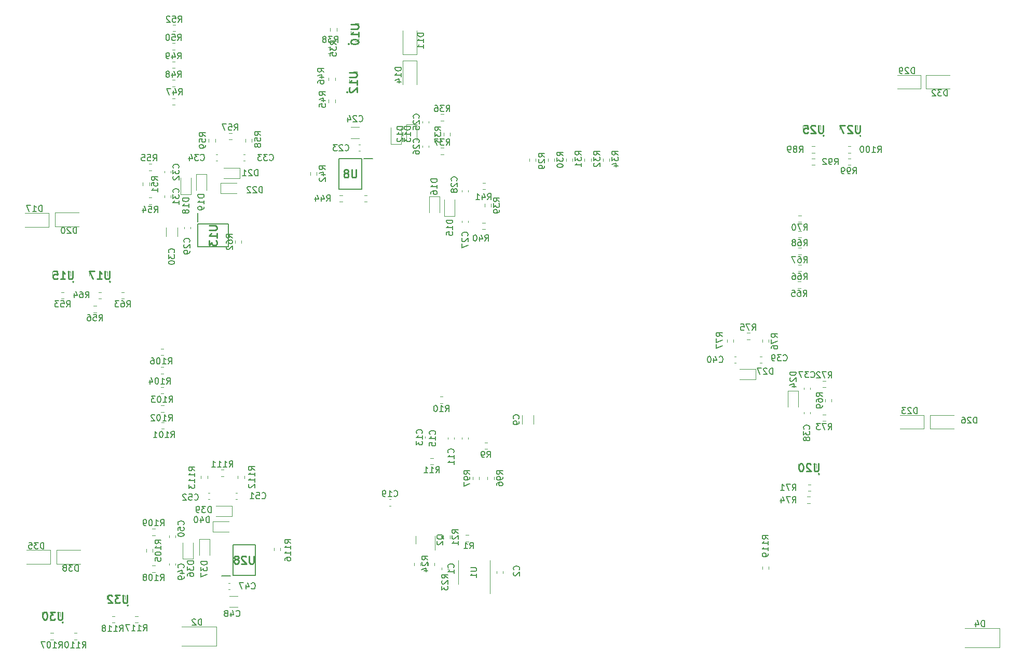
<source format=gbr>
%TF.GenerationSoftware,KiCad,Pcbnew,7.0.5*%
%TF.CreationDate,2023-06-14T16:30:10+07:00*%
%TF.ProjectId,Smart CB STM32 PCB,536d6172-7420-4434-9220-53544d333220,rev?*%
%TF.SameCoordinates,Original*%
%TF.FileFunction,Legend,Bot*%
%TF.FilePolarity,Positive*%
%FSLAX46Y46*%
G04 Gerber Fmt 4.6, Leading zero omitted, Abs format (unit mm)*
G04 Created by KiCad (PCBNEW 7.0.5) date 2023-06-14 16:30:10*
%MOMM*%
%LPD*%
G01*
G04 APERTURE LIST*
%ADD10C,0.254000*%
%ADD11C,0.150000*%
%ADD12C,0.200000*%
%ADD13C,0.100000*%
%ADD14C,0.120000*%
G04 APERTURE END LIST*
D10*
%TO.C,U20*%
X209892381Y-125804318D02*
X209892381Y-126832413D01*
X209892381Y-126832413D02*
X209831904Y-126953365D01*
X209831904Y-126953365D02*
X209771428Y-127013842D01*
X209771428Y-127013842D02*
X209650476Y-127074318D01*
X209650476Y-127074318D02*
X209408571Y-127074318D01*
X209408571Y-127074318D02*
X209287619Y-127013842D01*
X209287619Y-127013842D02*
X209227142Y-126953365D01*
X209227142Y-126953365D02*
X209166666Y-126832413D01*
X209166666Y-126832413D02*
X209166666Y-125804318D01*
X208622381Y-125925270D02*
X208561905Y-125864794D01*
X208561905Y-125864794D02*
X208440952Y-125804318D01*
X208440952Y-125804318D02*
X208138571Y-125804318D01*
X208138571Y-125804318D02*
X208017619Y-125864794D01*
X208017619Y-125864794D02*
X207957143Y-125925270D01*
X207957143Y-125925270D02*
X207896666Y-126046222D01*
X207896666Y-126046222D02*
X207896666Y-126167175D01*
X207896666Y-126167175D02*
X207957143Y-126348603D01*
X207957143Y-126348603D02*
X208682857Y-127074318D01*
X208682857Y-127074318D02*
X207896666Y-127074318D01*
X207110476Y-125804318D02*
X206989523Y-125804318D01*
X206989523Y-125804318D02*
X206868571Y-125864794D01*
X206868571Y-125864794D02*
X206808095Y-125925270D01*
X206808095Y-125925270D02*
X206747619Y-126046222D01*
X206747619Y-126046222D02*
X206687142Y-126288127D01*
X206687142Y-126288127D02*
X206687142Y-126590508D01*
X206687142Y-126590508D02*
X206747619Y-126832413D01*
X206747619Y-126832413D02*
X206808095Y-126953365D01*
X206808095Y-126953365D02*
X206868571Y-127013842D01*
X206868571Y-127013842D02*
X206989523Y-127074318D01*
X206989523Y-127074318D02*
X207110476Y-127074318D01*
X207110476Y-127074318D02*
X207231428Y-127013842D01*
X207231428Y-127013842D02*
X207291904Y-126953365D01*
X207291904Y-126953365D02*
X207352381Y-126832413D01*
X207352381Y-126832413D02*
X207412857Y-126590508D01*
X207412857Y-126590508D02*
X207412857Y-126288127D01*
X207412857Y-126288127D02*
X207352381Y-126046222D01*
X207352381Y-126046222D02*
X207291904Y-125925270D01*
X207291904Y-125925270D02*
X207231428Y-125864794D01*
X207231428Y-125864794D02*
X207110476Y-125804318D01*
D11*
%TO.C,R76*%
X203204819Y-105187142D02*
X202728628Y-104853809D01*
X203204819Y-104615714D02*
X202204819Y-104615714D01*
X202204819Y-104615714D02*
X202204819Y-104996666D01*
X202204819Y-104996666D02*
X202252438Y-105091904D01*
X202252438Y-105091904D02*
X202300057Y-105139523D01*
X202300057Y-105139523D02*
X202395295Y-105187142D01*
X202395295Y-105187142D02*
X202538152Y-105187142D01*
X202538152Y-105187142D02*
X202633390Y-105139523D01*
X202633390Y-105139523D02*
X202681009Y-105091904D01*
X202681009Y-105091904D02*
X202728628Y-104996666D01*
X202728628Y-104996666D02*
X202728628Y-104615714D01*
X202204819Y-105520476D02*
X202204819Y-106187142D01*
X202204819Y-106187142D02*
X203204819Y-105758571D01*
X202204819Y-106996666D02*
X202204819Y-106806190D01*
X202204819Y-106806190D02*
X202252438Y-106710952D01*
X202252438Y-106710952D02*
X202300057Y-106663333D01*
X202300057Y-106663333D02*
X202442914Y-106568095D01*
X202442914Y-106568095D02*
X202633390Y-106520476D01*
X202633390Y-106520476D02*
X203014342Y-106520476D01*
X203014342Y-106520476D02*
X203109580Y-106568095D01*
X203109580Y-106568095D02*
X203157200Y-106615714D01*
X203157200Y-106615714D02*
X203204819Y-106710952D01*
X203204819Y-106710952D02*
X203204819Y-106901428D01*
X203204819Y-106901428D02*
X203157200Y-106996666D01*
X203157200Y-106996666D02*
X203109580Y-107044285D01*
X203109580Y-107044285D02*
X203014342Y-107091904D01*
X203014342Y-107091904D02*
X202776247Y-107091904D01*
X202776247Y-107091904D02*
X202681009Y-107044285D01*
X202681009Y-107044285D02*
X202633390Y-106996666D01*
X202633390Y-106996666D02*
X202585771Y-106901428D01*
X202585771Y-106901428D02*
X202585771Y-106710952D01*
X202585771Y-106710952D02*
X202633390Y-106615714D01*
X202633390Y-106615714D02*
X202681009Y-106568095D01*
X202681009Y-106568095D02*
X202776247Y-106520476D01*
%TO.C,D38*%
X89114285Y-143349819D02*
X89114285Y-142349819D01*
X89114285Y-142349819D02*
X88876190Y-142349819D01*
X88876190Y-142349819D02*
X88733333Y-142397438D01*
X88733333Y-142397438D02*
X88638095Y-142492676D01*
X88638095Y-142492676D02*
X88590476Y-142587914D01*
X88590476Y-142587914D02*
X88542857Y-142778390D01*
X88542857Y-142778390D02*
X88542857Y-142921247D01*
X88542857Y-142921247D02*
X88590476Y-143111723D01*
X88590476Y-143111723D02*
X88638095Y-143206961D01*
X88638095Y-143206961D02*
X88733333Y-143302200D01*
X88733333Y-143302200D02*
X88876190Y-143349819D01*
X88876190Y-143349819D02*
X89114285Y-143349819D01*
X88209523Y-142349819D02*
X87590476Y-142349819D01*
X87590476Y-142349819D02*
X87923809Y-142730771D01*
X87923809Y-142730771D02*
X87780952Y-142730771D01*
X87780952Y-142730771D02*
X87685714Y-142778390D01*
X87685714Y-142778390D02*
X87638095Y-142826009D01*
X87638095Y-142826009D02*
X87590476Y-142921247D01*
X87590476Y-142921247D02*
X87590476Y-143159342D01*
X87590476Y-143159342D02*
X87638095Y-143254580D01*
X87638095Y-143254580D02*
X87685714Y-143302200D01*
X87685714Y-143302200D02*
X87780952Y-143349819D01*
X87780952Y-143349819D02*
X88066666Y-143349819D01*
X88066666Y-143349819D02*
X88161904Y-143302200D01*
X88161904Y-143302200D02*
X88209523Y-143254580D01*
X87019047Y-142778390D02*
X87114285Y-142730771D01*
X87114285Y-142730771D02*
X87161904Y-142683152D01*
X87161904Y-142683152D02*
X87209523Y-142587914D01*
X87209523Y-142587914D02*
X87209523Y-142540295D01*
X87209523Y-142540295D02*
X87161904Y-142445057D01*
X87161904Y-142445057D02*
X87114285Y-142397438D01*
X87114285Y-142397438D02*
X87019047Y-142349819D01*
X87019047Y-142349819D02*
X86828571Y-142349819D01*
X86828571Y-142349819D02*
X86733333Y-142397438D01*
X86733333Y-142397438D02*
X86685714Y-142445057D01*
X86685714Y-142445057D02*
X86638095Y-142540295D01*
X86638095Y-142540295D02*
X86638095Y-142587914D01*
X86638095Y-142587914D02*
X86685714Y-142683152D01*
X86685714Y-142683152D02*
X86733333Y-142730771D01*
X86733333Y-142730771D02*
X86828571Y-142778390D01*
X86828571Y-142778390D02*
X87019047Y-142778390D01*
X87019047Y-142778390D02*
X87114285Y-142826009D01*
X87114285Y-142826009D02*
X87161904Y-142873628D01*
X87161904Y-142873628D02*
X87209523Y-142968866D01*
X87209523Y-142968866D02*
X87209523Y-143159342D01*
X87209523Y-143159342D02*
X87161904Y-143254580D01*
X87161904Y-143254580D02*
X87114285Y-143302200D01*
X87114285Y-143302200D02*
X87019047Y-143349819D01*
X87019047Y-143349819D02*
X86828571Y-143349819D01*
X86828571Y-143349819D02*
X86733333Y-143302200D01*
X86733333Y-143302200D02*
X86685714Y-143254580D01*
X86685714Y-143254580D02*
X86638095Y-143159342D01*
X86638095Y-143159342D02*
X86638095Y-142968866D01*
X86638095Y-142968866D02*
X86685714Y-142873628D01*
X86685714Y-142873628D02*
X86733333Y-142826009D01*
X86733333Y-142826009D02*
X86828571Y-142778390D01*
D10*
%TO.C,U15*%
X88230381Y-94393018D02*
X88230381Y-95421113D01*
X88230381Y-95421113D02*
X88169904Y-95542065D01*
X88169904Y-95542065D02*
X88109428Y-95602542D01*
X88109428Y-95602542D02*
X87988476Y-95663018D01*
X87988476Y-95663018D02*
X87746571Y-95663018D01*
X87746571Y-95663018D02*
X87625619Y-95602542D01*
X87625619Y-95602542D02*
X87565142Y-95542065D01*
X87565142Y-95542065D02*
X87504666Y-95421113D01*
X87504666Y-95421113D02*
X87504666Y-94393018D01*
X86234666Y-95663018D02*
X86960381Y-95663018D01*
X86597524Y-95663018D02*
X86597524Y-94393018D01*
X86597524Y-94393018D02*
X86718476Y-94574446D01*
X86718476Y-94574446D02*
X86839428Y-94695399D01*
X86839428Y-94695399D02*
X86960381Y-94755875D01*
X85085619Y-94393018D02*
X85690381Y-94393018D01*
X85690381Y-94393018D02*
X85750857Y-94997780D01*
X85750857Y-94997780D02*
X85690381Y-94937303D01*
X85690381Y-94937303D02*
X85569428Y-94876827D01*
X85569428Y-94876827D02*
X85267047Y-94876827D01*
X85267047Y-94876827D02*
X85146095Y-94937303D01*
X85146095Y-94937303D02*
X85085619Y-94997780D01*
X85085619Y-94997780D02*
X85025142Y-95118732D01*
X85025142Y-95118732D02*
X85025142Y-95421113D01*
X85025142Y-95421113D02*
X85085619Y-95542065D01*
X85085619Y-95542065D02*
X85146095Y-95602542D01*
X85146095Y-95602542D02*
X85267047Y-95663018D01*
X85267047Y-95663018D02*
X85569428Y-95663018D01*
X85569428Y-95663018D02*
X85690381Y-95602542D01*
X85690381Y-95602542D02*
X85750857Y-95542065D01*
D11*
%TO.C,D13*%
X143304819Y-70760714D02*
X142304819Y-70760714D01*
X142304819Y-70760714D02*
X142304819Y-70998809D01*
X142304819Y-70998809D02*
X142352438Y-71141666D01*
X142352438Y-71141666D02*
X142447676Y-71236904D01*
X142447676Y-71236904D02*
X142542914Y-71284523D01*
X142542914Y-71284523D02*
X142733390Y-71332142D01*
X142733390Y-71332142D02*
X142876247Y-71332142D01*
X142876247Y-71332142D02*
X143066723Y-71284523D01*
X143066723Y-71284523D02*
X143161961Y-71236904D01*
X143161961Y-71236904D02*
X143257200Y-71141666D01*
X143257200Y-71141666D02*
X143304819Y-70998809D01*
X143304819Y-70998809D02*
X143304819Y-70760714D01*
X143304819Y-72284523D02*
X143304819Y-71713095D01*
X143304819Y-71998809D02*
X142304819Y-71998809D01*
X142304819Y-71998809D02*
X142447676Y-71903571D01*
X142447676Y-71903571D02*
X142542914Y-71808333D01*
X142542914Y-71808333D02*
X142590533Y-71713095D01*
X142304819Y-72617857D02*
X142304819Y-73236904D01*
X142304819Y-73236904D02*
X142685771Y-72903571D01*
X142685771Y-72903571D02*
X142685771Y-73046428D01*
X142685771Y-73046428D02*
X142733390Y-73141666D01*
X142733390Y-73141666D02*
X142781009Y-73189285D01*
X142781009Y-73189285D02*
X142876247Y-73236904D01*
X142876247Y-73236904D02*
X143114342Y-73236904D01*
X143114342Y-73236904D02*
X143209580Y-73189285D01*
X143209580Y-73189285D02*
X143257200Y-73141666D01*
X143257200Y-73141666D02*
X143304819Y-73046428D01*
X143304819Y-73046428D02*
X143304819Y-72760714D01*
X143304819Y-72760714D02*
X143257200Y-72665476D01*
X143257200Y-72665476D02*
X143209580Y-72617857D01*
D10*
%TO.C,U27*%
X216642381Y-70554318D02*
X216642381Y-71582413D01*
X216642381Y-71582413D02*
X216581904Y-71703365D01*
X216581904Y-71703365D02*
X216521428Y-71763842D01*
X216521428Y-71763842D02*
X216400476Y-71824318D01*
X216400476Y-71824318D02*
X216158571Y-71824318D01*
X216158571Y-71824318D02*
X216037619Y-71763842D01*
X216037619Y-71763842D02*
X215977142Y-71703365D01*
X215977142Y-71703365D02*
X215916666Y-71582413D01*
X215916666Y-71582413D02*
X215916666Y-70554318D01*
X215372381Y-70675270D02*
X215311905Y-70614794D01*
X215311905Y-70614794D02*
X215190952Y-70554318D01*
X215190952Y-70554318D02*
X214888571Y-70554318D01*
X214888571Y-70554318D02*
X214767619Y-70614794D01*
X214767619Y-70614794D02*
X214707143Y-70675270D01*
X214707143Y-70675270D02*
X214646666Y-70796222D01*
X214646666Y-70796222D02*
X214646666Y-70917175D01*
X214646666Y-70917175D02*
X214707143Y-71098603D01*
X214707143Y-71098603D02*
X215432857Y-71824318D01*
X215432857Y-71824318D02*
X214646666Y-71824318D01*
X214223333Y-70554318D02*
X213376666Y-70554318D01*
X213376666Y-70554318D02*
X213920952Y-71824318D01*
D11*
%TO.C,R110*%
X89794047Y-155884819D02*
X90127380Y-155408628D01*
X90365475Y-155884819D02*
X90365475Y-154884819D01*
X90365475Y-154884819D02*
X89984523Y-154884819D01*
X89984523Y-154884819D02*
X89889285Y-154932438D01*
X89889285Y-154932438D02*
X89841666Y-154980057D01*
X89841666Y-154980057D02*
X89794047Y-155075295D01*
X89794047Y-155075295D02*
X89794047Y-155218152D01*
X89794047Y-155218152D02*
X89841666Y-155313390D01*
X89841666Y-155313390D02*
X89889285Y-155361009D01*
X89889285Y-155361009D02*
X89984523Y-155408628D01*
X89984523Y-155408628D02*
X90365475Y-155408628D01*
X88841666Y-155884819D02*
X89413094Y-155884819D01*
X89127380Y-155884819D02*
X89127380Y-154884819D01*
X89127380Y-154884819D02*
X89222618Y-155027676D01*
X89222618Y-155027676D02*
X89317856Y-155122914D01*
X89317856Y-155122914D02*
X89413094Y-155170533D01*
X87889285Y-155884819D02*
X88460713Y-155884819D01*
X88174999Y-155884819D02*
X88174999Y-154884819D01*
X88174999Y-154884819D02*
X88270237Y-155027676D01*
X88270237Y-155027676D02*
X88365475Y-155122914D01*
X88365475Y-155122914D02*
X88460713Y-155170533D01*
X87270237Y-154884819D02*
X87174999Y-154884819D01*
X87174999Y-154884819D02*
X87079761Y-154932438D01*
X87079761Y-154932438D02*
X87032142Y-154980057D01*
X87032142Y-154980057D02*
X86984523Y-155075295D01*
X86984523Y-155075295D02*
X86936904Y-155265771D01*
X86936904Y-155265771D02*
X86936904Y-155503866D01*
X86936904Y-155503866D02*
X86984523Y-155694342D01*
X86984523Y-155694342D02*
X87032142Y-155789580D01*
X87032142Y-155789580D02*
X87079761Y-155837200D01*
X87079761Y-155837200D02*
X87174999Y-155884819D01*
X87174999Y-155884819D02*
X87270237Y-155884819D01*
X87270237Y-155884819D02*
X87365475Y-155837200D01*
X87365475Y-155837200D02*
X87413094Y-155789580D01*
X87413094Y-155789580D02*
X87460713Y-155694342D01*
X87460713Y-155694342D02*
X87508332Y-155503866D01*
X87508332Y-155503866D02*
X87508332Y-155265771D01*
X87508332Y-155265771D02*
X87460713Y-155075295D01*
X87460713Y-155075295D02*
X87413094Y-154980057D01*
X87413094Y-154980057D02*
X87365475Y-154932438D01*
X87365475Y-154932438D02*
X87270237Y-154884819D01*
%TO.C,R59*%
X109892819Y-72370842D02*
X109416628Y-72037509D01*
X109892819Y-71799414D02*
X108892819Y-71799414D01*
X108892819Y-71799414D02*
X108892819Y-72180366D01*
X108892819Y-72180366D02*
X108940438Y-72275604D01*
X108940438Y-72275604D02*
X108988057Y-72323223D01*
X108988057Y-72323223D02*
X109083295Y-72370842D01*
X109083295Y-72370842D02*
X109226152Y-72370842D01*
X109226152Y-72370842D02*
X109321390Y-72323223D01*
X109321390Y-72323223D02*
X109369009Y-72275604D01*
X109369009Y-72275604D02*
X109416628Y-72180366D01*
X109416628Y-72180366D02*
X109416628Y-71799414D01*
X108892819Y-73275604D02*
X108892819Y-72799414D01*
X108892819Y-72799414D02*
X109369009Y-72751795D01*
X109369009Y-72751795D02*
X109321390Y-72799414D01*
X109321390Y-72799414D02*
X109273771Y-72894652D01*
X109273771Y-72894652D02*
X109273771Y-73132747D01*
X109273771Y-73132747D02*
X109321390Y-73227985D01*
X109321390Y-73227985D02*
X109369009Y-73275604D01*
X109369009Y-73275604D02*
X109464247Y-73323223D01*
X109464247Y-73323223D02*
X109702342Y-73323223D01*
X109702342Y-73323223D02*
X109797580Y-73275604D01*
X109797580Y-73275604D02*
X109845200Y-73227985D01*
X109845200Y-73227985D02*
X109892819Y-73132747D01*
X109892819Y-73132747D02*
X109892819Y-72894652D01*
X109892819Y-72894652D02*
X109845200Y-72799414D01*
X109845200Y-72799414D02*
X109797580Y-72751795D01*
X109892819Y-73799414D02*
X109892819Y-73989890D01*
X109892819Y-73989890D02*
X109845200Y-74085128D01*
X109845200Y-74085128D02*
X109797580Y-74132747D01*
X109797580Y-74132747D02*
X109654723Y-74227985D01*
X109654723Y-74227985D02*
X109464247Y-74275604D01*
X109464247Y-74275604D02*
X109083295Y-74275604D01*
X109083295Y-74275604D02*
X108988057Y-74227985D01*
X108988057Y-74227985D02*
X108940438Y-74180366D01*
X108940438Y-74180366D02*
X108892819Y-74085128D01*
X108892819Y-74085128D02*
X108892819Y-73894652D01*
X108892819Y-73894652D02*
X108940438Y-73799414D01*
X108940438Y-73799414D02*
X108988057Y-73751795D01*
X108988057Y-73751795D02*
X109083295Y-73704176D01*
X109083295Y-73704176D02*
X109321390Y-73704176D01*
X109321390Y-73704176D02*
X109416628Y-73751795D01*
X109416628Y-73751795D02*
X109464247Y-73799414D01*
X109464247Y-73799414D02*
X109511866Y-73894652D01*
X109511866Y-73894652D02*
X109511866Y-74085128D01*
X109511866Y-74085128D02*
X109464247Y-74180366D01*
X109464247Y-74180366D02*
X109416628Y-74227985D01*
X109416628Y-74227985D02*
X109321390Y-74275604D01*
%TO.C,R104*%
X103557047Y-112793519D02*
X103890380Y-112317328D01*
X104128475Y-112793519D02*
X104128475Y-111793519D01*
X104128475Y-111793519D02*
X103747523Y-111793519D01*
X103747523Y-111793519D02*
X103652285Y-111841138D01*
X103652285Y-111841138D02*
X103604666Y-111888757D01*
X103604666Y-111888757D02*
X103557047Y-111983995D01*
X103557047Y-111983995D02*
X103557047Y-112126852D01*
X103557047Y-112126852D02*
X103604666Y-112222090D01*
X103604666Y-112222090D02*
X103652285Y-112269709D01*
X103652285Y-112269709D02*
X103747523Y-112317328D01*
X103747523Y-112317328D02*
X104128475Y-112317328D01*
X102604666Y-112793519D02*
X103176094Y-112793519D01*
X102890380Y-112793519D02*
X102890380Y-111793519D01*
X102890380Y-111793519D02*
X102985618Y-111936376D01*
X102985618Y-111936376D02*
X103080856Y-112031614D01*
X103080856Y-112031614D02*
X103176094Y-112079233D01*
X101985618Y-111793519D02*
X101890380Y-111793519D01*
X101890380Y-111793519D02*
X101795142Y-111841138D01*
X101795142Y-111841138D02*
X101747523Y-111888757D01*
X101747523Y-111888757D02*
X101699904Y-111983995D01*
X101699904Y-111983995D02*
X101652285Y-112174471D01*
X101652285Y-112174471D02*
X101652285Y-112412566D01*
X101652285Y-112412566D02*
X101699904Y-112603042D01*
X101699904Y-112603042D02*
X101747523Y-112698280D01*
X101747523Y-112698280D02*
X101795142Y-112745900D01*
X101795142Y-112745900D02*
X101890380Y-112793519D01*
X101890380Y-112793519D02*
X101985618Y-112793519D01*
X101985618Y-112793519D02*
X102080856Y-112745900D01*
X102080856Y-112745900D02*
X102128475Y-112698280D01*
X102128475Y-112698280D02*
X102176094Y-112603042D01*
X102176094Y-112603042D02*
X102223713Y-112412566D01*
X102223713Y-112412566D02*
X102223713Y-112174471D01*
X102223713Y-112174471D02*
X102176094Y-111983995D01*
X102176094Y-111983995D02*
X102128475Y-111888757D01*
X102128475Y-111888757D02*
X102080856Y-111841138D01*
X102080856Y-111841138D02*
X101985618Y-111793519D01*
X100795142Y-112126852D02*
X100795142Y-112793519D01*
X101033237Y-111745900D02*
X101271332Y-112460185D01*
X101271332Y-112460185D02*
X100652285Y-112460185D01*
%TO.C,C27*%
X152609582Y-88607142D02*
X152657202Y-88559523D01*
X152657202Y-88559523D02*
X152704821Y-88416666D01*
X152704821Y-88416666D02*
X152704821Y-88321428D01*
X152704821Y-88321428D02*
X152657202Y-88178571D01*
X152657202Y-88178571D02*
X152561963Y-88083333D01*
X152561963Y-88083333D02*
X152466725Y-88035714D01*
X152466725Y-88035714D02*
X152276249Y-87988095D01*
X152276249Y-87988095D02*
X152133392Y-87988095D01*
X152133392Y-87988095D02*
X151942916Y-88035714D01*
X151942916Y-88035714D02*
X151847678Y-88083333D01*
X151847678Y-88083333D02*
X151752440Y-88178571D01*
X151752440Y-88178571D02*
X151704821Y-88321428D01*
X151704821Y-88321428D02*
X151704821Y-88416666D01*
X151704821Y-88416666D02*
X151752440Y-88559523D01*
X151752440Y-88559523D02*
X151800059Y-88607142D01*
X151800059Y-88988095D02*
X151752440Y-89035714D01*
X151752440Y-89035714D02*
X151704821Y-89130952D01*
X151704821Y-89130952D02*
X151704821Y-89369047D01*
X151704821Y-89369047D02*
X151752440Y-89464285D01*
X151752440Y-89464285D02*
X151800059Y-89511904D01*
X151800059Y-89511904D02*
X151895297Y-89559523D01*
X151895297Y-89559523D02*
X151990535Y-89559523D01*
X151990535Y-89559523D02*
X152133392Y-89511904D01*
X152133392Y-89511904D02*
X152704821Y-88940476D01*
X152704821Y-88940476D02*
X152704821Y-89559523D01*
X151704821Y-89892857D02*
X151704821Y-90559523D01*
X151704821Y-90559523D02*
X152704821Y-90130952D01*
%TO.C,D4*%
X236960594Y-152424819D02*
X236960594Y-151424819D01*
X236960594Y-151424819D02*
X236722499Y-151424819D01*
X236722499Y-151424819D02*
X236579642Y-151472438D01*
X236579642Y-151472438D02*
X236484404Y-151567676D01*
X236484404Y-151567676D02*
X236436785Y-151662914D01*
X236436785Y-151662914D02*
X236389166Y-151853390D01*
X236389166Y-151853390D02*
X236389166Y-151996247D01*
X236389166Y-151996247D02*
X236436785Y-152186723D01*
X236436785Y-152186723D02*
X236484404Y-152281961D01*
X236484404Y-152281961D02*
X236579642Y-152377200D01*
X236579642Y-152377200D02*
X236722499Y-152424819D01*
X236722499Y-152424819D02*
X236960594Y-152424819D01*
X235532023Y-151758152D02*
X235532023Y-152424819D01*
X235770118Y-151377200D02*
X236008213Y-152091485D01*
X236008213Y-152091485D02*
X235389166Y-152091485D01*
%TO.C,D35*%
X83514285Y-139709819D02*
X83514285Y-138709819D01*
X83514285Y-138709819D02*
X83276190Y-138709819D01*
X83276190Y-138709819D02*
X83133333Y-138757438D01*
X83133333Y-138757438D02*
X83038095Y-138852676D01*
X83038095Y-138852676D02*
X82990476Y-138947914D01*
X82990476Y-138947914D02*
X82942857Y-139138390D01*
X82942857Y-139138390D02*
X82942857Y-139281247D01*
X82942857Y-139281247D02*
X82990476Y-139471723D01*
X82990476Y-139471723D02*
X83038095Y-139566961D01*
X83038095Y-139566961D02*
X83133333Y-139662200D01*
X83133333Y-139662200D02*
X83276190Y-139709819D01*
X83276190Y-139709819D02*
X83514285Y-139709819D01*
X82609523Y-138709819D02*
X81990476Y-138709819D01*
X81990476Y-138709819D02*
X82323809Y-139090771D01*
X82323809Y-139090771D02*
X82180952Y-139090771D01*
X82180952Y-139090771D02*
X82085714Y-139138390D01*
X82085714Y-139138390D02*
X82038095Y-139186009D01*
X82038095Y-139186009D02*
X81990476Y-139281247D01*
X81990476Y-139281247D02*
X81990476Y-139519342D01*
X81990476Y-139519342D02*
X82038095Y-139614580D01*
X82038095Y-139614580D02*
X82085714Y-139662200D01*
X82085714Y-139662200D02*
X82180952Y-139709819D01*
X82180952Y-139709819D02*
X82466666Y-139709819D01*
X82466666Y-139709819D02*
X82561904Y-139662200D01*
X82561904Y-139662200D02*
X82609523Y-139614580D01*
X81085714Y-138709819D02*
X81561904Y-138709819D01*
X81561904Y-138709819D02*
X81609523Y-139186009D01*
X81609523Y-139186009D02*
X81561904Y-139138390D01*
X81561904Y-139138390D02*
X81466666Y-139090771D01*
X81466666Y-139090771D02*
X81228571Y-139090771D01*
X81228571Y-139090771D02*
X81133333Y-139138390D01*
X81133333Y-139138390D02*
X81085714Y-139186009D01*
X81085714Y-139186009D02*
X81038095Y-139281247D01*
X81038095Y-139281247D02*
X81038095Y-139519342D01*
X81038095Y-139519342D02*
X81085714Y-139614580D01*
X81085714Y-139614580D02*
X81133333Y-139662200D01*
X81133333Y-139662200D02*
X81228571Y-139709819D01*
X81228571Y-139709819D02*
X81466666Y-139709819D01*
X81466666Y-139709819D02*
X81561904Y-139662200D01*
X81561904Y-139662200D02*
X81609523Y-139614580D01*
%TO.C,C25*%
X144679580Y-69357142D02*
X144727200Y-69309523D01*
X144727200Y-69309523D02*
X144774819Y-69166666D01*
X144774819Y-69166666D02*
X144774819Y-69071428D01*
X144774819Y-69071428D02*
X144727200Y-68928571D01*
X144727200Y-68928571D02*
X144631961Y-68833333D01*
X144631961Y-68833333D02*
X144536723Y-68785714D01*
X144536723Y-68785714D02*
X144346247Y-68738095D01*
X144346247Y-68738095D02*
X144203390Y-68738095D01*
X144203390Y-68738095D02*
X144012914Y-68785714D01*
X144012914Y-68785714D02*
X143917676Y-68833333D01*
X143917676Y-68833333D02*
X143822438Y-68928571D01*
X143822438Y-68928571D02*
X143774819Y-69071428D01*
X143774819Y-69071428D02*
X143774819Y-69166666D01*
X143774819Y-69166666D02*
X143822438Y-69309523D01*
X143822438Y-69309523D02*
X143870057Y-69357142D01*
X143870057Y-69738095D02*
X143822438Y-69785714D01*
X143822438Y-69785714D02*
X143774819Y-69880952D01*
X143774819Y-69880952D02*
X143774819Y-70119047D01*
X143774819Y-70119047D02*
X143822438Y-70214285D01*
X143822438Y-70214285D02*
X143870057Y-70261904D01*
X143870057Y-70261904D02*
X143965295Y-70309523D01*
X143965295Y-70309523D02*
X144060533Y-70309523D01*
X144060533Y-70309523D02*
X144203390Y-70261904D01*
X144203390Y-70261904D02*
X144774819Y-69690476D01*
X144774819Y-69690476D02*
X144774819Y-70309523D01*
X143774819Y-71214285D02*
X143774819Y-70738095D01*
X143774819Y-70738095D02*
X144251009Y-70690476D01*
X144251009Y-70690476D02*
X144203390Y-70738095D01*
X144203390Y-70738095D02*
X144155771Y-70833333D01*
X144155771Y-70833333D02*
X144155771Y-71071428D01*
X144155771Y-71071428D02*
X144203390Y-71166666D01*
X144203390Y-71166666D02*
X144251009Y-71214285D01*
X144251009Y-71214285D02*
X144346247Y-71261904D01*
X144346247Y-71261904D02*
X144584342Y-71261904D01*
X144584342Y-71261904D02*
X144679580Y-71214285D01*
X144679580Y-71214285D02*
X144727200Y-71166666D01*
X144727200Y-71166666D02*
X144774819Y-71071428D01*
X144774819Y-71071428D02*
X144774819Y-70833333D01*
X144774819Y-70833333D02*
X144727200Y-70738095D01*
X144727200Y-70738095D02*
X144679580Y-70690476D01*
%TO.C,R105*%
X102634819Y-138880952D02*
X102158628Y-138547619D01*
X102634819Y-138309524D02*
X101634819Y-138309524D01*
X101634819Y-138309524D02*
X101634819Y-138690476D01*
X101634819Y-138690476D02*
X101682438Y-138785714D01*
X101682438Y-138785714D02*
X101730057Y-138833333D01*
X101730057Y-138833333D02*
X101825295Y-138880952D01*
X101825295Y-138880952D02*
X101968152Y-138880952D01*
X101968152Y-138880952D02*
X102063390Y-138833333D01*
X102063390Y-138833333D02*
X102111009Y-138785714D01*
X102111009Y-138785714D02*
X102158628Y-138690476D01*
X102158628Y-138690476D02*
X102158628Y-138309524D01*
X102634819Y-139833333D02*
X102634819Y-139261905D01*
X102634819Y-139547619D02*
X101634819Y-139547619D01*
X101634819Y-139547619D02*
X101777676Y-139452381D01*
X101777676Y-139452381D02*
X101872914Y-139357143D01*
X101872914Y-139357143D02*
X101920533Y-139261905D01*
X101634819Y-140452381D02*
X101634819Y-140547619D01*
X101634819Y-140547619D02*
X101682438Y-140642857D01*
X101682438Y-140642857D02*
X101730057Y-140690476D01*
X101730057Y-140690476D02*
X101825295Y-140738095D01*
X101825295Y-140738095D02*
X102015771Y-140785714D01*
X102015771Y-140785714D02*
X102253866Y-140785714D01*
X102253866Y-140785714D02*
X102444342Y-140738095D01*
X102444342Y-140738095D02*
X102539580Y-140690476D01*
X102539580Y-140690476D02*
X102587200Y-140642857D01*
X102587200Y-140642857D02*
X102634819Y-140547619D01*
X102634819Y-140547619D02*
X102634819Y-140452381D01*
X102634819Y-140452381D02*
X102587200Y-140357143D01*
X102587200Y-140357143D02*
X102539580Y-140309524D01*
X102539580Y-140309524D02*
X102444342Y-140261905D01*
X102444342Y-140261905D02*
X102253866Y-140214286D01*
X102253866Y-140214286D02*
X102015771Y-140214286D01*
X102015771Y-140214286D02*
X101825295Y-140261905D01*
X101825295Y-140261905D02*
X101730057Y-140309524D01*
X101730057Y-140309524D02*
X101682438Y-140357143D01*
X101682438Y-140357143D02*
X101634819Y-140452381D01*
X101634819Y-141690476D02*
X101634819Y-141214286D01*
X101634819Y-141214286D02*
X102111009Y-141166667D01*
X102111009Y-141166667D02*
X102063390Y-141214286D01*
X102063390Y-141214286D02*
X102015771Y-141309524D01*
X102015771Y-141309524D02*
X102015771Y-141547619D01*
X102015771Y-141547619D02*
X102063390Y-141642857D01*
X102063390Y-141642857D02*
X102111009Y-141690476D01*
X102111009Y-141690476D02*
X102206247Y-141738095D01*
X102206247Y-141738095D02*
X102444342Y-141738095D01*
X102444342Y-141738095D02*
X102539580Y-141690476D01*
X102539580Y-141690476D02*
X102587200Y-141642857D01*
X102587200Y-141642857D02*
X102634819Y-141547619D01*
X102634819Y-141547619D02*
X102634819Y-141309524D01*
X102634819Y-141309524D02*
X102587200Y-141214286D01*
X102587200Y-141214286D02*
X102539580Y-141166667D01*
%TO.C,R72*%
X211467857Y-111824819D02*
X211801190Y-111348628D01*
X212039285Y-111824819D02*
X212039285Y-110824819D01*
X212039285Y-110824819D02*
X211658333Y-110824819D01*
X211658333Y-110824819D02*
X211563095Y-110872438D01*
X211563095Y-110872438D02*
X211515476Y-110920057D01*
X211515476Y-110920057D02*
X211467857Y-111015295D01*
X211467857Y-111015295D02*
X211467857Y-111158152D01*
X211467857Y-111158152D02*
X211515476Y-111253390D01*
X211515476Y-111253390D02*
X211563095Y-111301009D01*
X211563095Y-111301009D02*
X211658333Y-111348628D01*
X211658333Y-111348628D02*
X212039285Y-111348628D01*
X211134523Y-110824819D02*
X210467857Y-110824819D01*
X210467857Y-110824819D02*
X210896428Y-111824819D01*
X210134523Y-110920057D02*
X210086904Y-110872438D01*
X210086904Y-110872438D02*
X209991666Y-110824819D01*
X209991666Y-110824819D02*
X209753571Y-110824819D01*
X209753571Y-110824819D02*
X209658333Y-110872438D01*
X209658333Y-110872438D02*
X209610714Y-110920057D01*
X209610714Y-110920057D02*
X209563095Y-111015295D01*
X209563095Y-111015295D02*
X209563095Y-111110533D01*
X209563095Y-111110533D02*
X209610714Y-111253390D01*
X209610714Y-111253390D02*
X210182142Y-111824819D01*
X210182142Y-111824819D02*
X209563095Y-111824819D01*
%TO.C,R75*%
X199067857Y-104024819D02*
X199401190Y-103548628D01*
X199639285Y-104024819D02*
X199639285Y-103024819D01*
X199639285Y-103024819D02*
X199258333Y-103024819D01*
X199258333Y-103024819D02*
X199163095Y-103072438D01*
X199163095Y-103072438D02*
X199115476Y-103120057D01*
X199115476Y-103120057D02*
X199067857Y-103215295D01*
X199067857Y-103215295D02*
X199067857Y-103358152D01*
X199067857Y-103358152D02*
X199115476Y-103453390D01*
X199115476Y-103453390D02*
X199163095Y-103501009D01*
X199163095Y-103501009D02*
X199258333Y-103548628D01*
X199258333Y-103548628D02*
X199639285Y-103548628D01*
X198734523Y-103024819D02*
X198067857Y-103024819D01*
X198067857Y-103024819D02*
X198496428Y-104024819D01*
X197210714Y-103024819D02*
X197686904Y-103024819D01*
X197686904Y-103024819D02*
X197734523Y-103501009D01*
X197734523Y-103501009D02*
X197686904Y-103453390D01*
X197686904Y-103453390D02*
X197591666Y-103405771D01*
X197591666Y-103405771D02*
X197353571Y-103405771D01*
X197353571Y-103405771D02*
X197258333Y-103453390D01*
X197258333Y-103453390D02*
X197210714Y-103501009D01*
X197210714Y-103501009D02*
X197163095Y-103596247D01*
X197163095Y-103596247D02*
X197163095Y-103834342D01*
X197163095Y-103834342D02*
X197210714Y-103929580D01*
X197210714Y-103929580D02*
X197258333Y-103977200D01*
X197258333Y-103977200D02*
X197353571Y-104024819D01*
X197353571Y-104024819D02*
X197591666Y-104024819D01*
X197591666Y-104024819D02*
X197686904Y-103977200D01*
X197686904Y-103977200D02*
X197734523Y-103929580D01*
%TO.C,U1*%
X153124819Y-142816795D02*
X153934342Y-142816795D01*
X153934342Y-142816795D02*
X154029580Y-142864414D01*
X154029580Y-142864414D02*
X154077200Y-142912033D01*
X154077200Y-142912033D02*
X154124819Y-143007271D01*
X154124819Y-143007271D02*
X154124819Y-143197747D01*
X154124819Y-143197747D02*
X154077200Y-143292985D01*
X154077200Y-143292985D02*
X154029580Y-143340604D01*
X154029580Y-143340604D02*
X153934342Y-143388223D01*
X153934342Y-143388223D02*
X153124819Y-143388223D01*
X154124819Y-144388223D02*
X154124819Y-143816795D01*
X154124819Y-144102509D02*
X153124819Y-144102509D01*
X153124819Y-144102509D02*
X153267676Y-144007271D01*
X153267676Y-144007271D02*
X153362914Y-143912033D01*
X153362914Y-143912033D02*
X153410533Y-143816795D01*
%TO.C,C28*%
X150859580Y-79607142D02*
X150907200Y-79559523D01*
X150907200Y-79559523D02*
X150954819Y-79416666D01*
X150954819Y-79416666D02*
X150954819Y-79321428D01*
X150954819Y-79321428D02*
X150907200Y-79178571D01*
X150907200Y-79178571D02*
X150811961Y-79083333D01*
X150811961Y-79083333D02*
X150716723Y-79035714D01*
X150716723Y-79035714D02*
X150526247Y-78988095D01*
X150526247Y-78988095D02*
X150383390Y-78988095D01*
X150383390Y-78988095D02*
X150192914Y-79035714D01*
X150192914Y-79035714D02*
X150097676Y-79083333D01*
X150097676Y-79083333D02*
X150002438Y-79178571D01*
X150002438Y-79178571D02*
X149954819Y-79321428D01*
X149954819Y-79321428D02*
X149954819Y-79416666D01*
X149954819Y-79416666D02*
X150002438Y-79559523D01*
X150002438Y-79559523D02*
X150050057Y-79607142D01*
X150050057Y-79988095D02*
X150002438Y-80035714D01*
X150002438Y-80035714D02*
X149954819Y-80130952D01*
X149954819Y-80130952D02*
X149954819Y-80369047D01*
X149954819Y-80369047D02*
X150002438Y-80464285D01*
X150002438Y-80464285D02*
X150050057Y-80511904D01*
X150050057Y-80511904D02*
X150145295Y-80559523D01*
X150145295Y-80559523D02*
X150240533Y-80559523D01*
X150240533Y-80559523D02*
X150383390Y-80511904D01*
X150383390Y-80511904D02*
X150954819Y-79940476D01*
X150954819Y-79940476D02*
X150954819Y-80559523D01*
X150383390Y-81130952D02*
X150335771Y-81035714D01*
X150335771Y-81035714D02*
X150288152Y-80988095D01*
X150288152Y-80988095D02*
X150192914Y-80940476D01*
X150192914Y-80940476D02*
X150145295Y-80940476D01*
X150145295Y-80940476D02*
X150050057Y-80988095D01*
X150050057Y-80988095D02*
X150002438Y-81035714D01*
X150002438Y-81035714D02*
X149954819Y-81130952D01*
X149954819Y-81130952D02*
X149954819Y-81321428D01*
X149954819Y-81321428D02*
X150002438Y-81416666D01*
X150002438Y-81416666D02*
X150050057Y-81464285D01*
X150050057Y-81464285D02*
X150145295Y-81511904D01*
X150145295Y-81511904D02*
X150192914Y-81511904D01*
X150192914Y-81511904D02*
X150288152Y-81464285D01*
X150288152Y-81464285D02*
X150335771Y-81416666D01*
X150335771Y-81416666D02*
X150383390Y-81321428D01*
X150383390Y-81321428D02*
X150383390Y-81130952D01*
X150383390Y-81130952D02*
X150431009Y-81035714D01*
X150431009Y-81035714D02*
X150478628Y-80988095D01*
X150478628Y-80988095D02*
X150573866Y-80940476D01*
X150573866Y-80940476D02*
X150764342Y-80940476D01*
X150764342Y-80940476D02*
X150859580Y-80988095D01*
X150859580Y-80988095D02*
X150907200Y-81035714D01*
X150907200Y-81035714D02*
X150954819Y-81130952D01*
X150954819Y-81130952D02*
X150954819Y-81321428D01*
X150954819Y-81321428D02*
X150907200Y-81416666D01*
X150907200Y-81416666D02*
X150859580Y-81464285D01*
X150859580Y-81464285D02*
X150764342Y-81511904D01*
X150764342Y-81511904D02*
X150573866Y-81511904D01*
X150573866Y-81511904D02*
X150478628Y-81464285D01*
X150478628Y-81464285D02*
X150431009Y-81416666D01*
X150431009Y-81416666D02*
X150383390Y-81321428D01*
%TO.C,R113*%
X108142819Y-126969652D02*
X107666628Y-126636319D01*
X108142819Y-126398224D02*
X107142819Y-126398224D01*
X107142819Y-126398224D02*
X107142819Y-126779176D01*
X107142819Y-126779176D02*
X107190438Y-126874414D01*
X107190438Y-126874414D02*
X107238057Y-126922033D01*
X107238057Y-126922033D02*
X107333295Y-126969652D01*
X107333295Y-126969652D02*
X107476152Y-126969652D01*
X107476152Y-126969652D02*
X107571390Y-126922033D01*
X107571390Y-126922033D02*
X107619009Y-126874414D01*
X107619009Y-126874414D02*
X107666628Y-126779176D01*
X107666628Y-126779176D02*
X107666628Y-126398224D01*
X108142819Y-127922033D02*
X108142819Y-127350605D01*
X108142819Y-127636319D02*
X107142819Y-127636319D01*
X107142819Y-127636319D02*
X107285676Y-127541081D01*
X107285676Y-127541081D02*
X107380914Y-127445843D01*
X107380914Y-127445843D02*
X107428533Y-127350605D01*
X108142819Y-128874414D02*
X108142819Y-128302986D01*
X108142819Y-128588700D02*
X107142819Y-128588700D01*
X107142819Y-128588700D02*
X107285676Y-128493462D01*
X107285676Y-128493462D02*
X107380914Y-128398224D01*
X107380914Y-128398224D02*
X107428533Y-128302986D01*
X107142819Y-129207748D02*
X107142819Y-129826795D01*
X107142819Y-129826795D02*
X107523771Y-129493462D01*
X107523771Y-129493462D02*
X107523771Y-129636319D01*
X107523771Y-129636319D02*
X107571390Y-129731557D01*
X107571390Y-129731557D02*
X107619009Y-129779176D01*
X107619009Y-129779176D02*
X107714247Y-129826795D01*
X107714247Y-129826795D02*
X107952342Y-129826795D01*
X107952342Y-129826795D02*
X108047580Y-129779176D01*
X108047580Y-129779176D02*
X108095200Y-129731557D01*
X108095200Y-129731557D02*
X108142819Y-129636319D01*
X108142819Y-129636319D02*
X108142819Y-129350605D01*
X108142819Y-129350605D02*
X108095200Y-129255367D01*
X108095200Y-129255367D02*
X108047580Y-129207748D01*
%TO.C,R99*%
X215492857Y-78454819D02*
X215826190Y-77978628D01*
X216064285Y-78454819D02*
X216064285Y-77454819D01*
X216064285Y-77454819D02*
X215683333Y-77454819D01*
X215683333Y-77454819D02*
X215588095Y-77502438D01*
X215588095Y-77502438D02*
X215540476Y-77550057D01*
X215540476Y-77550057D02*
X215492857Y-77645295D01*
X215492857Y-77645295D02*
X215492857Y-77788152D01*
X215492857Y-77788152D02*
X215540476Y-77883390D01*
X215540476Y-77883390D02*
X215588095Y-77931009D01*
X215588095Y-77931009D02*
X215683333Y-77978628D01*
X215683333Y-77978628D02*
X216064285Y-77978628D01*
X215016666Y-78454819D02*
X214826190Y-78454819D01*
X214826190Y-78454819D02*
X214730952Y-78407200D01*
X214730952Y-78407200D02*
X214683333Y-78359580D01*
X214683333Y-78359580D02*
X214588095Y-78216723D01*
X214588095Y-78216723D02*
X214540476Y-78026247D01*
X214540476Y-78026247D02*
X214540476Y-77645295D01*
X214540476Y-77645295D02*
X214588095Y-77550057D01*
X214588095Y-77550057D02*
X214635714Y-77502438D01*
X214635714Y-77502438D02*
X214730952Y-77454819D01*
X214730952Y-77454819D02*
X214921428Y-77454819D01*
X214921428Y-77454819D02*
X215016666Y-77502438D01*
X215016666Y-77502438D02*
X215064285Y-77550057D01*
X215064285Y-77550057D02*
X215111904Y-77645295D01*
X215111904Y-77645295D02*
X215111904Y-77883390D01*
X215111904Y-77883390D02*
X215064285Y-77978628D01*
X215064285Y-77978628D02*
X215016666Y-78026247D01*
X215016666Y-78026247D02*
X214921428Y-78073866D01*
X214921428Y-78073866D02*
X214730952Y-78073866D01*
X214730952Y-78073866D02*
X214635714Y-78026247D01*
X214635714Y-78026247D02*
X214588095Y-77978628D01*
X214588095Y-77978628D02*
X214540476Y-77883390D01*
X214064285Y-78454819D02*
X213873809Y-78454819D01*
X213873809Y-78454819D02*
X213778571Y-78407200D01*
X213778571Y-78407200D02*
X213730952Y-78359580D01*
X213730952Y-78359580D02*
X213635714Y-78216723D01*
X213635714Y-78216723D02*
X213588095Y-78026247D01*
X213588095Y-78026247D02*
X213588095Y-77645295D01*
X213588095Y-77645295D02*
X213635714Y-77550057D01*
X213635714Y-77550057D02*
X213683333Y-77502438D01*
X213683333Y-77502438D02*
X213778571Y-77454819D01*
X213778571Y-77454819D02*
X213969047Y-77454819D01*
X213969047Y-77454819D02*
X214064285Y-77502438D01*
X214064285Y-77502438D02*
X214111904Y-77550057D01*
X214111904Y-77550057D02*
X214159523Y-77645295D01*
X214159523Y-77645295D02*
X214159523Y-77883390D01*
X214159523Y-77883390D02*
X214111904Y-77978628D01*
X214111904Y-77978628D02*
X214064285Y-78026247D01*
X214064285Y-78026247D02*
X213969047Y-78073866D01*
X213969047Y-78073866D02*
X213778571Y-78073866D01*
X213778571Y-78073866D02*
X213683333Y-78026247D01*
X213683333Y-78026247D02*
X213635714Y-77978628D01*
X213635714Y-77978628D02*
X213588095Y-77883390D01*
%TO.C,R29*%
X165204817Y-75732142D02*
X164728626Y-75398809D01*
X165204817Y-75160714D02*
X164204817Y-75160714D01*
X164204817Y-75160714D02*
X164204817Y-75541666D01*
X164204817Y-75541666D02*
X164252436Y-75636904D01*
X164252436Y-75636904D02*
X164300055Y-75684523D01*
X164300055Y-75684523D02*
X164395293Y-75732142D01*
X164395293Y-75732142D02*
X164538150Y-75732142D01*
X164538150Y-75732142D02*
X164633388Y-75684523D01*
X164633388Y-75684523D02*
X164681007Y-75636904D01*
X164681007Y-75636904D02*
X164728626Y-75541666D01*
X164728626Y-75541666D02*
X164728626Y-75160714D01*
X164300055Y-76113095D02*
X164252436Y-76160714D01*
X164252436Y-76160714D02*
X164204817Y-76255952D01*
X164204817Y-76255952D02*
X164204817Y-76494047D01*
X164204817Y-76494047D02*
X164252436Y-76589285D01*
X164252436Y-76589285D02*
X164300055Y-76636904D01*
X164300055Y-76636904D02*
X164395293Y-76684523D01*
X164395293Y-76684523D02*
X164490531Y-76684523D01*
X164490531Y-76684523D02*
X164633388Y-76636904D01*
X164633388Y-76636904D02*
X165204817Y-76065476D01*
X165204817Y-76065476D02*
X165204817Y-76684523D01*
X165204817Y-77160714D02*
X165204817Y-77351190D01*
X165204817Y-77351190D02*
X165157198Y-77446428D01*
X165157198Y-77446428D02*
X165109578Y-77494047D01*
X165109578Y-77494047D02*
X164966721Y-77589285D01*
X164966721Y-77589285D02*
X164776245Y-77636904D01*
X164776245Y-77636904D02*
X164395293Y-77636904D01*
X164395293Y-77636904D02*
X164300055Y-77589285D01*
X164300055Y-77589285D02*
X164252436Y-77541666D01*
X164252436Y-77541666D02*
X164204817Y-77446428D01*
X164204817Y-77446428D02*
X164204817Y-77255952D01*
X164204817Y-77255952D02*
X164252436Y-77160714D01*
X164252436Y-77160714D02*
X164300055Y-77113095D01*
X164300055Y-77113095D02*
X164395293Y-77065476D01*
X164395293Y-77065476D02*
X164633388Y-77065476D01*
X164633388Y-77065476D02*
X164728626Y-77113095D01*
X164728626Y-77113095D02*
X164776245Y-77160714D01*
X164776245Y-77160714D02*
X164823864Y-77255952D01*
X164823864Y-77255952D02*
X164823864Y-77446428D01*
X164823864Y-77446428D02*
X164776245Y-77541666D01*
X164776245Y-77541666D02*
X164728626Y-77589285D01*
X164728626Y-77589285D02*
X164633388Y-77636904D01*
%TO.C,R117*%
X99744047Y-153134819D02*
X100077380Y-152658628D01*
X100315475Y-153134819D02*
X100315475Y-152134819D01*
X100315475Y-152134819D02*
X99934523Y-152134819D01*
X99934523Y-152134819D02*
X99839285Y-152182438D01*
X99839285Y-152182438D02*
X99791666Y-152230057D01*
X99791666Y-152230057D02*
X99744047Y-152325295D01*
X99744047Y-152325295D02*
X99744047Y-152468152D01*
X99744047Y-152468152D02*
X99791666Y-152563390D01*
X99791666Y-152563390D02*
X99839285Y-152611009D01*
X99839285Y-152611009D02*
X99934523Y-152658628D01*
X99934523Y-152658628D02*
X100315475Y-152658628D01*
X98791666Y-153134819D02*
X99363094Y-153134819D01*
X99077380Y-153134819D02*
X99077380Y-152134819D01*
X99077380Y-152134819D02*
X99172618Y-152277676D01*
X99172618Y-152277676D02*
X99267856Y-152372914D01*
X99267856Y-152372914D02*
X99363094Y-152420533D01*
X97839285Y-153134819D02*
X98410713Y-153134819D01*
X98124999Y-153134819D02*
X98124999Y-152134819D01*
X98124999Y-152134819D02*
X98220237Y-152277676D01*
X98220237Y-152277676D02*
X98315475Y-152372914D01*
X98315475Y-152372914D02*
X98410713Y-152420533D01*
X97505951Y-152134819D02*
X96839285Y-152134819D01*
X96839285Y-152134819D02*
X97267856Y-153134819D01*
%TO.C,R40*%
X155467857Y-89454819D02*
X155801190Y-88978628D01*
X156039285Y-89454819D02*
X156039285Y-88454819D01*
X156039285Y-88454819D02*
X155658333Y-88454819D01*
X155658333Y-88454819D02*
X155563095Y-88502438D01*
X155563095Y-88502438D02*
X155515476Y-88550057D01*
X155515476Y-88550057D02*
X155467857Y-88645295D01*
X155467857Y-88645295D02*
X155467857Y-88788152D01*
X155467857Y-88788152D02*
X155515476Y-88883390D01*
X155515476Y-88883390D02*
X155563095Y-88931009D01*
X155563095Y-88931009D02*
X155658333Y-88978628D01*
X155658333Y-88978628D02*
X156039285Y-88978628D01*
X154610714Y-88788152D02*
X154610714Y-89454819D01*
X154848809Y-88407200D02*
X155086904Y-89121485D01*
X155086904Y-89121485D02*
X154467857Y-89121485D01*
X153896428Y-88454819D02*
X153801190Y-88454819D01*
X153801190Y-88454819D02*
X153705952Y-88502438D01*
X153705952Y-88502438D02*
X153658333Y-88550057D01*
X153658333Y-88550057D02*
X153610714Y-88645295D01*
X153610714Y-88645295D02*
X153563095Y-88835771D01*
X153563095Y-88835771D02*
X153563095Y-89073866D01*
X153563095Y-89073866D02*
X153610714Y-89264342D01*
X153610714Y-89264342D02*
X153658333Y-89359580D01*
X153658333Y-89359580D02*
X153705952Y-89407200D01*
X153705952Y-89407200D02*
X153801190Y-89454819D01*
X153801190Y-89454819D02*
X153896428Y-89454819D01*
X153896428Y-89454819D02*
X153991666Y-89407200D01*
X153991666Y-89407200D02*
X154039285Y-89359580D01*
X154039285Y-89359580D02*
X154086904Y-89264342D01*
X154086904Y-89264342D02*
X154134523Y-89073866D01*
X154134523Y-89073866D02*
X154134523Y-88835771D01*
X154134523Y-88835771D02*
X154086904Y-88645295D01*
X154086904Y-88645295D02*
X154039285Y-88550057D01*
X154039285Y-88550057D02*
X153991666Y-88502438D01*
X153991666Y-88502438D02*
X153896428Y-88454819D01*
%TO.C,R67*%
X207467857Y-92984819D02*
X207801190Y-92508628D01*
X208039285Y-92984819D02*
X208039285Y-91984819D01*
X208039285Y-91984819D02*
X207658333Y-91984819D01*
X207658333Y-91984819D02*
X207563095Y-92032438D01*
X207563095Y-92032438D02*
X207515476Y-92080057D01*
X207515476Y-92080057D02*
X207467857Y-92175295D01*
X207467857Y-92175295D02*
X207467857Y-92318152D01*
X207467857Y-92318152D02*
X207515476Y-92413390D01*
X207515476Y-92413390D02*
X207563095Y-92461009D01*
X207563095Y-92461009D02*
X207658333Y-92508628D01*
X207658333Y-92508628D02*
X208039285Y-92508628D01*
X206610714Y-91984819D02*
X206801190Y-91984819D01*
X206801190Y-91984819D02*
X206896428Y-92032438D01*
X206896428Y-92032438D02*
X206944047Y-92080057D01*
X206944047Y-92080057D02*
X207039285Y-92222914D01*
X207039285Y-92222914D02*
X207086904Y-92413390D01*
X207086904Y-92413390D02*
X207086904Y-92794342D01*
X207086904Y-92794342D02*
X207039285Y-92889580D01*
X207039285Y-92889580D02*
X206991666Y-92937200D01*
X206991666Y-92937200D02*
X206896428Y-92984819D01*
X206896428Y-92984819D02*
X206705952Y-92984819D01*
X206705952Y-92984819D02*
X206610714Y-92937200D01*
X206610714Y-92937200D02*
X206563095Y-92889580D01*
X206563095Y-92889580D02*
X206515476Y-92794342D01*
X206515476Y-92794342D02*
X206515476Y-92556247D01*
X206515476Y-92556247D02*
X206563095Y-92461009D01*
X206563095Y-92461009D02*
X206610714Y-92413390D01*
X206610714Y-92413390D02*
X206705952Y-92365771D01*
X206705952Y-92365771D02*
X206896428Y-92365771D01*
X206896428Y-92365771D02*
X206991666Y-92413390D01*
X206991666Y-92413390D02*
X207039285Y-92461009D01*
X207039285Y-92461009D02*
X207086904Y-92556247D01*
X206182142Y-91984819D02*
X205515476Y-91984819D01*
X205515476Y-91984819D02*
X205944047Y-92984819D01*
%TO.C,R9*%
X155801666Y-124803519D02*
X156134999Y-124327328D01*
X156373094Y-124803519D02*
X156373094Y-123803519D01*
X156373094Y-123803519D02*
X155992142Y-123803519D01*
X155992142Y-123803519D02*
X155896904Y-123851138D01*
X155896904Y-123851138D02*
X155849285Y-123898757D01*
X155849285Y-123898757D02*
X155801666Y-123993995D01*
X155801666Y-123993995D02*
X155801666Y-124136852D01*
X155801666Y-124136852D02*
X155849285Y-124232090D01*
X155849285Y-124232090D02*
X155896904Y-124279709D01*
X155896904Y-124279709D02*
X155992142Y-124327328D01*
X155992142Y-124327328D02*
X156373094Y-124327328D01*
X155325475Y-124803519D02*
X155134999Y-124803519D01*
X155134999Y-124803519D02*
X155039761Y-124755900D01*
X155039761Y-124755900D02*
X154992142Y-124708280D01*
X154992142Y-124708280D02*
X154896904Y-124565423D01*
X154896904Y-124565423D02*
X154849285Y-124374947D01*
X154849285Y-124374947D02*
X154849285Y-123993995D01*
X154849285Y-123993995D02*
X154896904Y-123898757D01*
X154896904Y-123898757D02*
X154944523Y-123851138D01*
X154944523Y-123851138D02*
X155039761Y-123803519D01*
X155039761Y-123803519D02*
X155230237Y-123803519D01*
X155230237Y-123803519D02*
X155325475Y-123851138D01*
X155325475Y-123851138D02*
X155373094Y-123898757D01*
X155373094Y-123898757D02*
X155420713Y-123993995D01*
X155420713Y-123993995D02*
X155420713Y-124232090D01*
X155420713Y-124232090D02*
X155373094Y-124327328D01*
X155373094Y-124327328D02*
X155325475Y-124374947D01*
X155325475Y-124374947D02*
X155230237Y-124422566D01*
X155230237Y-124422566D02*
X155039761Y-124422566D01*
X155039761Y-124422566D02*
X154944523Y-124374947D01*
X154944523Y-124374947D02*
X154896904Y-124327328D01*
X154896904Y-124327328D02*
X154849285Y-124232090D01*
%TO.C,C52*%
X108080857Y-131698279D02*
X108128476Y-131745899D01*
X108128476Y-131745899D02*
X108271333Y-131793518D01*
X108271333Y-131793518D02*
X108366571Y-131793518D01*
X108366571Y-131793518D02*
X108509428Y-131745899D01*
X108509428Y-131745899D02*
X108604666Y-131650660D01*
X108604666Y-131650660D02*
X108652285Y-131555422D01*
X108652285Y-131555422D02*
X108699904Y-131364946D01*
X108699904Y-131364946D02*
X108699904Y-131222089D01*
X108699904Y-131222089D02*
X108652285Y-131031613D01*
X108652285Y-131031613D02*
X108604666Y-130936375D01*
X108604666Y-130936375D02*
X108509428Y-130841137D01*
X108509428Y-130841137D02*
X108366571Y-130793518D01*
X108366571Y-130793518D02*
X108271333Y-130793518D01*
X108271333Y-130793518D02*
X108128476Y-130841137D01*
X108128476Y-130841137D02*
X108080857Y-130888756D01*
X107176095Y-130793518D02*
X107652285Y-130793518D01*
X107652285Y-130793518D02*
X107699904Y-131269708D01*
X107699904Y-131269708D02*
X107652285Y-131222089D01*
X107652285Y-131222089D02*
X107557047Y-131174470D01*
X107557047Y-131174470D02*
X107318952Y-131174470D01*
X107318952Y-131174470D02*
X107223714Y-131222089D01*
X107223714Y-131222089D02*
X107176095Y-131269708D01*
X107176095Y-131269708D02*
X107128476Y-131364946D01*
X107128476Y-131364946D02*
X107128476Y-131603041D01*
X107128476Y-131603041D02*
X107176095Y-131698279D01*
X107176095Y-131698279D02*
X107223714Y-131745899D01*
X107223714Y-131745899D02*
X107318952Y-131793518D01*
X107318952Y-131793518D02*
X107557047Y-131793518D01*
X107557047Y-131793518D02*
X107652285Y-131745899D01*
X107652285Y-131745899D02*
X107699904Y-131698279D01*
X106747523Y-130888756D02*
X106699904Y-130841137D01*
X106699904Y-130841137D02*
X106604666Y-130793518D01*
X106604666Y-130793518D02*
X106366571Y-130793518D01*
X106366571Y-130793518D02*
X106271333Y-130841137D01*
X106271333Y-130841137D02*
X106223714Y-130888756D01*
X106223714Y-130888756D02*
X106176095Y-130983994D01*
X106176095Y-130983994D02*
X106176095Y-131079232D01*
X106176095Y-131079232D02*
X106223714Y-131222089D01*
X106223714Y-131222089D02*
X106795142Y-131793518D01*
X106795142Y-131793518D02*
X106176095Y-131793518D01*
%TO.C,D27*%
X202437485Y-111204819D02*
X202437485Y-110204819D01*
X202437485Y-110204819D02*
X202199390Y-110204819D01*
X202199390Y-110204819D02*
X202056533Y-110252438D01*
X202056533Y-110252438D02*
X201961295Y-110347676D01*
X201961295Y-110347676D02*
X201913676Y-110442914D01*
X201913676Y-110442914D02*
X201866057Y-110633390D01*
X201866057Y-110633390D02*
X201866057Y-110776247D01*
X201866057Y-110776247D02*
X201913676Y-110966723D01*
X201913676Y-110966723D02*
X201961295Y-111061961D01*
X201961295Y-111061961D02*
X202056533Y-111157200D01*
X202056533Y-111157200D02*
X202199390Y-111204819D01*
X202199390Y-111204819D02*
X202437485Y-111204819D01*
X201485104Y-110300057D02*
X201437485Y-110252438D01*
X201437485Y-110252438D02*
X201342247Y-110204819D01*
X201342247Y-110204819D02*
X201104152Y-110204819D01*
X201104152Y-110204819D02*
X201008914Y-110252438D01*
X201008914Y-110252438D02*
X200961295Y-110300057D01*
X200961295Y-110300057D02*
X200913676Y-110395295D01*
X200913676Y-110395295D02*
X200913676Y-110490533D01*
X200913676Y-110490533D02*
X200961295Y-110633390D01*
X200961295Y-110633390D02*
X201532723Y-111204819D01*
X201532723Y-111204819D02*
X200913676Y-111204819D01*
X200580342Y-110204819D02*
X199913676Y-110204819D01*
X199913676Y-110204819D02*
X200342247Y-111204819D01*
%TO.C,R23*%
X149414819Y-144525842D02*
X148938628Y-144192509D01*
X149414819Y-143954414D02*
X148414819Y-143954414D01*
X148414819Y-143954414D02*
X148414819Y-144335366D01*
X148414819Y-144335366D02*
X148462438Y-144430604D01*
X148462438Y-144430604D02*
X148510057Y-144478223D01*
X148510057Y-144478223D02*
X148605295Y-144525842D01*
X148605295Y-144525842D02*
X148748152Y-144525842D01*
X148748152Y-144525842D02*
X148843390Y-144478223D01*
X148843390Y-144478223D02*
X148891009Y-144430604D01*
X148891009Y-144430604D02*
X148938628Y-144335366D01*
X148938628Y-144335366D02*
X148938628Y-143954414D01*
X148510057Y-144906795D02*
X148462438Y-144954414D01*
X148462438Y-144954414D02*
X148414819Y-145049652D01*
X148414819Y-145049652D02*
X148414819Y-145287747D01*
X148414819Y-145287747D02*
X148462438Y-145382985D01*
X148462438Y-145382985D02*
X148510057Y-145430604D01*
X148510057Y-145430604D02*
X148605295Y-145478223D01*
X148605295Y-145478223D02*
X148700533Y-145478223D01*
X148700533Y-145478223D02*
X148843390Y-145430604D01*
X148843390Y-145430604D02*
X149414819Y-144859176D01*
X149414819Y-144859176D02*
X149414819Y-145478223D01*
X148414819Y-145811557D02*
X148414819Y-146430604D01*
X148414819Y-146430604D02*
X148795771Y-146097271D01*
X148795771Y-146097271D02*
X148795771Y-146240128D01*
X148795771Y-146240128D02*
X148843390Y-146335366D01*
X148843390Y-146335366D02*
X148891009Y-146382985D01*
X148891009Y-146382985D02*
X148986247Y-146430604D01*
X148986247Y-146430604D02*
X149224342Y-146430604D01*
X149224342Y-146430604D02*
X149319580Y-146382985D01*
X149319580Y-146382985D02*
X149367200Y-146335366D01*
X149367200Y-146335366D02*
X149414819Y-146240128D01*
X149414819Y-146240128D02*
X149414819Y-145954414D01*
X149414819Y-145954414D02*
X149367200Y-145859176D01*
X149367200Y-145859176D02*
X149319580Y-145811557D01*
D10*
%TO.C,U13*%
X110442318Y-86954318D02*
X111470413Y-86954318D01*
X111470413Y-86954318D02*
X111591365Y-87014795D01*
X111591365Y-87014795D02*
X111651842Y-87075271D01*
X111651842Y-87075271D02*
X111712318Y-87196223D01*
X111712318Y-87196223D02*
X111712318Y-87438128D01*
X111712318Y-87438128D02*
X111651842Y-87559080D01*
X111651842Y-87559080D02*
X111591365Y-87619557D01*
X111591365Y-87619557D02*
X111470413Y-87680033D01*
X111470413Y-87680033D02*
X110442318Y-87680033D01*
X111712318Y-88950033D02*
X111712318Y-88224318D01*
X111712318Y-88587175D02*
X110442318Y-88587175D01*
X110442318Y-88587175D02*
X110623746Y-88466223D01*
X110623746Y-88466223D02*
X110744699Y-88345271D01*
X110744699Y-88345271D02*
X110805175Y-88224318D01*
X110442318Y-89373366D02*
X110442318Y-90159557D01*
X110442318Y-90159557D02*
X110926127Y-89736223D01*
X110926127Y-89736223D02*
X110926127Y-89917652D01*
X110926127Y-89917652D02*
X110986603Y-90038604D01*
X110986603Y-90038604D02*
X111047080Y-90099080D01*
X111047080Y-90099080D02*
X111168032Y-90159557D01*
X111168032Y-90159557D02*
X111470413Y-90159557D01*
X111470413Y-90159557D02*
X111591365Y-90099080D01*
X111591365Y-90099080D02*
X111651842Y-90038604D01*
X111651842Y-90038604D02*
X111712318Y-89917652D01*
X111712318Y-89917652D02*
X111712318Y-89554795D01*
X111712318Y-89554795D02*
X111651842Y-89433842D01*
X111651842Y-89433842D02*
X111591365Y-89373366D01*
D11*
%TO.C,D17*%
X83214285Y-84634819D02*
X83214285Y-83634819D01*
X83214285Y-83634819D02*
X82976190Y-83634819D01*
X82976190Y-83634819D02*
X82833333Y-83682438D01*
X82833333Y-83682438D02*
X82738095Y-83777676D01*
X82738095Y-83777676D02*
X82690476Y-83872914D01*
X82690476Y-83872914D02*
X82642857Y-84063390D01*
X82642857Y-84063390D02*
X82642857Y-84206247D01*
X82642857Y-84206247D02*
X82690476Y-84396723D01*
X82690476Y-84396723D02*
X82738095Y-84491961D01*
X82738095Y-84491961D02*
X82833333Y-84587200D01*
X82833333Y-84587200D02*
X82976190Y-84634819D01*
X82976190Y-84634819D02*
X83214285Y-84634819D01*
X81690476Y-84634819D02*
X82261904Y-84634819D01*
X81976190Y-84634819D02*
X81976190Y-83634819D01*
X81976190Y-83634819D02*
X82071428Y-83777676D01*
X82071428Y-83777676D02*
X82166666Y-83872914D01*
X82166666Y-83872914D02*
X82261904Y-83920533D01*
X81357142Y-83634819D02*
X80690476Y-83634819D01*
X80690476Y-83634819D02*
X81119047Y-84634819D01*
%TO.C,R30*%
X168204818Y-75507144D02*
X167728627Y-75173811D01*
X168204818Y-74935716D02*
X167204818Y-74935716D01*
X167204818Y-74935716D02*
X167204818Y-75316668D01*
X167204818Y-75316668D02*
X167252437Y-75411906D01*
X167252437Y-75411906D02*
X167300056Y-75459525D01*
X167300056Y-75459525D02*
X167395294Y-75507144D01*
X167395294Y-75507144D02*
X167538151Y-75507144D01*
X167538151Y-75507144D02*
X167633389Y-75459525D01*
X167633389Y-75459525D02*
X167681008Y-75411906D01*
X167681008Y-75411906D02*
X167728627Y-75316668D01*
X167728627Y-75316668D02*
X167728627Y-74935716D01*
X167204818Y-75840478D02*
X167204818Y-76459525D01*
X167204818Y-76459525D02*
X167585770Y-76126192D01*
X167585770Y-76126192D02*
X167585770Y-76269049D01*
X167585770Y-76269049D02*
X167633389Y-76364287D01*
X167633389Y-76364287D02*
X167681008Y-76411906D01*
X167681008Y-76411906D02*
X167776246Y-76459525D01*
X167776246Y-76459525D02*
X168014341Y-76459525D01*
X168014341Y-76459525D02*
X168109579Y-76411906D01*
X168109579Y-76411906D02*
X168157199Y-76364287D01*
X168157199Y-76364287D02*
X168204818Y-76269049D01*
X168204818Y-76269049D02*
X168204818Y-75983335D01*
X168204818Y-75983335D02*
X168157199Y-75888097D01*
X168157199Y-75888097D02*
X168109579Y-75840478D01*
X167204818Y-77078573D02*
X167204818Y-77173811D01*
X167204818Y-77173811D02*
X167252437Y-77269049D01*
X167252437Y-77269049D02*
X167300056Y-77316668D01*
X167300056Y-77316668D02*
X167395294Y-77364287D01*
X167395294Y-77364287D02*
X167585770Y-77411906D01*
X167585770Y-77411906D02*
X167823865Y-77411906D01*
X167823865Y-77411906D02*
X168014341Y-77364287D01*
X168014341Y-77364287D02*
X168109579Y-77316668D01*
X168109579Y-77316668D02*
X168157199Y-77269049D01*
X168157199Y-77269049D02*
X168204818Y-77173811D01*
X168204818Y-77173811D02*
X168204818Y-77078573D01*
X168204818Y-77078573D02*
X168157199Y-76983335D01*
X168157199Y-76983335D02*
X168109579Y-76935716D01*
X168109579Y-76935716D02*
X168014341Y-76888097D01*
X168014341Y-76888097D02*
X167823865Y-76840478D01*
X167823865Y-76840478D02*
X167585770Y-76840478D01*
X167585770Y-76840478D02*
X167395294Y-76888097D01*
X167395294Y-76888097D02*
X167300056Y-76935716D01*
X167300056Y-76935716D02*
X167252437Y-76983335D01*
X167252437Y-76983335D02*
X167204818Y-77078573D01*
%TO.C,Q2*%
X148710057Y-138161061D02*
X148662438Y-138065823D01*
X148662438Y-138065823D02*
X148567200Y-137970585D01*
X148567200Y-137970585D02*
X148424342Y-137827728D01*
X148424342Y-137827728D02*
X148376723Y-137732490D01*
X148376723Y-137732490D02*
X148376723Y-137637252D01*
X148614819Y-137684871D02*
X148567200Y-137589633D01*
X148567200Y-137589633D02*
X148471961Y-137494395D01*
X148471961Y-137494395D02*
X148281485Y-137446776D01*
X148281485Y-137446776D02*
X147948152Y-137446776D01*
X147948152Y-137446776D02*
X147757676Y-137494395D01*
X147757676Y-137494395D02*
X147662438Y-137589633D01*
X147662438Y-137589633D02*
X147614819Y-137684871D01*
X147614819Y-137684871D02*
X147614819Y-137875347D01*
X147614819Y-137875347D02*
X147662438Y-137970585D01*
X147662438Y-137970585D02*
X147757676Y-138065823D01*
X147757676Y-138065823D02*
X147948152Y-138113442D01*
X147948152Y-138113442D02*
X148281485Y-138113442D01*
X148281485Y-138113442D02*
X148471961Y-138065823D01*
X148471961Y-138065823D02*
X148567200Y-137970585D01*
X148567200Y-137970585D02*
X148614819Y-137875347D01*
X148614819Y-137875347D02*
X148614819Y-137684871D01*
X147710057Y-138494395D02*
X147662438Y-138542014D01*
X147662438Y-138542014D02*
X147614819Y-138637252D01*
X147614819Y-138637252D02*
X147614819Y-138875347D01*
X147614819Y-138875347D02*
X147662438Y-138970585D01*
X147662438Y-138970585D02*
X147710057Y-139018204D01*
X147710057Y-139018204D02*
X147805295Y-139065823D01*
X147805295Y-139065823D02*
X147900533Y-139065823D01*
X147900533Y-139065823D02*
X148043390Y-139018204D01*
X148043390Y-139018204D02*
X148614819Y-138446776D01*
X148614819Y-138446776D02*
X148614819Y-139065823D01*
%TO.C,D20*%
X88837285Y-88193519D02*
X88837285Y-87193519D01*
X88837285Y-87193519D02*
X88599190Y-87193519D01*
X88599190Y-87193519D02*
X88456333Y-87241138D01*
X88456333Y-87241138D02*
X88361095Y-87336376D01*
X88361095Y-87336376D02*
X88313476Y-87431614D01*
X88313476Y-87431614D02*
X88265857Y-87622090D01*
X88265857Y-87622090D02*
X88265857Y-87764947D01*
X88265857Y-87764947D02*
X88313476Y-87955423D01*
X88313476Y-87955423D02*
X88361095Y-88050661D01*
X88361095Y-88050661D02*
X88456333Y-88145900D01*
X88456333Y-88145900D02*
X88599190Y-88193519D01*
X88599190Y-88193519D02*
X88837285Y-88193519D01*
X87884904Y-87288757D02*
X87837285Y-87241138D01*
X87837285Y-87241138D02*
X87742047Y-87193519D01*
X87742047Y-87193519D02*
X87503952Y-87193519D01*
X87503952Y-87193519D02*
X87408714Y-87241138D01*
X87408714Y-87241138D02*
X87361095Y-87288757D01*
X87361095Y-87288757D02*
X87313476Y-87383995D01*
X87313476Y-87383995D02*
X87313476Y-87479233D01*
X87313476Y-87479233D02*
X87361095Y-87622090D01*
X87361095Y-87622090D02*
X87932523Y-88193519D01*
X87932523Y-88193519D02*
X87313476Y-88193519D01*
X86694428Y-87193519D02*
X86599190Y-87193519D01*
X86599190Y-87193519D02*
X86503952Y-87241138D01*
X86503952Y-87241138D02*
X86456333Y-87288757D01*
X86456333Y-87288757D02*
X86408714Y-87383995D01*
X86408714Y-87383995D02*
X86361095Y-87574471D01*
X86361095Y-87574471D02*
X86361095Y-87812566D01*
X86361095Y-87812566D02*
X86408714Y-88003042D01*
X86408714Y-88003042D02*
X86456333Y-88098280D01*
X86456333Y-88098280D02*
X86503952Y-88145900D01*
X86503952Y-88145900D02*
X86599190Y-88193519D01*
X86599190Y-88193519D02*
X86694428Y-88193519D01*
X86694428Y-88193519D02*
X86789666Y-88145900D01*
X86789666Y-88145900D02*
X86837285Y-88098280D01*
X86837285Y-88098280D02*
X86884904Y-88003042D01*
X86884904Y-88003042D02*
X86932523Y-87812566D01*
X86932523Y-87812566D02*
X86932523Y-87574471D01*
X86932523Y-87574471D02*
X86884904Y-87383995D01*
X86884904Y-87383995D02*
X86837285Y-87288757D01*
X86837285Y-87288757D02*
X86789666Y-87241138D01*
X86789666Y-87241138D02*
X86694428Y-87193519D01*
%TO.C,R89*%
X206742857Y-74954819D02*
X207076190Y-74478628D01*
X207314285Y-74954819D02*
X207314285Y-73954819D01*
X207314285Y-73954819D02*
X206933333Y-73954819D01*
X206933333Y-73954819D02*
X206838095Y-74002438D01*
X206838095Y-74002438D02*
X206790476Y-74050057D01*
X206790476Y-74050057D02*
X206742857Y-74145295D01*
X206742857Y-74145295D02*
X206742857Y-74288152D01*
X206742857Y-74288152D02*
X206790476Y-74383390D01*
X206790476Y-74383390D02*
X206838095Y-74431009D01*
X206838095Y-74431009D02*
X206933333Y-74478628D01*
X206933333Y-74478628D02*
X207314285Y-74478628D01*
X206171428Y-74383390D02*
X206266666Y-74335771D01*
X206266666Y-74335771D02*
X206314285Y-74288152D01*
X206314285Y-74288152D02*
X206361904Y-74192914D01*
X206361904Y-74192914D02*
X206361904Y-74145295D01*
X206361904Y-74145295D02*
X206314285Y-74050057D01*
X206314285Y-74050057D02*
X206266666Y-74002438D01*
X206266666Y-74002438D02*
X206171428Y-73954819D01*
X206171428Y-73954819D02*
X205980952Y-73954819D01*
X205980952Y-73954819D02*
X205885714Y-74002438D01*
X205885714Y-74002438D02*
X205838095Y-74050057D01*
X205838095Y-74050057D02*
X205790476Y-74145295D01*
X205790476Y-74145295D02*
X205790476Y-74192914D01*
X205790476Y-74192914D02*
X205838095Y-74288152D01*
X205838095Y-74288152D02*
X205885714Y-74335771D01*
X205885714Y-74335771D02*
X205980952Y-74383390D01*
X205980952Y-74383390D02*
X206171428Y-74383390D01*
X206171428Y-74383390D02*
X206266666Y-74431009D01*
X206266666Y-74431009D02*
X206314285Y-74478628D01*
X206314285Y-74478628D02*
X206361904Y-74573866D01*
X206361904Y-74573866D02*
X206361904Y-74764342D01*
X206361904Y-74764342D02*
X206314285Y-74859580D01*
X206314285Y-74859580D02*
X206266666Y-74907200D01*
X206266666Y-74907200D02*
X206171428Y-74954819D01*
X206171428Y-74954819D02*
X205980952Y-74954819D01*
X205980952Y-74954819D02*
X205885714Y-74907200D01*
X205885714Y-74907200D02*
X205838095Y-74859580D01*
X205838095Y-74859580D02*
X205790476Y-74764342D01*
X205790476Y-74764342D02*
X205790476Y-74573866D01*
X205790476Y-74573866D02*
X205838095Y-74478628D01*
X205838095Y-74478628D02*
X205885714Y-74431009D01*
X205885714Y-74431009D02*
X205980952Y-74383390D01*
X205314285Y-74954819D02*
X205123809Y-74954819D01*
X205123809Y-74954819D02*
X205028571Y-74907200D01*
X205028571Y-74907200D02*
X204980952Y-74859580D01*
X204980952Y-74859580D02*
X204885714Y-74716723D01*
X204885714Y-74716723D02*
X204838095Y-74526247D01*
X204838095Y-74526247D02*
X204838095Y-74145295D01*
X204838095Y-74145295D02*
X204885714Y-74050057D01*
X204885714Y-74050057D02*
X204933333Y-74002438D01*
X204933333Y-74002438D02*
X205028571Y-73954819D01*
X205028571Y-73954819D02*
X205219047Y-73954819D01*
X205219047Y-73954819D02*
X205314285Y-74002438D01*
X205314285Y-74002438D02*
X205361904Y-74050057D01*
X205361904Y-74050057D02*
X205409523Y-74145295D01*
X205409523Y-74145295D02*
X205409523Y-74383390D01*
X205409523Y-74383390D02*
X205361904Y-74478628D01*
X205361904Y-74478628D02*
X205314285Y-74526247D01*
X205314285Y-74526247D02*
X205219047Y-74573866D01*
X205219047Y-74573866D02*
X205028571Y-74573866D01*
X205028571Y-74573866D02*
X204933333Y-74526247D01*
X204933333Y-74526247D02*
X204885714Y-74478628D01*
X204885714Y-74478628D02*
X204838095Y-74383390D01*
%TO.C,C31*%
X105477580Y-81532842D02*
X105525200Y-81485223D01*
X105525200Y-81485223D02*
X105572819Y-81342366D01*
X105572819Y-81342366D02*
X105572819Y-81247128D01*
X105572819Y-81247128D02*
X105525200Y-81104271D01*
X105525200Y-81104271D02*
X105429961Y-81009033D01*
X105429961Y-81009033D02*
X105334723Y-80961414D01*
X105334723Y-80961414D02*
X105144247Y-80913795D01*
X105144247Y-80913795D02*
X105001390Y-80913795D01*
X105001390Y-80913795D02*
X104810914Y-80961414D01*
X104810914Y-80961414D02*
X104715676Y-81009033D01*
X104715676Y-81009033D02*
X104620438Y-81104271D01*
X104620438Y-81104271D02*
X104572819Y-81247128D01*
X104572819Y-81247128D02*
X104572819Y-81342366D01*
X104572819Y-81342366D02*
X104620438Y-81485223D01*
X104620438Y-81485223D02*
X104668057Y-81532842D01*
X104572819Y-81866176D02*
X104572819Y-82485223D01*
X104572819Y-82485223D02*
X104953771Y-82151890D01*
X104953771Y-82151890D02*
X104953771Y-82294747D01*
X104953771Y-82294747D02*
X105001390Y-82389985D01*
X105001390Y-82389985D02*
X105049009Y-82437604D01*
X105049009Y-82437604D02*
X105144247Y-82485223D01*
X105144247Y-82485223D02*
X105382342Y-82485223D01*
X105382342Y-82485223D02*
X105477580Y-82437604D01*
X105477580Y-82437604D02*
X105525200Y-82389985D01*
X105525200Y-82389985D02*
X105572819Y-82294747D01*
X105572819Y-82294747D02*
X105572819Y-82009033D01*
X105572819Y-82009033D02*
X105525200Y-81913795D01*
X105525200Y-81913795D02*
X105477580Y-81866176D01*
X105572819Y-83437604D02*
X105572819Y-82866176D01*
X105572819Y-83151890D02*
X104572819Y-83151890D01*
X104572819Y-83151890D02*
X104715676Y-83056652D01*
X104715676Y-83056652D02*
X104810914Y-82961414D01*
X104810914Y-82961414D02*
X104858533Y-82866176D01*
%TO.C,R92*%
X212492857Y-76954819D02*
X212826190Y-76478628D01*
X213064285Y-76954819D02*
X213064285Y-75954819D01*
X213064285Y-75954819D02*
X212683333Y-75954819D01*
X212683333Y-75954819D02*
X212588095Y-76002438D01*
X212588095Y-76002438D02*
X212540476Y-76050057D01*
X212540476Y-76050057D02*
X212492857Y-76145295D01*
X212492857Y-76145295D02*
X212492857Y-76288152D01*
X212492857Y-76288152D02*
X212540476Y-76383390D01*
X212540476Y-76383390D02*
X212588095Y-76431009D01*
X212588095Y-76431009D02*
X212683333Y-76478628D01*
X212683333Y-76478628D02*
X213064285Y-76478628D01*
X212016666Y-76954819D02*
X211826190Y-76954819D01*
X211826190Y-76954819D02*
X211730952Y-76907200D01*
X211730952Y-76907200D02*
X211683333Y-76859580D01*
X211683333Y-76859580D02*
X211588095Y-76716723D01*
X211588095Y-76716723D02*
X211540476Y-76526247D01*
X211540476Y-76526247D02*
X211540476Y-76145295D01*
X211540476Y-76145295D02*
X211588095Y-76050057D01*
X211588095Y-76050057D02*
X211635714Y-76002438D01*
X211635714Y-76002438D02*
X211730952Y-75954819D01*
X211730952Y-75954819D02*
X211921428Y-75954819D01*
X211921428Y-75954819D02*
X212016666Y-76002438D01*
X212016666Y-76002438D02*
X212064285Y-76050057D01*
X212064285Y-76050057D02*
X212111904Y-76145295D01*
X212111904Y-76145295D02*
X212111904Y-76383390D01*
X212111904Y-76383390D02*
X212064285Y-76478628D01*
X212064285Y-76478628D02*
X212016666Y-76526247D01*
X212016666Y-76526247D02*
X211921428Y-76573866D01*
X211921428Y-76573866D02*
X211730952Y-76573866D01*
X211730952Y-76573866D02*
X211635714Y-76526247D01*
X211635714Y-76526247D02*
X211588095Y-76478628D01*
X211588095Y-76478628D02*
X211540476Y-76383390D01*
X211159523Y-76050057D02*
X211111904Y-76002438D01*
X211111904Y-76002438D02*
X211016666Y-75954819D01*
X211016666Y-75954819D02*
X210778571Y-75954819D01*
X210778571Y-75954819D02*
X210683333Y-76002438D01*
X210683333Y-76002438D02*
X210635714Y-76050057D01*
X210635714Y-76050057D02*
X210588095Y-76145295D01*
X210588095Y-76145295D02*
X210588095Y-76240533D01*
X210588095Y-76240533D02*
X210635714Y-76383390D01*
X210635714Y-76383390D02*
X211207142Y-76954819D01*
X211207142Y-76954819D02*
X210588095Y-76954819D01*
%TO.C,C34*%
X109080857Y-76198280D02*
X109128476Y-76245900D01*
X109128476Y-76245900D02*
X109271333Y-76293519D01*
X109271333Y-76293519D02*
X109366571Y-76293519D01*
X109366571Y-76293519D02*
X109509428Y-76245900D01*
X109509428Y-76245900D02*
X109604666Y-76150661D01*
X109604666Y-76150661D02*
X109652285Y-76055423D01*
X109652285Y-76055423D02*
X109699904Y-75864947D01*
X109699904Y-75864947D02*
X109699904Y-75722090D01*
X109699904Y-75722090D02*
X109652285Y-75531614D01*
X109652285Y-75531614D02*
X109604666Y-75436376D01*
X109604666Y-75436376D02*
X109509428Y-75341138D01*
X109509428Y-75341138D02*
X109366571Y-75293519D01*
X109366571Y-75293519D02*
X109271333Y-75293519D01*
X109271333Y-75293519D02*
X109128476Y-75341138D01*
X109128476Y-75341138D02*
X109080857Y-75388757D01*
X108747523Y-75293519D02*
X108128476Y-75293519D01*
X108128476Y-75293519D02*
X108461809Y-75674471D01*
X108461809Y-75674471D02*
X108318952Y-75674471D01*
X108318952Y-75674471D02*
X108223714Y-75722090D01*
X108223714Y-75722090D02*
X108176095Y-75769709D01*
X108176095Y-75769709D02*
X108128476Y-75864947D01*
X108128476Y-75864947D02*
X108128476Y-76103042D01*
X108128476Y-76103042D02*
X108176095Y-76198280D01*
X108176095Y-76198280D02*
X108223714Y-76245900D01*
X108223714Y-76245900D02*
X108318952Y-76293519D01*
X108318952Y-76293519D02*
X108604666Y-76293519D01*
X108604666Y-76293519D02*
X108699904Y-76245900D01*
X108699904Y-76245900D02*
X108747523Y-76198280D01*
X107271333Y-75626852D02*
X107271333Y-76293519D01*
X107509428Y-75245900D02*
X107747523Y-75960185D01*
X107747523Y-75960185D02*
X107128476Y-75960185D01*
%TO.C,R37*%
X149142857Y-73799819D02*
X149476190Y-73323628D01*
X149714285Y-73799819D02*
X149714285Y-72799819D01*
X149714285Y-72799819D02*
X149333333Y-72799819D01*
X149333333Y-72799819D02*
X149238095Y-72847438D01*
X149238095Y-72847438D02*
X149190476Y-72895057D01*
X149190476Y-72895057D02*
X149142857Y-72990295D01*
X149142857Y-72990295D02*
X149142857Y-73133152D01*
X149142857Y-73133152D02*
X149190476Y-73228390D01*
X149190476Y-73228390D02*
X149238095Y-73276009D01*
X149238095Y-73276009D02*
X149333333Y-73323628D01*
X149333333Y-73323628D02*
X149714285Y-73323628D01*
X148809523Y-72799819D02*
X148190476Y-72799819D01*
X148190476Y-72799819D02*
X148523809Y-73180771D01*
X148523809Y-73180771D02*
X148380952Y-73180771D01*
X148380952Y-73180771D02*
X148285714Y-73228390D01*
X148285714Y-73228390D02*
X148238095Y-73276009D01*
X148238095Y-73276009D02*
X148190476Y-73371247D01*
X148190476Y-73371247D02*
X148190476Y-73609342D01*
X148190476Y-73609342D02*
X148238095Y-73704580D01*
X148238095Y-73704580D02*
X148285714Y-73752200D01*
X148285714Y-73752200D02*
X148380952Y-73799819D01*
X148380952Y-73799819D02*
X148666666Y-73799819D01*
X148666666Y-73799819D02*
X148761904Y-73752200D01*
X148761904Y-73752200D02*
X148809523Y-73704580D01*
X147857142Y-72799819D02*
X147190476Y-72799819D01*
X147190476Y-72799819D02*
X147619047Y-73799819D01*
%TO.C,R58*%
X118892819Y-72195842D02*
X118416628Y-71862509D01*
X118892819Y-71624414D02*
X117892819Y-71624414D01*
X117892819Y-71624414D02*
X117892819Y-72005366D01*
X117892819Y-72005366D02*
X117940438Y-72100604D01*
X117940438Y-72100604D02*
X117988057Y-72148223D01*
X117988057Y-72148223D02*
X118083295Y-72195842D01*
X118083295Y-72195842D02*
X118226152Y-72195842D01*
X118226152Y-72195842D02*
X118321390Y-72148223D01*
X118321390Y-72148223D02*
X118369009Y-72100604D01*
X118369009Y-72100604D02*
X118416628Y-72005366D01*
X118416628Y-72005366D02*
X118416628Y-71624414D01*
X117892819Y-73100604D02*
X117892819Y-72624414D01*
X117892819Y-72624414D02*
X118369009Y-72576795D01*
X118369009Y-72576795D02*
X118321390Y-72624414D01*
X118321390Y-72624414D02*
X118273771Y-72719652D01*
X118273771Y-72719652D02*
X118273771Y-72957747D01*
X118273771Y-72957747D02*
X118321390Y-73052985D01*
X118321390Y-73052985D02*
X118369009Y-73100604D01*
X118369009Y-73100604D02*
X118464247Y-73148223D01*
X118464247Y-73148223D02*
X118702342Y-73148223D01*
X118702342Y-73148223D02*
X118797580Y-73100604D01*
X118797580Y-73100604D02*
X118845200Y-73052985D01*
X118845200Y-73052985D02*
X118892819Y-72957747D01*
X118892819Y-72957747D02*
X118892819Y-72719652D01*
X118892819Y-72719652D02*
X118845200Y-72624414D01*
X118845200Y-72624414D02*
X118797580Y-72576795D01*
X118321390Y-73719652D02*
X118273771Y-73624414D01*
X118273771Y-73624414D02*
X118226152Y-73576795D01*
X118226152Y-73576795D02*
X118130914Y-73529176D01*
X118130914Y-73529176D02*
X118083295Y-73529176D01*
X118083295Y-73529176D02*
X117988057Y-73576795D01*
X117988057Y-73576795D02*
X117940438Y-73624414D01*
X117940438Y-73624414D02*
X117892819Y-73719652D01*
X117892819Y-73719652D02*
X117892819Y-73910128D01*
X117892819Y-73910128D02*
X117940438Y-74005366D01*
X117940438Y-74005366D02*
X117988057Y-74052985D01*
X117988057Y-74052985D02*
X118083295Y-74100604D01*
X118083295Y-74100604D02*
X118130914Y-74100604D01*
X118130914Y-74100604D02*
X118226152Y-74052985D01*
X118226152Y-74052985D02*
X118273771Y-74005366D01*
X118273771Y-74005366D02*
X118321390Y-73910128D01*
X118321390Y-73910128D02*
X118321390Y-73719652D01*
X118321390Y-73719652D02*
X118369009Y-73624414D01*
X118369009Y-73624414D02*
X118416628Y-73576795D01*
X118416628Y-73576795D02*
X118511866Y-73529176D01*
X118511866Y-73529176D02*
X118702342Y-73529176D01*
X118702342Y-73529176D02*
X118797580Y-73576795D01*
X118797580Y-73576795D02*
X118845200Y-73624414D01*
X118845200Y-73624414D02*
X118892819Y-73719652D01*
X118892819Y-73719652D02*
X118892819Y-73910128D01*
X118892819Y-73910128D02*
X118845200Y-74005366D01*
X118845200Y-74005366D02*
X118797580Y-74052985D01*
X118797580Y-74052985D02*
X118702342Y-74100604D01*
X118702342Y-74100604D02*
X118511866Y-74100604D01*
X118511866Y-74100604D02*
X118416628Y-74052985D01*
X118416628Y-74052985D02*
X118369009Y-74005366D01*
X118369009Y-74005366D02*
X118321390Y-73910128D01*
%TO.C,R112*%
X117892819Y-126894652D02*
X117416628Y-126561319D01*
X117892819Y-126323224D02*
X116892819Y-126323224D01*
X116892819Y-126323224D02*
X116892819Y-126704176D01*
X116892819Y-126704176D02*
X116940438Y-126799414D01*
X116940438Y-126799414D02*
X116988057Y-126847033D01*
X116988057Y-126847033D02*
X117083295Y-126894652D01*
X117083295Y-126894652D02*
X117226152Y-126894652D01*
X117226152Y-126894652D02*
X117321390Y-126847033D01*
X117321390Y-126847033D02*
X117369009Y-126799414D01*
X117369009Y-126799414D02*
X117416628Y-126704176D01*
X117416628Y-126704176D02*
X117416628Y-126323224D01*
X117892819Y-127847033D02*
X117892819Y-127275605D01*
X117892819Y-127561319D02*
X116892819Y-127561319D01*
X116892819Y-127561319D02*
X117035676Y-127466081D01*
X117035676Y-127466081D02*
X117130914Y-127370843D01*
X117130914Y-127370843D02*
X117178533Y-127275605D01*
X117892819Y-128799414D02*
X117892819Y-128227986D01*
X117892819Y-128513700D02*
X116892819Y-128513700D01*
X116892819Y-128513700D02*
X117035676Y-128418462D01*
X117035676Y-128418462D02*
X117130914Y-128323224D01*
X117130914Y-128323224D02*
X117178533Y-128227986D01*
X116988057Y-129180367D02*
X116940438Y-129227986D01*
X116940438Y-129227986D02*
X116892819Y-129323224D01*
X116892819Y-129323224D02*
X116892819Y-129561319D01*
X116892819Y-129561319D02*
X116940438Y-129656557D01*
X116940438Y-129656557D02*
X116988057Y-129704176D01*
X116988057Y-129704176D02*
X117083295Y-129751795D01*
X117083295Y-129751795D02*
X117178533Y-129751795D01*
X117178533Y-129751795D02*
X117321390Y-129704176D01*
X117321390Y-129704176D02*
X117892819Y-129132748D01*
X117892819Y-129132748D02*
X117892819Y-129751795D01*
%TO.C,R31*%
X171204818Y-75382142D02*
X170728627Y-75048809D01*
X171204818Y-74810714D02*
X170204818Y-74810714D01*
X170204818Y-74810714D02*
X170204818Y-75191666D01*
X170204818Y-75191666D02*
X170252437Y-75286904D01*
X170252437Y-75286904D02*
X170300056Y-75334523D01*
X170300056Y-75334523D02*
X170395294Y-75382142D01*
X170395294Y-75382142D02*
X170538151Y-75382142D01*
X170538151Y-75382142D02*
X170633389Y-75334523D01*
X170633389Y-75334523D02*
X170681008Y-75286904D01*
X170681008Y-75286904D02*
X170728627Y-75191666D01*
X170728627Y-75191666D02*
X170728627Y-74810714D01*
X170204818Y-75715476D02*
X170204818Y-76334523D01*
X170204818Y-76334523D02*
X170585770Y-76001190D01*
X170585770Y-76001190D02*
X170585770Y-76144047D01*
X170585770Y-76144047D02*
X170633389Y-76239285D01*
X170633389Y-76239285D02*
X170681008Y-76286904D01*
X170681008Y-76286904D02*
X170776246Y-76334523D01*
X170776246Y-76334523D02*
X171014341Y-76334523D01*
X171014341Y-76334523D02*
X171109579Y-76286904D01*
X171109579Y-76286904D02*
X171157199Y-76239285D01*
X171157199Y-76239285D02*
X171204818Y-76144047D01*
X171204818Y-76144047D02*
X171204818Y-75858333D01*
X171204818Y-75858333D02*
X171157199Y-75763095D01*
X171157199Y-75763095D02*
X171109579Y-75715476D01*
X171204818Y-77286904D02*
X171204818Y-76715476D01*
X171204818Y-77001190D02*
X170204818Y-77001190D01*
X170204818Y-77001190D02*
X170347675Y-76905952D01*
X170347675Y-76905952D02*
X170442913Y-76810714D01*
X170442913Y-76810714D02*
X170490532Y-76715476D01*
%TO.C,R100*%
X219544047Y-74954819D02*
X219877380Y-74478628D01*
X220115475Y-74954819D02*
X220115475Y-73954819D01*
X220115475Y-73954819D02*
X219734523Y-73954819D01*
X219734523Y-73954819D02*
X219639285Y-74002438D01*
X219639285Y-74002438D02*
X219591666Y-74050057D01*
X219591666Y-74050057D02*
X219544047Y-74145295D01*
X219544047Y-74145295D02*
X219544047Y-74288152D01*
X219544047Y-74288152D02*
X219591666Y-74383390D01*
X219591666Y-74383390D02*
X219639285Y-74431009D01*
X219639285Y-74431009D02*
X219734523Y-74478628D01*
X219734523Y-74478628D02*
X220115475Y-74478628D01*
X218591666Y-74954819D02*
X219163094Y-74954819D01*
X218877380Y-74954819D02*
X218877380Y-73954819D01*
X218877380Y-73954819D02*
X218972618Y-74097676D01*
X218972618Y-74097676D02*
X219067856Y-74192914D01*
X219067856Y-74192914D02*
X219163094Y-74240533D01*
X217972618Y-73954819D02*
X217877380Y-73954819D01*
X217877380Y-73954819D02*
X217782142Y-74002438D01*
X217782142Y-74002438D02*
X217734523Y-74050057D01*
X217734523Y-74050057D02*
X217686904Y-74145295D01*
X217686904Y-74145295D02*
X217639285Y-74335771D01*
X217639285Y-74335771D02*
X217639285Y-74573866D01*
X217639285Y-74573866D02*
X217686904Y-74764342D01*
X217686904Y-74764342D02*
X217734523Y-74859580D01*
X217734523Y-74859580D02*
X217782142Y-74907200D01*
X217782142Y-74907200D02*
X217877380Y-74954819D01*
X217877380Y-74954819D02*
X217972618Y-74954819D01*
X217972618Y-74954819D02*
X218067856Y-74907200D01*
X218067856Y-74907200D02*
X218115475Y-74859580D01*
X218115475Y-74859580D02*
X218163094Y-74764342D01*
X218163094Y-74764342D02*
X218210713Y-74573866D01*
X218210713Y-74573866D02*
X218210713Y-74335771D01*
X218210713Y-74335771D02*
X218163094Y-74145295D01*
X218163094Y-74145295D02*
X218115475Y-74050057D01*
X218115475Y-74050057D02*
X218067856Y-74002438D01*
X218067856Y-74002438D02*
X217972618Y-73954819D01*
X217020237Y-73954819D02*
X216924999Y-73954819D01*
X216924999Y-73954819D02*
X216829761Y-74002438D01*
X216829761Y-74002438D02*
X216782142Y-74050057D01*
X216782142Y-74050057D02*
X216734523Y-74145295D01*
X216734523Y-74145295D02*
X216686904Y-74335771D01*
X216686904Y-74335771D02*
X216686904Y-74573866D01*
X216686904Y-74573866D02*
X216734523Y-74764342D01*
X216734523Y-74764342D02*
X216782142Y-74859580D01*
X216782142Y-74859580D02*
X216829761Y-74907200D01*
X216829761Y-74907200D02*
X216924999Y-74954819D01*
X216924999Y-74954819D02*
X217020237Y-74954819D01*
X217020237Y-74954819D02*
X217115475Y-74907200D01*
X217115475Y-74907200D02*
X217163094Y-74859580D01*
X217163094Y-74859580D02*
X217210713Y-74764342D01*
X217210713Y-74764342D02*
X217258332Y-74573866D01*
X217258332Y-74573866D02*
X217258332Y-74335771D01*
X217258332Y-74335771D02*
X217210713Y-74145295D01*
X217210713Y-74145295D02*
X217163094Y-74050057D01*
X217163094Y-74050057D02*
X217115475Y-74002438D01*
X217115475Y-74002438D02*
X217020237Y-73954819D01*
D10*
%TO.C,U8*%
X134467619Y-77804318D02*
X134467619Y-78832413D01*
X134467619Y-78832413D02*
X134407142Y-78953365D01*
X134407142Y-78953365D02*
X134346666Y-79013842D01*
X134346666Y-79013842D02*
X134225714Y-79074318D01*
X134225714Y-79074318D02*
X133983809Y-79074318D01*
X133983809Y-79074318D02*
X133862857Y-79013842D01*
X133862857Y-79013842D02*
X133802380Y-78953365D01*
X133802380Y-78953365D02*
X133741904Y-78832413D01*
X133741904Y-78832413D02*
X133741904Y-77804318D01*
X132955714Y-78348603D02*
X133076666Y-78288127D01*
X133076666Y-78288127D02*
X133137143Y-78227651D01*
X133137143Y-78227651D02*
X133197619Y-78106699D01*
X133197619Y-78106699D02*
X133197619Y-78046222D01*
X133197619Y-78046222D02*
X133137143Y-77925270D01*
X133137143Y-77925270D02*
X133076666Y-77864794D01*
X133076666Y-77864794D02*
X132955714Y-77804318D01*
X132955714Y-77804318D02*
X132713809Y-77804318D01*
X132713809Y-77804318D02*
X132592857Y-77864794D01*
X132592857Y-77864794D02*
X132532381Y-77925270D01*
X132532381Y-77925270D02*
X132471904Y-78046222D01*
X132471904Y-78046222D02*
X132471904Y-78106699D01*
X132471904Y-78106699D02*
X132532381Y-78227651D01*
X132532381Y-78227651D02*
X132592857Y-78288127D01*
X132592857Y-78288127D02*
X132713809Y-78348603D01*
X132713809Y-78348603D02*
X132955714Y-78348603D01*
X132955714Y-78348603D02*
X133076666Y-78409080D01*
X133076666Y-78409080D02*
X133137143Y-78469556D01*
X133137143Y-78469556D02*
X133197619Y-78590508D01*
X133197619Y-78590508D02*
X133197619Y-78832413D01*
X133197619Y-78832413D02*
X133137143Y-78953365D01*
X133137143Y-78953365D02*
X133076666Y-79013842D01*
X133076666Y-79013842D02*
X132955714Y-79074318D01*
X132955714Y-79074318D02*
X132713809Y-79074318D01*
X132713809Y-79074318D02*
X132592857Y-79013842D01*
X132592857Y-79013842D02*
X132532381Y-78953365D01*
X132532381Y-78953365D02*
X132471904Y-78832413D01*
X132471904Y-78832413D02*
X132471904Y-78590508D01*
X132471904Y-78590508D02*
X132532381Y-78469556D01*
X132532381Y-78469556D02*
X132592857Y-78409080D01*
X132592857Y-78409080D02*
X132713809Y-78348603D01*
D11*
%TO.C,R51*%
X102072819Y-79507942D02*
X101596628Y-79174609D01*
X102072819Y-78936514D02*
X101072819Y-78936514D01*
X101072819Y-78936514D02*
X101072819Y-79317466D01*
X101072819Y-79317466D02*
X101120438Y-79412704D01*
X101120438Y-79412704D02*
X101168057Y-79460323D01*
X101168057Y-79460323D02*
X101263295Y-79507942D01*
X101263295Y-79507942D02*
X101406152Y-79507942D01*
X101406152Y-79507942D02*
X101501390Y-79460323D01*
X101501390Y-79460323D02*
X101549009Y-79412704D01*
X101549009Y-79412704D02*
X101596628Y-79317466D01*
X101596628Y-79317466D02*
X101596628Y-78936514D01*
X101072819Y-80412704D02*
X101072819Y-79936514D01*
X101072819Y-79936514D02*
X101549009Y-79888895D01*
X101549009Y-79888895D02*
X101501390Y-79936514D01*
X101501390Y-79936514D02*
X101453771Y-80031752D01*
X101453771Y-80031752D02*
X101453771Y-80269847D01*
X101453771Y-80269847D02*
X101501390Y-80365085D01*
X101501390Y-80365085D02*
X101549009Y-80412704D01*
X101549009Y-80412704D02*
X101644247Y-80460323D01*
X101644247Y-80460323D02*
X101882342Y-80460323D01*
X101882342Y-80460323D02*
X101977580Y-80412704D01*
X101977580Y-80412704D02*
X102025200Y-80365085D01*
X102025200Y-80365085D02*
X102072819Y-80269847D01*
X102072819Y-80269847D02*
X102072819Y-80031752D01*
X102072819Y-80031752D02*
X102025200Y-79936514D01*
X102025200Y-79936514D02*
X101977580Y-79888895D01*
X102072819Y-81412704D02*
X102072819Y-80841276D01*
X102072819Y-81126990D02*
X101072819Y-81126990D01*
X101072819Y-81126990D02*
X101215676Y-81031752D01*
X101215676Y-81031752D02*
X101310914Y-80936514D01*
X101310914Y-80936514D02*
X101358533Y-80841276D01*
%TO.C,R45*%
X129454819Y-65682142D02*
X128978628Y-65348809D01*
X129454819Y-65110714D02*
X128454819Y-65110714D01*
X128454819Y-65110714D02*
X128454819Y-65491666D01*
X128454819Y-65491666D02*
X128502438Y-65586904D01*
X128502438Y-65586904D02*
X128550057Y-65634523D01*
X128550057Y-65634523D02*
X128645295Y-65682142D01*
X128645295Y-65682142D02*
X128788152Y-65682142D01*
X128788152Y-65682142D02*
X128883390Y-65634523D01*
X128883390Y-65634523D02*
X128931009Y-65586904D01*
X128931009Y-65586904D02*
X128978628Y-65491666D01*
X128978628Y-65491666D02*
X128978628Y-65110714D01*
X128788152Y-66539285D02*
X129454819Y-66539285D01*
X128407200Y-66301190D02*
X129121485Y-66063095D01*
X129121485Y-66063095D02*
X129121485Y-66682142D01*
X128454819Y-67539285D02*
X128454819Y-67063095D01*
X128454819Y-67063095D02*
X128931009Y-67015476D01*
X128931009Y-67015476D02*
X128883390Y-67063095D01*
X128883390Y-67063095D02*
X128835771Y-67158333D01*
X128835771Y-67158333D02*
X128835771Y-67396428D01*
X128835771Y-67396428D02*
X128883390Y-67491666D01*
X128883390Y-67491666D02*
X128931009Y-67539285D01*
X128931009Y-67539285D02*
X129026247Y-67586904D01*
X129026247Y-67586904D02*
X129264342Y-67586904D01*
X129264342Y-67586904D02*
X129359580Y-67539285D01*
X129359580Y-67539285D02*
X129407200Y-67491666D01*
X129407200Y-67491666D02*
X129454819Y-67396428D01*
X129454819Y-67396428D02*
X129454819Y-67158333D01*
X129454819Y-67158333D02*
X129407200Y-67063095D01*
X129407200Y-67063095D02*
X129359580Y-67015476D01*
%TO.C,C33*%
X120330857Y-76198280D02*
X120378476Y-76245900D01*
X120378476Y-76245900D02*
X120521333Y-76293519D01*
X120521333Y-76293519D02*
X120616571Y-76293519D01*
X120616571Y-76293519D02*
X120759428Y-76245900D01*
X120759428Y-76245900D02*
X120854666Y-76150661D01*
X120854666Y-76150661D02*
X120902285Y-76055423D01*
X120902285Y-76055423D02*
X120949904Y-75864947D01*
X120949904Y-75864947D02*
X120949904Y-75722090D01*
X120949904Y-75722090D02*
X120902285Y-75531614D01*
X120902285Y-75531614D02*
X120854666Y-75436376D01*
X120854666Y-75436376D02*
X120759428Y-75341138D01*
X120759428Y-75341138D02*
X120616571Y-75293519D01*
X120616571Y-75293519D02*
X120521333Y-75293519D01*
X120521333Y-75293519D02*
X120378476Y-75341138D01*
X120378476Y-75341138D02*
X120330857Y-75388757D01*
X119997523Y-75293519D02*
X119378476Y-75293519D01*
X119378476Y-75293519D02*
X119711809Y-75674471D01*
X119711809Y-75674471D02*
X119568952Y-75674471D01*
X119568952Y-75674471D02*
X119473714Y-75722090D01*
X119473714Y-75722090D02*
X119426095Y-75769709D01*
X119426095Y-75769709D02*
X119378476Y-75864947D01*
X119378476Y-75864947D02*
X119378476Y-76103042D01*
X119378476Y-76103042D02*
X119426095Y-76198280D01*
X119426095Y-76198280D02*
X119473714Y-76245900D01*
X119473714Y-76245900D02*
X119568952Y-76293519D01*
X119568952Y-76293519D02*
X119854666Y-76293519D01*
X119854666Y-76293519D02*
X119949904Y-76245900D01*
X119949904Y-76245900D02*
X119997523Y-76198280D01*
X119045142Y-75293519D02*
X118426095Y-75293519D01*
X118426095Y-75293519D02*
X118759428Y-75674471D01*
X118759428Y-75674471D02*
X118616571Y-75674471D01*
X118616571Y-75674471D02*
X118521333Y-75722090D01*
X118521333Y-75722090D02*
X118473714Y-75769709D01*
X118473714Y-75769709D02*
X118426095Y-75864947D01*
X118426095Y-75864947D02*
X118426095Y-76103042D01*
X118426095Y-76103042D02*
X118473714Y-76198280D01*
X118473714Y-76198280D02*
X118521333Y-76245900D01*
X118521333Y-76245900D02*
X118616571Y-76293519D01*
X118616571Y-76293519D02*
X118902285Y-76293519D01*
X118902285Y-76293519D02*
X118997523Y-76245900D01*
X118997523Y-76245900D02*
X119045142Y-76198280D01*
D10*
%TO.C,U25*%
X210642381Y-70554318D02*
X210642381Y-71582413D01*
X210642381Y-71582413D02*
X210581904Y-71703365D01*
X210581904Y-71703365D02*
X210521428Y-71763842D01*
X210521428Y-71763842D02*
X210400476Y-71824318D01*
X210400476Y-71824318D02*
X210158571Y-71824318D01*
X210158571Y-71824318D02*
X210037619Y-71763842D01*
X210037619Y-71763842D02*
X209977142Y-71703365D01*
X209977142Y-71703365D02*
X209916666Y-71582413D01*
X209916666Y-71582413D02*
X209916666Y-70554318D01*
X209372381Y-70675270D02*
X209311905Y-70614794D01*
X209311905Y-70614794D02*
X209190952Y-70554318D01*
X209190952Y-70554318D02*
X208888571Y-70554318D01*
X208888571Y-70554318D02*
X208767619Y-70614794D01*
X208767619Y-70614794D02*
X208707143Y-70675270D01*
X208707143Y-70675270D02*
X208646666Y-70796222D01*
X208646666Y-70796222D02*
X208646666Y-70917175D01*
X208646666Y-70917175D02*
X208707143Y-71098603D01*
X208707143Y-71098603D02*
X209432857Y-71824318D01*
X209432857Y-71824318D02*
X208646666Y-71824318D01*
X207497619Y-70554318D02*
X208102381Y-70554318D01*
X208102381Y-70554318D02*
X208162857Y-71159080D01*
X208162857Y-71159080D02*
X208102381Y-71098603D01*
X208102381Y-71098603D02*
X207981428Y-71038127D01*
X207981428Y-71038127D02*
X207679047Y-71038127D01*
X207679047Y-71038127D02*
X207558095Y-71098603D01*
X207558095Y-71098603D02*
X207497619Y-71159080D01*
X207497619Y-71159080D02*
X207437142Y-71280032D01*
X207437142Y-71280032D02*
X207437142Y-71582413D01*
X207437142Y-71582413D02*
X207497619Y-71703365D01*
X207497619Y-71703365D02*
X207558095Y-71763842D01*
X207558095Y-71763842D02*
X207679047Y-71824318D01*
X207679047Y-71824318D02*
X207981428Y-71824318D01*
X207981428Y-71824318D02*
X208102381Y-71763842D01*
X208102381Y-71763842D02*
X208162857Y-71703365D01*
D11*
%TO.C,R24*%
X146164819Y-141525842D02*
X145688628Y-141192509D01*
X146164819Y-140954414D02*
X145164819Y-140954414D01*
X145164819Y-140954414D02*
X145164819Y-141335366D01*
X145164819Y-141335366D02*
X145212438Y-141430604D01*
X145212438Y-141430604D02*
X145260057Y-141478223D01*
X145260057Y-141478223D02*
X145355295Y-141525842D01*
X145355295Y-141525842D02*
X145498152Y-141525842D01*
X145498152Y-141525842D02*
X145593390Y-141478223D01*
X145593390Y-141478223D02*
X145641009Y-141430604D01*
X145641009Y-141430604D02*
X145688628Y-141335366D01*
X145688628Y-141335366D02*
X145688628Y-140954414D01*
X145260057Y-141906795D02*
X145212438Y-141954414D01*
X145212438Y-141954414D02*
X145164819Y-142049652D01*
X145164819Y-142049652D02*
X145164819Y-142287747D01*
X145164819Y-142287747D02*
X145212438Y-142382985D01*
X145212438Y-142382985D02*
X145260057Y-142430604D01*
X145260057Y-142430604D02*
X145355295Y-142478223D01*
X145355295Y-142478223D02*
X145450533Y-142478223D01*
X145450533Y-142478223D02*
X145593390Y-142430604D01*
X145593390Y-142430604D02*
X146164819Y-141859176D01*
X146164819Y-141859176D02*
X146164819Y-142478223D01*
X145498152Y-143335366D02*
X146164819Y-143335366D01*
X145117200Y-143097271D02*
X145831485Y-142859176D01*
X145831485Y-142859176D02*
X145831485Y-143478223D01*
%TO.C,R38*%
X130892857Y-57029819D02*
X131226190Y-56553628D01*
X131464285Y-57029819D02*
X131464285Y-56029819D01*
X131464285Y-56029819D02*
X131083333Y-56029819D01*
X131083333Y-56029819D02*
X130988095Y-56077438D01*
X130988095Y-56077438D02*
X130940476Y-56125057D01*
X130940476Y-56125057D02*
X130892857Y-56220295D01*
X130892857Y-56220295D02*
X130892857Y-56363152D01*
X130892857Y-56363152D02*
X130940476Y-56458390D01*
X130940476Y-56458390D02*
X130988095Y-56506009D01*
X130988095Y-56506009D02*
X131083333Y-56553628D01*
X131083333Y-56553628D02*
X131464285Y-56553628D01*
X130559523Y-56029819D02*
X129940476Y-56029819D01*
X129940476Y-56029819D02*
X130273809Y-56410771D01*
X130273809Y-56410771D02*
X130130952Y-56410771D01*
X130130952Y-56410771D02*
X130035714Y-56458390D01*
X130035714Y-56458390D02*
X129988095Y-56506009D01*
X129988095Y-56506009D02*
X129940476Y-56601247D01*
X129940476Y-56601247D02*
X129940476Y-56839342D01*
X129940476Y-56839342D02*
X129988095Y-56934580D01*
X129988095Y-56934580D02*
X130035714Y-56982200D01*
X130035714Y-56982200D02*
X130130952Y-57029819D01*
X130130952Y-57029819D02*
X130416666Y-57029819D01*
X130416666Y-57029819D02*
X130511904Y-56982200D01*
X130511904Y-56982200D02*
X130559523Y-56934580D01*
X129369047Y-56458390D02*
X129464285Y-56410771D01*
X129464285Y-56410771D02*
X129511904Y-56363152D01*
X129511904Y-56363152D02*
X129559523Y-56267914D01*
X129559523Y-56267914D02*
X129559523Y-56220295D01*
X129559523Y-56220295D02*
X129511904Y-56125057D01*
X129511904Y-56125057D02*
X129464285Y-56077438D01*
X129464285Y-56077438D02*
X129369047Y-56029819D01*
X129369047Y-56029819D02*
X129178571Y-56029819D01*
X129178571Y-56029819D02*
X129083333Y-56077438D01*
X129083333Y-56077438D02*
X129035714Y-56125057D01*
X129035714Y-56125057D02*
X128988095Y-56220295D01*
X128988095Y-56220295D02*
X128988095Y-56267914D01*
X128988095Y-56267914D02*
X129035714Y-56363152D01*
X129035714Y-56363152D02*
X129083333Y-56410771D01*
X129083333Y-56410771D02*
X129178571Y-56458390D01*
X129178571Y-56458390D02*
X129369047Y-56458390D01*
X129369047Y-56458390D02*
X129464285Y-56506009D01*
X129464285Y-56506009D02*
X129511904Y-56553628D01*
X129511904Y-56553628D02*
X129559523Y-56648866D01*
X129559523Y-56648866D02*
X129559523Y-56839342D01*
X129559523Y-56839342D02*
X129511904Y-56934580D01*
X129511904Y-56934580D02*
X129464285Y-56982200D01*
X129464285Y-56982200D02*
X129369047Y-57029819D01*
X129369047Y-57029819D02*
X129178571Y-57029819D01*
X129178571Y-57029819D02*
X129083333Y-56982200D01*
X129083333Y-56982200D02*
X129035714Y-56934580D01*
X129035714Y-56934580D02*
X128988095Y-56839342D01*
X128988095Y-56839342D02*
X128988095Y-56648866D01*
X128988095Y-56648866D02*
X129035714Y-56553628D01*
X129035714Y-56553628D02*
X129083333Y-56506009D01*
X129083333Y-56506009D02*
X129178571Y-56458390D01*
%TO.C,C23*%
X132642857Y-74609580D02*
X132690476Y-74657200D01*
X132690476Y-74657200D02*
X132833333Y-74704819D01*
X132833333Y-74704819D02*
X132928571Y-74704819D01*
X132928571Y-74704819D02*
X133071428Y-74657200D01*
X133071428Y-74657200D02*
X133166666Y-74561961D01*
X133166666Y-74561961D02*
X133214285Y-74466723D01*
X133214285Y-74466723D02*
X133261904Y-74276247D01*
X133261904Y-74276247D02*
X133261904Y-74133390D01*
X133261904Y-74133390D02*
X133214285Y-73942914D01*
X133214285Y-73942914D02*
X133166666Y-73847676D01*
X133166666Y-73847676D02*
X133071428Y-73752438D01*
X133071428Y-73752438D02*
X132928571Y-73704819D01*
X132928571Y-73704819D02*
X132833333Y-73704819D01*
X132833333Y-73704819D02*
X132690476Y-73752438D01*
X132690476Y-73752438D02*
X132642857Y-73800057D01*
X132261904Y-73800057D02*
X132214285Y-73752438D01*
X132214285Y-73752438D02*
X132119047Y-73704819D01*
X132119047Y-73704819D02*
X131880952Y-73704819D01*
X131880952Y-73704819D02*
X131785714Y-73752438D01*
X131785714Y-73752438D02*
X131738095Y-73800057D01*
X131738095Y-73800057D02*
X131690476Y-73895295D01*
X131690476Y-73895295D02*
X131690476Y-73990533D01*
X131690476Y-73990533D02*
X131738095Y-74133390D01*
X131738095Y-74133390D02*
X132309523Y-74704819D01*
X132309523Y-74704819D02*
X131690476Y-74704819D01*
X131357142Y-73704819D02*
X130738095Y-73704819D01*
X130738095Y-73704819D02*
X131071428Y-74085771D01*
X131071428Y-74085771D02*
X130928571Y-74085771D01*
X130928571Y-74085771D02*
X130833333Y-74133390D01*
X130833333Y-74133390D02*
X130785714Y-74181009D01*
X130785714Y-74181009D02*
X130738095Y-74276247D01*
X130738095Y-74276247D02*
X130738095Y-74514342D01*
X130738095Y-74514342D02*
X130785714Y-74609580D01*
X130785714Y-74609580D02*
X130833333Y-74657200D01*
X130833333Y-74657200D02*
X130928571Y-74704819D01*
X130928571Y-74704819D02*
X131214285Y-74704819D01*
X131214285Y-74704819D02*
X131309523Y-74657200D01*
X131309523Y-74657200D02*
X131357142Y-74609580D01*
%TO.C,D23*%
X225964285Y-117634819D02*
X225964285Y-116634819D01*
X225964285Y-116634819D02*
X225726190Y-116634819D01*
X225726190Y-116634819D02*
X225583333Y-116682438D01*
X225583333Y-116682438D02*
X225488095Y-116777676D01*
X225488095Y-116777676D02*
X225440476Y-116872914D01*
X225440476Y-116872914D02*
X225392857Y-117063390D01*
X225392857Y-117063390D02*
X225392857Y-117206247D01*
X225392857Y-117206247D02*
X225440476Y-117396723D01*
X225440476Y-117396723D02*
X225488095Y-117491961D01*
X225488095Y-117491961D02*
X225583333Y-117587200D01*
X225583333Y-117587200D02*
X225726190Y-117634819D01*
X225726190Y-117634819D02*
X225964285Y-117634819D01*
X225011904Y-116730057D02*
X224964285Y-116682438D01*
X224964285Y-116682438D02*
X224869047Y-116634819D01*
X224869047Y-116634819D02*
X224630952Y-116634819D01*
X224630952Y-116634819D02*
X224535714Y-116682438D01*
X224535714Y-116682438D02*
X224488095Y-116730057D01*
X224488095Y-116730057D02*
X224440476Y-116825295D01*
X224440476Y-116825295D02*
X224440476Y-116920533D01*
X224440476Y-116920533D02*
X224488095Y-117063390D01*
X224488095Y-117063390D02*
X225059523Y-117634819D01*
X225059523Y-117634819D02*
X224440476Y-117634819D01*
X224107142Y-116634819D02*
X223488095Y-116634819D01*
X223488095Y-116634819D02*
X223821428Y-117015771D01*
X223821428Y-117015771D02*
X223678571Y-117015771D01*
X223678571Y-117015771D02*
X223583333Y-117063390D01*
X223583333Y-117063390D02*
X223535714Y-117111009D01*
X223535714Y-117111009D02*
X223488095Y-117206247D01*
X223488095Y-117206247D02*
X223488095Y-117444342D01*
X223488095Y-117444342D02*
X223535714Y-117539580D01*
X223535714Y-117539580D02*
X223583333Y-117587200D01*
X223583333Y-117587200D02*
X223678571Y-117634819D01*
X223678571Y-117634819D02*
X223964285Y-117634819D01*
X223964285Y-117634819D02*
X224059523Y-117587200D01*
X224059523Y-117587200D02*
X224107142Y-117539580D01*
%TO.C,C29*%
X107247580Y-89633842D02*
X107295200Y-89586223D01*
X107295200Y-89586223D02*
X107342819Y-89443366D01*
X107342819Y-89443366D02*
X107342819Y-89348128D01*
X107342819Y-89348128D02*
X107295200Y-89205271D01*
X107295200Y-89205271D02*
X107199961Y-89110033D01*
X107199961Y-89110033D02*
X107104723Y-89062414D01*
X107104723Y-89062414D02*
X106914247Y-89014795D01*
X106914247Y-89014795D02*
X106771390Y-89014795D01*
X106771390Y-89014795D02*
X106580914Y-89062414D01*
X106580914Y-89062414D02*
X106485676Y-89110033D01*
X106485676Y-89110033D02*
X106390438Y-89205271D01*
X106390438Y-89205271D02*
X106342819Y-89348128D01*
X106342819Y-89348128D02*
X106342819Y-89443366D01*
X106342819Y-89443366D02*
X106390438Y-89586223D01*
X106390438Y-89586223D02*
X106438057Y-89633842D01*
X106438057Y-90014795D02*
X106390438Y-90062414D01*
X106390438Y-90062414D02*
X106342819Y-90157652D01*
X106342819Y-90157652D02*
X106342819Y-90395747D01*
X106342819Y-90395747D02*
X106390438Y-90490985D01*
X106390438Y-90490985D02*
X106438057Y-90538604D01*
X106438057Y-90538604D02*
X106533295Y-90586223D01*
X106533295Y-90586223D02*
X106628533Y-90586223D01*
X106628533Y-90586223D02*
X106771390Y-90538604D01*
X106771390Y-90538604D02*
X107342819Y-89967176D01*
X107342819Y-89967176D02*
X107342819Y-90586223D01*
X107342819Y-91062414D02*
X107342819Y-91252890D01*
X107342819Y-91252890D02*
X107295200Y-91348128D01*
X107295200Y-91348128D02*
X107247580Y-91395747D01*
X107247580Y-91395747D02*
X107104723Y-91490985D01*
X107104723Y-91490985D02*
X106914247Y-91538604D01*
X106914247Y-91538604D02*
X106533295Y-91538604D01*
X106533295Y-91538604D02*
X106438057Y-91490985D01*
X106438057Y-91490985D02*
X106390438Y-91443366D01*
X106390438Y-91443366D02*
X106342819Y-91348128D01*
X106342819Y-91348128D02*
X106342819Y-91157652D01*
X106342819Y-91157652D02*
X106390438Y-91062414D01*
X106390438Y-91062414D02*
X106438057Y-91014795D01*
X106438057Y-91014795D02*
X106533295Y-90967176D01*
X106533295Y-90967176D02*
X106771390Y-90967176D01*
X106771390Y-90967176D02*
X106866628Y-91014795D01*
X106866628Y-91014795D02*
X106914247Y-91062414D01*
X106914247Y-91062414D02*
X106961866Y-91157652D01*
X106961866Y-91157652D02*
X106961866Y-91348128D01*
X106961866Y-91348128D02*
X106914247Y-91443366D01*
X106914247Y-91443366D02*
X106866628Y-91490985D01*
X106866628Y-91490985D02*
X106771390Y-91538604D01*
%TO.C,R42*%
X129454819Y-77782142D02*
X128978628Y-77448809D01*
X129454819Y-77210714D02*
X128454819Y-77210714D01*
X128454819Y-77210714D02*
X128454819Y-77591666D01*
X128454819Y-77591666D02*
X128502438Y-77686904D01*
X128502438Y-77686904D02*
X128550057Y-77734523D01*
X128550057Y-77734523D02*
X128645295Y-77782142D01*
X128645295Y-77782142D02*
X128788152Y-77782142D01*
X128788152Y-77782142D02*
X128883390Y-77734523D01*
X128883390Y-77734523D02*
X128931009Y-77686904D01*
X128931009Y-77686904D02*
X128978628Y-77591666D01*
X128978628Y-77591666D02*
X128978628Y-77210714D01*
X128788152Y-78639285D02*
X129454819Y-78639285D01*
X128407200Y-78401190D02*
X129121485Y-78163095D01*
X129121485Y-78163095D02*
X129121485Y-78782142D01*
X128550057Y-79115476D02*
X128502438Y-79163095D01*
X128502438Y-79163095D02*
X128454819Y-79258333D01*
X128454819Y-79258333D02*
X128454819Y-79496428D01*
X128454819Y-79496428D02*
X128502438Y-79591666D01*
X128502438Y-79591666D02*
X128550057Y-79639285D01*
X128550057Y-79639285D02*
X128645295Y-79686904D01*
X128645295Y-79686904D02*
X128740533Y-79686904D01*
X128740533Y-79686904D02*
X128883390Y-79639285D01*
X128883390Y-79639285D02*
X129454819Y-79067857D01*
X129454819Y-79067857D02*
X129454819Y-79686904D01*
%TO.C,R65*%
X207392857Y-98484819D02*
X207726190Y-98008628D01*
X207964285Y-98484819D02*
X207964285Y-97484819D01*
X207964285Y-97484819D02*
X207583333Y-97484819D01*
X207583333Y-97484819D02*
X207488095Y-97532438D01*
X207488095Y-97532438D02*
X207440476Y-97580057D01*
X207440476Y-97580057D02*
X207392857Y-97675295D01*
X207392857Y-97675295D02*
X207392857Y-97818152D01*
X207392857Y-97818152D02*
X207440476Y-97913390D01*
X207440476Y-97913390D02*
X207488095Y-97961009D01*
X207488095Y-97961009D02*
X207583333Y-98008628D01*
X207583333Y-98008628D02*
X207964285Y-98008628D01*
X206535714Y-97484819D02*
X206726190Y-97484819D01*
X206726190Y-97484819D02*
X206821428Y-97532438D01*
X206821428Y-97532438D02*
X206869047Y-97580057D01*
X206869047Y-97580057D02*
X206964285Y-97722914D01*
X206964285Y-97722914D02*
X207011904Y-97913390D01*
X207011904Y-97913390D02*
X207011904Y-98294342D01*
X207011904Y-98294342D02*
X206964285Y-98389580D01*
X206964285Y-98389580D02*
X206916666Y-98437200D01*
X206916666Y-98437200D02*
X206821428Y-98484819D01*
X206821428Y-98484819D02*
X206630952Y-98484819D01*
X206630952Y-98484819D02*
X206535714Y-98437200D01*
X206535714Y-98437200D02*
X206488095Y-98389580D01*
X206488095Y-98389580D02*
X206440476Y-98294342D01*
X206440476Y-98294342D02*
X206440476Y-98056247D01*
X206440476Y-98056247D02*
X206488095Y-97961009D01*
X206488095Y-97961009D02*
X206535714Y-97913390D01*
X206535714Y-97913390D02*
X206630952Y-97865771D01*
X206630952Y-97865771D02*
X206821428Y-97865771D01*
X206821428Y-97865771D02*
X206916666Y-97913390D01*
X206916666Y-97913390D02*
X206964285Y-97961009D01*
X206964285Y-97961009D02*
X207011904Y-98056247D01*
X205535714Y-97484819D02*
X206011904Y-97484819D01*
X206011904Y-97484819D02*
X206059523Y-97961009D01*
X206059523Y-97961009D02*
X206011904Y-97913390D01*
X206011904Y-97913390D02*
X205916666Y-97865771D01*
X205916666Y-97865771D02*
X205678571Y-97865771D01*
X205678571Y-97865771D02*
X205583333Y-97913390D01*
X205583333Y-97913390D02*
X205535714Y-97961009D01*
X205535714Y-97961009D02*
X205488095Y-98056247D01*
X205488095Y-98056247D02*
X205488095Y-98294342D01*
X205488095Y-98294342D02*
X205535714Y-98389580D01*
X205535714Y-98389580D02*
X205583333Y-98437200D01*
X205583333Y-98437200D02*
X205678571Y-98484819D01*
X205678571Y-98484819D02*
X205916666Y-98484819D01*
X205916666Y-98484819D02*
X206011904Y-98437200D01*
X206011904Y-98437200D02*
X206059523Y-98389580D01*
%TO.C,C40*%
X193667857Y-109189580D02*
X193715476Y-109237200D01*
X193715476Y-109237200D02*
X193858333Y-109284819D01*
X193858333Y-109284819D02*
X193953571Y-109284819D01*
X193953571Y-109284819D02*
X194096428Y-109237200D01*
X194096428Y-109237200D02*
X194191666Y-109141961D01*
X194191666Y-109141961D02*
X194239285Y-109046723D01*
X194239285Y-109046723D02*
X194286904Y-108856247D01*
X194286904Y-108856247D02*
X194286904Y-108713390D01*
X194286904Y-108713390D02*
X194239285Y-108522914D01*
X194239285Y-108522914D02*
X194191666Y-108427676D01*
X194191666Y-108427676D02*
X194096428Y-108332438D01*
X194096428Y-108332438D02*
X193953571Y-108284819D01*
X193953571Y-108284819D02*
X193858333Y-108284819D01*
X193858333Y-108284819D02*
X193715476Y-108332438D01*
X193715476Y-108332438D02*
X193667857Y-108380057D01*
X192810714Y-108618152D02*
X192810714Y-109284819D01*
X193048809Y-108237200D02*
X193286904Y-108951485D01*
X193286904Y-108951485D02*
X192667857Y-108951485D01*
X192096428Y-108284819D02*
X192001190Y-108284819D01*
X192001190Y-108284819D02*
X191905952Y-108332438D01*
X191905952Y-108332438D02*
X191858333Y-108380057D01*
X191858333Y-108380057D02*
X191810714Y-108475295D01*
X191810714Y-108475295D02*
X191763095Y-108665771D01*
X191763095Y-108665771D02*
X191763095Y-108903866D01*
X191763095Y-108903866D02*
X191810714Y-109094342D01*
X191810714Y-109094342D02*
X191858333Y-109189580D01*
X191858333Y-109189580D02*
X191905952Y-109237200D01*
X191905952Y-109237200D02*
X192001190Y-109284819D01*
X192001190Y-109284819D02*
X192096428Y-109284819D01*
X192096428Y-109284819D02*
X192191666Y-109237200D01*
X192191666Y-109237200D02*
X192239285Y-109189580D01*
X192239285Y-109189580D02*
X192286904Y-109094342D01*
X192286904Y-109094342D02*
X192334523Y-108903866D01*
X192334523Y-108903866D02*
X192334523Y-108665771D01*
X192334523Y-108665771D02*
X192286904Y-108475295D01*
X192286904Y-108475295D02*
X192239285Y-108380057D01*
X192239285Y-108380057D02*
X192191666Y-108332438D01*
X192191666Y-108332438D02*
X192096428Y-108284819D01*
%TO.C,R32*%
X174204819Y-75382142D02*
X173728628Y-75048809D01*
X174204819Y-74810714D02*
X173204819Y-74810714D01*
X173204819Y-74810714D02*
X173204819Y-75191666D01*
X173204819Y-75191666D02*
X173252438Y-75286904D01*
X173252438Y-75286904D02*
X173300057Y-75334523D01*
X173300057Y-75334523D02*
X173395295Y-75382142D01*
X173395295Y-75382142D02*
X173538152Y-75382142D01*
X173538152Y-75382142D02*
X173633390Y-75334523D01*
X173633390Y-75334523D02*
X173681009Y-75286904D01*
X173681009Y-75286904D02*
X173728628Y-75191666D01*
X173728628Y-75191666D02*
X173728628Y-74810714D01*
X173204819Y-75715476D02*
X173204819Y-76334523D01*
X173204819Y-76334523D02*
X173585771Y-76001190D01*
X173585771Y-76001190D02*
X173585771Y-76144047D01*
X173585771Y-76144047D02*
X173633390Y-76239285D01*
X173633390Y-76239285D02*
X173681009Y-76286904D01*
X173681009Y-76286904D02*
X173776247Y-76334523D01*
X173776247Y-76334523D02*
X174014342Y-76334523D01*
X174014342Y-76334523D02*
X174109580Y-76286904D01*
X174109580Y-76286904D02*
X174157200Y-76239285D01*
X174157200Y-76239285D02*
X174204819Y-76144047D01*
X174204819Y-76144047D02*
X174204819Y-75858333D01*
X174204819Y-75858333D02*
X174157200Y-75763095D01*
X174157200Y-75763095D02*
X174109580Y-75715476D01*
X173300057Y-76715476D02*
X173252438Y-76763095D01*
X173252438Y-76763095D02*
X173204819Y-76858333D01*
X173204819Y-76858333D02*
X173204819Y-77096428D01*
X173204819Y-77096428D02*
X173252438Y-77191666D01*
X173252438Y-77191666D02*
X173300057Y-77239285D01*
X173300057Y-77239285D02*
X173395295Y-77286904D01*
X173395295Y-77286904D02*
X173490533Y-77286904D01*
X173490533Y-77286904D02*
X173633390Y-77239285D01*
X173633390Y-77239285D02*
X174204819Y-76667857D01*
X174204819Y-76667857D02*
X174204819Y-77286904D01*
D10*
%TO.C,U30*%
X86542381Y-150054318D02*
X86542381Y-151082413D01*
X86542381Y-151082413D02*
X86481904Y-151203365D01*
X86481904Y-151203365D02*
X86421428Y-151263842D01*
X86421428Y-151263842D02*
X86300476Y-151324318D01*
X86300476Y-151324318D02*
X86058571Y-151324318D01*
X86058571Y-151324318D02*
X85937619Y-151263842D01*
X85937619Y-151263842D02*
X85877142Y-151203365D01*
X85877142Y-151203365D02*
X85816666Y-151082413D01*
X85816666Y-151082413D02*
X85816666Y-150054318D01*
X85332857Y-150054318D02*
X84546666Y-150054318D01*
X84546666Y-150054318D02*
X84970000Y-150538127D01*
X84970000Y-150538127D02*
X84788571Y-150538127D01*
X84788571Y-150538127D02*
X84667619Y-150598603D01*
X84667619Y-150598603D02*
X84607143Y-150659080D01*
X84607143Y-150659080D02*
X84546666Y-150780032D01*
X84546666Y-150780032D02*
X84546666Y-151082413D01*
X84546666Y-151082413D02*
X84607143Y-151203365D01*
X84607143Y-151203365D02*
X84667619Y-151263842D01*
X84667619Y-151263842D02*
X84788571Y-151324318D01*
X84788571Y-151324318D02*
X85151428Y-151324318D01*
X85151428Y-151324318D02*
X85272381Y-151263842D01*
X85272381Y-151263842D02*
X85332857Y-151203365D01*
X83760476Y-150054318D02*
X83639523Y-150054318D01*
X83639523Y-150054318D02*
X83518571Y-150114794D01*
X83518571Y-150114794D02*
X83458095Y-150175270D01*
X83458095Y-150175270D02*
X83397619Y-150296222D01*
X83397619Y-150296222D02*
X83337142Y-150538127D01*
X83337142Y-150538127D02*
X83337142Y-150840508D01*
X83337142Y-150840508D02*
X83397619Y-151082413D01*
X83397619Y-151082413D02*
X83458095Y-151203365D01*
X83458095Y-151203365D02*
X83518571Y-151263842D01*
X83518571Y-151263842D02*
X83639523Y-151324318D01*
X83639523Y-151324318D02*
X83760476Y-151324318D01*
X83760476Y-151324318D02*
X83881428Y-151263842D01*
X83881428Y-151263842D02*
X83941904Y-151203365D01*
X83941904Y-151203365D02*
X84002381Y-151082413D01*
X84002381Y-151082413D02*
X84062857Y-150840508D01*
X84062857Y-150840508D02*
X84062857Y-150538127D01*
X84062857Y-150538127D02*
X84002381Y-150296222D01*
X84002381Y-150296222D02*
X83941904Y-150175270D01*
X83941904Y-150175270D02*
X83881428Y-150114794D01*
X83881428Y-150114794D02*
X83760476Y-150054318D01*
D11*
%TO.C,C51*%
X119080857Y-131448280D02*
X119128476Y-131495900D01*
X119128476Y-131495900D02*
X119271333Y-131543519D01*
X119271333Y-131543519D02*
X119366571Y-131543519D01*
X119366571Y-131543519D02*
X119509428Y-131495900D01*
X119509428Y-131495900D02*
X119604666Y-131400661D01*
X119604666Y-131400661D02*
X119652285Y-131305423D01*
X119652285Y-131305423D02*
X119699904Y-131114947D01*
X119699904Y-131114947D02*
X119699904Y-130972090D01*
X119699904Y-130972090D02*
X119652285Y-130781614D01*
X119652285Y-130781614D02*
X119604666Y-130686376D01*
X119604666Y-130686376D02*
X119509428Y-130591138D01*
X119509428Y-130591138D02*
X119366571Y-130543519D01*
X119366571Y-130543519D02*
X119271333Y-130543519D01*
X119271333Y-130543519D02*
X119128476Y-130591138D01*
X119128476Y-130591138D02*
X119080857Y-130638757D01*
X118176095Y-130543519D02*
X118652285Y-130543519D01*
X118652285Y-130543519D02*
X118699904Y-131019709D01*
X118699904Y-131019709D02*
X118652285Y-130972090D01*
X118652285Y-130972090D02*
X118557047Y-130924471D01*
X118557047Y-130924471D02*
X118318952Y-130924471D01*
X118318952Y-130924471D02*
X118223714Y-130972090D01*
X118223714Y-130972090D02*
X118176095Y-131019709D01*
X118176095Y-131019709D02*
X118128476Y-131114947D01*
X118128476Y-131114947D02*
X118128476Y-131353042D01*
X118128476Y-131353042D02*
X118176095Y-131448280D01*
X118176095Y-131448280D02*
X118223714Y-131495900D01*
X118223714Y-131495900D02*
X118318952Y-131543519D01*
X118318952Y-131543519D02*
X118557047Y-131543519D01*
X118557047Y-131543519D02*
X118652285Y-131495900D01*
X118652285Y-131495900D02*
X118699904Y-131448280D01*
X117176095Y-131543519D02*
X117747523Y-131543519D01*
X117461809Y-131543519D02*
X117461809Y-130543519D01*
X117461809Y-130543519D02*
X117557047Y-130686376D01*
X117557047Y-130686376D02*
X117652285Y-130781614D01*
X117652285Y-130781614D02*
X117747523Y-130829233D01*
%TO.C,R103*%
X103932047Y-115793519D02*
X104265380Y-115317328D01*
X104503475Y-115793519D02*
X104503475Y-114793519D01*
X104503475Y-114793519D02*
X104122523Y-114793519D01*
X104122523Y-114793519D02*
X104027285Y-114841138D01*
X104027285Y-114841138D02*
X103979666Y-114888757D01*
X103979666Y-114888757D02*
X103932047Y-114983995D01*
X103932047Y-114983995D02*
X103932047Y-115126852D01*
X103932047Y-115126852D02*
X103979666Y-115222090D01*
X103979666Y-115222090D02*
X104027285Y-115269709D01*
X104027285Y-115269709D02*
X104122523Y-115317328D01*
X104122523Y-115317328D02*
X104503475Y-115317328D01*
X102979666Y-115793519D02*
X103551094Y-115793519D01*
X103265380Y-115793519D02*
X103265380Y-114793519D01*
X103265380Y-114793519D02*
X103360618Y-114936376D01*
X103360618Y-114936376D02*
X103455856Y-115031614D01*
X103455856Y-115031614D02*
X103551094Y-115079233D01*
X102360618Y-114793519D02*
X102265380Y-114793519D01*
X102265380Y-114793519D02*
X102170142Y-114841138D01*
X102170142Y-114841138D02*
X102122523Y-114888757D01*
X102122523Y-114888757D02*
X102074904Y-114983995D01*
X102074904Y-114983995D02*
X102027285Y-115174471D01*
X102027285Y-115174471D02*
X102027285Y-115412566D01*
X102027285Y-115412566D02*
X102074904Y-115603042D01*
X102074904Y-115603042D02*
X102122523Y-115698280D01*
X102122523Y-115698280D02*
X102170142Y-115745900D01*
X102170142Y-115745900D02*
X102265380Y-115793519D01*
X102265380Y-115793519D02*
X102360618Y-115793519D01*
X102360618Y-115793519D02*
X102455856Y-115745900D01*
X102455856Y-115745900D02*
X102503475Y-115698280D01*
X102503475Y-115698280D02*
X102551094Y-115603042D01*
X102551094Y-115603042D02*
X102598713Y-115412566D01*
X102598713Y-115412566D02*
X102598713Y-115174471D01*
X102598713Y-115174471D02*
X102551094Y-114983995D01*
X102551094Y-114983995D02*
X102503475Y-114888757D01*
X102503475Y-114888757D02*
X102455856Y-114841138D01*
X102455856Y-114841138D02*
X102360618Y-114793519D01*
X101693951Y-114793519D02*
X101074904Y-114793519D01*
X101074904Y-114793519D02*
X101408237Y-115174471D01*
X101408237Y-115174471D02*
X101265380Y-115174471D01*
X101265380Y-115174471D02*
X101170142Y-115222090D01*
X101170142Y-115222090D02*
X101122523Y-115269709D01*
X101122523Y-115269709D02*
X101074904Y-115364947D01*
X101074904Y-115364947D02*
X101074904Y-115603042D01*
X101074904Y-115603042D02*
X101122523Y-115698280D01*
X101122523Y-115698280D02*
X101170142Y-115745900D01*
X101170142Y-115745900D02*
X101265380Y-115793519D01*
X101265380Y-115793519D02*
X101551094Y-115793519D01*
X101551094Y-115793519D02*
X101646332Y-115745900D01*
X101646332Y-115745900D02*
X101693951Y-115698280D01*
%TO.C,R116*%
X123804819Y-138830952D02*
X123328628Y-138497619D01*
X123804819Y-138259524D02*
X122804819Y-138259524D01*
X122804819Y-138259524D02*
X122804819Y-138640476D01*
X122804819Y-138640476D02*
X122852438Y-138735714D01*
X122852438Y-138735714D02*
X122900057Y-138783333D01*
X122900057Y-138783333D02*
X122995295Y-138830952D01*
X122995295Y-138830952D02*
X123138152Y-138830952D01*
X123138152Y-138830952D02*
X123233390Y-138783333D01*
X123233390Y-138783333D02*
X123281009Y-138735714D01*
X123281009Y-138735714D02*
X123328628Y-138640476D01*
X123328628Y-138640476D02*
X123328628Y-138259524D01*
X123804819Y-139783333D02*
X123804819Y-139211905D01*
X123804819Y-139497619D02*
X122804819Y-139497619D01*
X122804819Y-139497619D02*
X122947676Y-139402381D01*
X122947676Y-139402381D02*
X123042914Y-139307143D01*
X123042914Y-139307143D02*
X123090533Y-139211905D01*
X123804819Y-140735714D02*
X123804819Y-140164286D01*
X123804819Y-140450000D02*
X122804819Y-140450000D01*
X122804819Y-140450000D02*
X122947676Y-140354762D01*
X122947676Y-140354762D02*
X123042914Y-140259524D01*
X123042914Y-140259524D02*
X123090533Y-140164286D01*
X122804819Y-141592857D02*
X122804819Y-141402381D01*
X122804819Y-141402381D02*
X122852438Y-141307143D01*
X122852438Y-141307143D02*
X122900057Y-141259524D01*
X122900057Y-141259524D02*
X123042914Y-141164286D01*
X123042914Y-141164286D02*
X123233390Y-141116667D01*
X123233390Y-141116667D02*
X123614342Y-141116667D01*
X123614342Y-141116667D02*
X123709580Y-141164286D01*
X123709580Y-141164286D02*
X123757200Y-141211905D01*
X123757200Y-141211905D02*
X123804819Y-141307143D01*
X123804819Y-141307143D02*
X123804819Y-141497619D01*
X123804819Y-141497619D02*
X123757200Y-141592857D01*
X123757200Y-141592857D02*
X123709580Y-141640476D01*
X123709580Y-141640476D02*
X123614342Y-141688095D01*
X123614342Y-141688095D02*
X123376247Y-141688095D01*
X123376247Y-141688095D02*
X123281009Y-141640476D01*
X123281009Y-141640476D02*
X123233390Y-141592857D01*
X123233390Y-141592857D02*
X123185771Y-141497619D01*
X123185771Y-141497619D02*
X123185771Y-141307143D01*
X123185771Y-141307143D02*
X123233390Y-141211905D01*
X123233390Y-141211905D02*
X123281009Y-141164286D01*
X123281009Y-141164286D02*
X123376247Y-141116667D01*
%TO.C,R53*%
X87205857Y-100223519D02*
X87539190Y-99747328D01*
X87777285Y-100223519D02*
X87777285Y-99223519D01*
X87777285Y-99223519D02*
X87396333Y-99223519D01*
X87396333Y-99223519D02*
X87301095Y-99271138D01*
X87301095Y-99271138D02*
X87253476Y-99318757D01*
X87253476Y-99318757D02*
X87205857Y-99413995D01*
X87205857Y-99413995D02*
X87205857Y-99556852D01*
X87205857Y-99556852D02*
X87253476Y-99652090D01*
X87253476Y-99652090D02*
X87301095Y-99699709D01*
X87301095Y-99699709D02*
X87396333Y-99747328D01*
X87396333Y-99747328D02*
X87777285Y-99747328D01*
X86301095Y-99223519D02*
X86777285Y-99223519D01*
X86777285Y-99223519D02*
X86824904Y-99699709D01*
X86824904Y-99699709D02*
X86777285Y-99652090D01*
X86777285Y-99652090D02*
X86682047Y-99604471D01*
X86682047Y-99604471D02*
X86443952Y-99604471D01*
X86443952Y-99604471D02*
X86348714Y-99652090D01*
X86348714Y-99652090D02*
X86301095Y-99699709D01*
X86301095Y-99699709D02*
X86253476Y-99794947D01*
X86253476Y-99794947D02*
X86253476Y-100033042D01*
X86253476Y-100033042D02*
X86301095Y-100128280D01*
X86301095Y-100128280D02*
X86348714Y-100175900D01*
X86348714Y-100175900D02*
X86443952Y-100223519D01*
X86443952Y-100223519D02*
X86682047Y-100223519D01*
X86682047Y-100223519D02*
X86777285Y-100175900D01*
X86777285Y-100175900D02*
X86824904Y-100128280D01*
X85920142Y-99223519D02*
X85301095Y-99223519D01*
X85301095Y-99223519D02*
X85634428Y-99604471D01*
X85634428Y-99604471D02*
X85491571Y-99604471D01*
X85491571Y-99604471D02*
X85396333Y-99652090D01*
X85396333Y-99652090D02*
X85348714Y-99699709D01*
X85348714Y-99699709D02*
X85301095Y-99794947D01*
X85301095Y-99794947D02*
X85301095Y-100033042D01*
X85301095Y-100033042D02*
X85348714Y-100128280D01*
X85348714Y-100128280D02*
X85396333Y-100175900D01*
X85396333Y-100175900D02*
X85491571Y-100223519D01*
X85491571Y-100223519D02*
X85777285Y-100223519D01*
X85777285Y-100223519D02*
X85872523Y-100175900D01*
X85872523Y-100175900D02*
X85920142Y-100128280D01*
%TO.C,C15*%
X147319580Y-121025842D02*
X147367200Y-120978223D01*
X147367200Y-120978223D02*
X147414819Y-120835366D01*
X147414819Y-120835366D02*
X147414819Y-120740128D01*
X147414819Y-120740128D02*
X147367200Y-120597271D01*
X147367200Y-120597271D02*
X147271961Y-120502033D01*
X147271961Y-120502033D02*
X147176723Y-120454414D01*
X147176723Y-120454414D02*
X146986247Y-120406795D01*
X146986247Y-120406795D02*
X146843390Y-120406795D01*
X146843390Y-120406795D02*
X146652914Y-120454414D01*
X146652914Y-120454414D02*
X146557676Y-120502033D01*
X146557676Y-120502033D02*
X146462438Y-120597271D01*
X146462438Y-120597271D02*
X146414819Y-120740128D01*
X146414819Y-120740128D02*
X146414819Y-120835366D01*
X146414819Y-120835366D02*
X146462438Y-120978223D01*
X146462438Y-120978223D02*
X146510057Y-121025842D01*
X147414819Y-121978223D02*
X147414819Y-121406795D01*
X147414819Y-121692509D02*
X146414819Y-121692509D01*
X146414819Y-121692509D02*
X146557676Y-121597271D01*
X146557676Y-121597271D02*
X146652914Y-121502033D01*
X146652914Y-121502033D02*
X146700533Y-121406795D01*
X146414819Y-122882985D02*
X146414819Y-122406795D01*
X146414819Y-122406795D02*
X146891009Y-122359176D01*
X146891009Y-122359176D02*
X146843390Y-122406795D01*
X146843390Y-122406795D02*
X146795771Y-122502033D01*
X146795771Y-122502033D02*
X146795771Y-122740128D01*
X146795771Y-122740128D02*
X146843390Y-122835366D01*
X146843390Y-122835366D02*
X146891009Y-122882985D01*
X146891009Y-122882985D02*
X146986247Y-122930604D01*
X146986247Y-122930604D02*
X147224342Y-122930604D01*
X147224342Y-122930604D02*
X147319580Y-122882985D01*
X147319580Y-122882985D02*
X147367200Y-122835366D01*
X147367200Y-122835366D02*
X147414819Y-122740128D01*
X147414819Y-122740128D02*
X147414819Y-122502033D01*
X147414819Y-122502033D02*
X147367200Y-122406795D01*
X147367200Y-122406795D02*
X147319580Y-122359176D01*
%TO.C,C1*%
X150319580Y-142783333D02*
X150367200Y-142735714D01*
X150367200Y-142735714D02*
X150414819Y-142592857D01*
X150414819Y-142592857D02*
X150414819Y-142497619D01*
X150414819Y-142497619D02*
X150367200Y-142354762D01*
X150367200Y-142354762D02*
X150271961Y-142259524D01*
X150271961Y-142259524D02*
X150176723Y-142211905D01*
X150176723Y-142211905D02*
X149986247Y-142164286D01*
X149986247Y-142164286D02*
X149843390Y-142164286D01*
X149843390Y-142164286D02*
X149652914Y-142211905D01*
X149652914Y-142211905D02*
X149557676Y-142259524D01*
X149557676Y-142259524D02*
X149462438Y-142354762D01*
X149462438Y-142354762D02*
X149414819Y-142497619D01*
X149414819Y-142497619D02*
X149414819Y-142592857D01*
X149414819Y-142592857D02*
X149462438Y-142735714D01*
X149462438Y-142735714D02*
X149510057Y-142783333D01*
X150414819Y-143735714D02*
X150414819Y-143164286D01*
X150414819Y-143450000D02*
X149414819Y-143450000D01*
X149414819Y-143450000D02*
X149557676Y-143354762D01*
X149557676Y-143354762D02*
X149652914Y-143259524D01*
X149652914Y-143259524D02*
X149700533Y-143164286D01*
%TO.C,R66*%
X207467857Y-95734819D02*
X207801190Y-95258628D01*
X208039285Y-95734819D02*
X208039285Y-94734819D01*
X208039285Y-94734819D02*
X207658333Y-94734819D01*
X207658333Y-94734819D02*
X207563095Y-94782438D01*
X207563095Y-94782438D02*
X207515476Y-94830057D01*
X207515476Y-94830057D02*
X207467857Y-94925295D01*
X207467857Y-94925295D02*
X207467857Y-95068152D01*
X207467857Y-95068152D02*
X207515476Y-95163390D01*
X207515476Y-95163390D02*
X207563095Y-95211009D01*
X207563095Y-95211009D02*
X207658333Y-95258628D01*
X207658333Y-95258628D02*
X208039285Y-95258628D01*
X206610714Y-94734819D02*
X206801190Y-94734819D01*
X206801190Y-94734819D02*
X206896428Y-94782438D01*
X206896428Y-94782438D02*
X206944047Y-94830057D01*
X206944047Y-94830057D02*
X207039285Y-94972914D01*
X207039285Y-94972914D02*
X207086904Y-95163390D01*
X207086904Y-95163390D02*
X207086904Y-95544342D01*
X207086904Y-95544342D02*
X207039285Y-95639580D01*
X207039285Y-95639580D02*
X206991666Y-95687200D01*
X206991666Y-95687200D02*
X206896428Y-95734819D01*
X206896428Y-95734819D02*
X206705952Y-95734819D01*
X206705952Y-95734819D02*
X206610714Y-95687200D01*
X206610714Y-95687200D02*
X206563095Y-95639580D01*
X206563095Y-95639580D02*
X206515476Y-95544342D01*
X206515476Y-95544342D02*
X206515476Y-95306247D01*
X206515476Y-95306247D02*
X206563095Y-95211009D01*
X206563095Y-95211009D02*
X206610714Y-95163390D01*
X206610714Y-95163390D02*
X206705952Y-95115771D01*
X206705952Y-95115771D02*
X206896428Y-95115771D01*
X206896428Y-95115771D02*
X206991666Y-95163390D01*
X206991666Y-95163390D02*
X207039285Y-95211009D01*
X207039285Y-95211009D02*
X207086904Y-95306247D01*
X205658333Y-94734819D02*
X205848809Y-94734819D01*
X205848809Y-94734819D02*
X205944047Y-94782438D01*
X205944047Y-94782438D02*
X205991666Y-94830057D01*
X205991666Y-94830057D02*
X206086904Y-94972914D01*
X206086904Y-94972914D02*
X206134523Y-95163390D01*
X206134523Y-95163390D02*
X206134523Y-95544342D01*
X206134523Y-95544342D02*
X206086904Y-95639580D01*
X206086904Y-95639580D02*
X206039285Y-95687200D01*
X206039285Y-95687200D02*
X205944047Y-95734819D01*
X205944047Y-95734819D02*
X205753571Y-95734819D01*
X205753571Y-95734819D02*
X205658333Y-95687200D01*
X205658333Y-95687200D02*
X205610714Y-95639580D01*
X205610714Y-95639580D02*
X205563095Y-95544342D01*
X205563095Y-95544342D02*
X205563095Y-95306247D01*
X205563095Y-95306247D02*
X205610714Y-95211009D01*
X205610714Y-95211009D02*
X205658333Y-95163390D01*
X205658333Y-95163390D02*
X205753571Y-95115771D01*
X205753571Y-95115771D02*
X205944047Y-95115771D01*
X205944047Y-95115771D02*
X206039285Y-95163390D01*
X206039285Y-95163390D02*
X206086904Y-95211009D01*
X206086904Y-95211009D02*
X206134523Y-95306247D01*
%TO.C,D40*%
X110514285Y-135454770D02*
X110514285Y-134454770D01*
X110514285Y-134454770D02*
X110276190Y-134454770D01*
X110276190Y-134454770D02*
X110133333Y-134502389D01*
X110133333Y-134502389D02*
X110038095Y-134597627D01*
X110038095Y-134597627D02*
X109990476Y-134692865D01*
X109990476Y-134692865D02*
X109942857Y-134883341D01*
X109942857Y-134883341D02*
X109942857Y-135026198D01*
X109942857Y-135026198D02*
X109990476Y-135216674D01*
X109990476Y-135216674D02*
X110038095Y-135311912D01*
X110038095Y-135311912D02*
X110133333Y-135407151D01*
X110133333Y-135407151D02*
X110276190Y-135454770D01*
X110276190Y-135454770D02*
X110514285Y-135454770D01*
X109085714Y-134788103D02*
X109085714Y-135454770D01*
X109323809Y-134407151D02*
X109561904Y-135121436D01*
X109561904Y-135121436D02*
X108942857Y-135121436D01*
X108371428Y-134454770D02*
X108276190Y-134454770D01*
X108276190Y-134454770D02*
X108180952Y-134502389D01*
X108180952Y-134502389D02*
X108133333Y-134550008D01*
X108133333Y-134550008D02*
X108085714Y-134645246D01*
X108085714Y-134645246D02*
X108038095Y-134835722D01*
X108038095Y-134835722D02*
X108038095Y-135073817D01*
X108038095Y-135073817D02*
X108085714Y-135264293D01*
X108085714Y-135264293D02*
X108133333Y-135359531D01*
X108133333Y-135359531D02*
X108180952Y-135407151D01*
X108180952Y-135407151D02*
X108276190Y-135454770D01*
X108276190Y-135454770D02*
X108371428Y-135454770D01*
X108371428Y-135454770D02*
X108466666Y-135407151D01*
X108466666Y-135407151D02*
X108514285Y-135359531D01*
X108514285Y-135359531D02*
X108561904Y-135264293D01*
X108561904Y-135264293D02*
X108609523Y-135073817D01*
X108609523Y-135073817D02*
X108609523Y-134835722D01*
X108609523Y-134835722D02*
X108561904Y-134645246D01*
X108561904Y-134645246D02*
X108514285Y-134550008D01*
X108514285Y-134550008D02*
X108466666Y-134502389D01*
X108466666Y-134502389D02*
X108371428Y-134454770D01*
%TO.C,R73*%
X211467857Y-120254819D02*
X211801190Y-119778628D01*
X212039285Y-120254819D02*
X212039285Y-119254819D01*
X212039285Y-119254819D02*
X211658333Y-119254819D01*
X211658333Y-119254819D02*
X211563095Y-119302438D01*
X211563095Y-119302438D02*
X211515476Y-119350057D01*
X211515476Y-119350057D02*
X211467857Y-119445295D01*
X211467857Y-119445295D02*
X211467857Y-119588152D01*
X211467857Y-119588152D02*
X211515476Y-119683390D01*
X211515476Y-119683390D02*
X211563095Y-119731009D01*
X211563095Y-119731009D02*
X211658333Y-119778628D01*
X211658333Y-119778628D02*
X212039285Y-119778628D01*
X211134523Y-119254819D02*
X210467857Y-119254819D01*
X210467857Y-119254819D02*
X210896428Y-120254819D01*
X210182142Y-119254819D02*
X209563095Y-119254819D01*
X209563095Y-119254819D02*
X209896428Y-119635771D01*
X209896428Y-119635771D02*
X209753571Y-119635771D01*
X209753571Y-119635771D02*
X209658333Y-119683390D01*
X209658333Y-119683390D02*
X209610714Y-119731009D01*
X209610714Y-119731009D02*
X209563095Y-119826247D01*
X209563095Y-119826247D02*
X209563095Y-120064342D01*
X209563095Y-120064342D02*
X209610714Y-120159580D01*
X209610714Y-120159580D02*
X209658333Y-120207200D01*
X209658333Y-120207200D02*
X209753571Y-120254819D01*
X209753571Y-120254819D02*
X210039285Y-120254819D01*
X210039285Y-120254819D02*
X210134523Y-120207200D01*
X210134523Y-120207200D02*
X210182142Y-120159580D01*
%TO.C,R109*%
X102544047Y-135954819D02*
X102877380Y-135478628D01*
X103115475Y-135954819D02*
X103115475Y-134954819D01*
X103115475Y-134954819D02*
X102734523Y-134954819D01*
X102734523Y-134954819D02*
X102639285Y-135002438D01*
X102639285Y-135002438D02*
X102591666Y-135050057D01*
X102591666Y-135050057D02*
X102544047Y-135145295D01*
X102544047Y-135145295D02*
X102544047Y-135288152D01*
X102544047Y-135288152D02*
X102591666Y-135383390D01*
X102591666Y-135383390D02*
X102639285Y-135431009D01*
X102639285Y-135431009D02*
X102734523Y-135478628D01*
X102734523Y-135478628D02*
X103115475Y-135478628D01*
X101591666Y-135954819D02*
X102163094Y-135954819D01*
X101877380Y-135954819D02*
X101877380Y-134954819D01*
X101877380Y-134954819D02*
X101972618Y-135097676D01*
X101972618Y-135097676D02*
X102067856Y-135192914D01*
X102067856Y-135192914D02*
X102163094Y-135240533D01*
X100972618Y-134954819D02*
X100877380Y-134954819D01*
X100877380Y-134954819D02*
X100782142Y-135002438D01*
X100782142Y-135002438D02*
X100734523Y-135050057D01*
X100734523Y-135050057D02*
X100686904Y-135145295D01*
X100686904Y-135145295D02*
X100639285Y-135335771D01*
X100639285Y-135335771D02*
X100639285Y-135573866D01*
X100639285Y-135573866D02*
X100686904Y-135764342D01*
X100686904Y-135764342D02*
X100734523Y-135859580D01*
X100734523Y-135859580D02*
X100782142Y-135907200D01*
X100782142Y-135907200D02*
X100877380Y-135954819D01*
X100877380Y-135954819D02*
X100972618Y-135954819D01*
X100972618Y-135954819D02*
X101067856Y-135907200D01*
X101067856Y-135907200D02*
X101115475Y-135859580D01*
X101115475Y-135859580D02*
X101163094Y-135764342D01*
X101163094Y-135764342D02*
X101210713Y-135573866D01*
X101210713Y-135573866D02*
X101210713Y-135335771D01*
X101210713Y-135335771D02*
X101163094Y-135145295D01*
X101163094Y-135145295D02*
X101115475Y-135050057D01*
X101115475Y-135050057D02*
X101067856Y-135002438D01*
X101067856Y-135002438D02*
X100972618Y-134954819D01*
X100163094Y-135954819D02*
X99972618Y-135954819D01*
X99972618Y-135954819D02*
X99877380Y-135907200D01*
X99877380Y-135907200D02*
X99829761Y-135859580D01*
X99829761Y-135859580D02*
X99734523Y-135716723D01*
X99734523Y-135716723D02*
X99686904Y-135526247D01*
X99686904Y-135526247D02*
X99686904Y-135145295D01*
X99686904Y-135145295D02*
X99734523Y-135050057D01*
X99734523Y-135050057D02*
X99782142Y-135002438D01*
X99782142Y-135002438D02*
X99877380Y-134954819D01*
X99877380Y-134954819D02*
X100067856Y-134954819D01*
X100067856Y-134954819D02*
X100163094Y-135002438D01*
X100163094Y-135002438D02*
X100210713Y-135050057D01*
X100210713Y-135050057D02*
X100258332Y-135145295D01*
X100258332Y-135145295D02*
X100258332Y-135383390D01*
X100258332Y-135383390D02*
X100210713Y-135478628D01*
X100210713Y-135478628D02*
X100163094Y-135526247D01*
X100163094Y-135526247D02*
X100067856Y-135573866D01*
X100067856Y-135573866D02*
X99877380Y-135573866D01*
X99877380Y-135573866D02*
X99782142Y-135526247D01*
X99782142Y-135526247D02*
X99734523Y-135478628D01*
X99734523Y-135478628D02*
X99686904Y-135383390D01*
%TO.C,D39*%
X110802285Y-133793519D02*
X110802285Y-132793519D01*
X110802285Y-132793519D02*
X110564190Y-132793519D01*
X110564190Y-132793519D02*
X110421333Y-132841138D01*
X110421333Y-132841138D02*
X110326095Y-132936376D01*
X110326095Y-132936376D02*
X110278476Y-133031614D01*
X110278476Y-133031614D02*
X110230857Y-133222090D01*
X110230857Y-133222090D02*
X110230857Y-133364947D01*
X110230857Y-133364947D02*
X110278476Y-133555423D01*
X110278476Y-133555423D02*
X110326095Y-133650661D01*
X110326095Y-133650661D02*
X110421333Y-133745900D01*
X110421333Y-133745900D02*
X110564190Y-133793519D01*
X110564190Y-133793519D02*
X110802285Y-133793519D01*
X109897523Y-132793519D02*
X109278476Y-132793519D01*
X109278476Y-132793519D02*
X109611809Y-133174471D01*
X109611809Y-133174471D02*
X109468952Y-133174471D01*
X109468952Y-133174471D02*
X109373714Y-133222090D01*
X109373714Y-133222090D02*
X109326095Y-133269709D01*
X109326095Y-133269709D02*
X109278476Y-133364947D01*
X109278476Y-133364947D02*
X109278476Y-133603042D01*
X109278476Y-133603042D02*
X109326095Y-133698280D01*
X109326095Y-133698280D02*
X109373714Y-133745900D01*
X109373714Y-133745900D02*
X109468952Y-133793519D01*
X109468952Y-133793519D02*
X109754666Y-133793519D01*
X109754666Y-133793519D02*
X109849904Y-133745900D01*
X109849904Y-133745900D02*
X109897523Y-133698280D01*
X108802285Y-133793519D02*
X108611809Y-133793519D01*
X108611809Y-133793519D02*
X108516571Y-133745900D01*
X108516571Y-133745900D02*
X108468952Y-133698280D01*
X108468952Y-133698280D02*
X108373714Y-133555423D01*
X108373714Y-133555423D02*
X108326095Y-133364947D01*
X108326095Y-133364947D02*
X108326095Y-132983995D01*
X108326095Y-132983995D02*
X108373714Y-132888757D01*
X108373714Y-132888757D02*
X108421333Y-132841138D01*
X108421333Y-132841138D02*
X108516571Y-132793519D01*
X108516571Y-132793519D02*
X108707047Y-132793519D01*
X108707047Y-132793519D02*
X108802285Y-132841138D01*
X108802285Y-132841138D02*
X108849904Y-132888757D01*
X108849904Y-132888757D02*
X108897523Y-132983995D01*
X108897523Y-132983995D02*
X108897523Y-133222090D01*
X108897523Y-133222090D02*
X108849904Y-133317328D01*
X108849904Y-133317328D02*
X108802285Y-133364947D01*
X108802285Y-133364947D02*
X108707047Y-133412566D01*
X108707047Y-133412566D02*
X108516571Y-133412566D01*
X108516571Y-133412566D02*
X108421333Y-133364947D01*
X108421333Y-133364947D02*
X108373714Y-133317328D01*
X108373714Y-133317328D02*
X108326095Y-133222090D01*
%TO.C,C26*%
X144679580Y-73357142D02*
X144727200Y-73309523D01*
X144727200Y-73309523D02*
X144774819Y-73166666D01*
X144774819Y-73166666D02*
X144774819Y-73071428D01*
X144774819Y-73071428D02*
X144727200Y-72928571D01*
X144727200Y-72928571D02*
X144631961Y-72833333D01*
X144631961Y-72833333D02*
X144536723Y-72785714D01*
X144536723Y-72785714D02*
X144346247Y-72738095D01*
X144346247Y-72738095D02*
X144203390Y-72738095D01*
X144203390Y-72738095D02*
X144012914Y-72785714D01*
X144012914Y-72785714D02*
X143917676Y-72833333D01*
X143917676Y-72833333D02*
X143822438Y-72928571D01*
X143822438Y-72928571D02*
X143774819Y-73071428D01*
X143774819Y-73071428D02*
X143774819Y-73166666D01*
X143774819Y-73166666D02*
X143822438Y-73309523D01*
X143822438Y-73309523D02*
X143870057Y-73357142D01*
X143870057Y-73738095D02*
X143822438Y-73785714D01*
X143822438Y-73785714D02*
X143774819Y-73880952D01*
X143774819Y-73880952D02*
X143774819Y-74119047D01*
X143774819Y-74119047D02*
X143822438Y-74214285D01*
X143822438Y-74214285D02*
X143870057Y-74261904D01*
X143870057Y-74261904D02*
X143965295Y-74309523D01*
X143965295Y-74309523D02*
X144060533Y-74309523D01*
X144060533Y-74309523D02*
X144203390Y-74261904D01*
X144203390Y-74261904D02*
X144774819Y-73690476D01*
X144774819Y-73690476D02*
X144774819Y-74309523D01*
X143774819Y-75166666D02*
X143774819Y-74976190D01*
X143774819Y-74976190D02*
X143822438Y-74880952D01*
X143822438Y-74880952D02*
X143870057Y-74833333D01*
X143870057Y-74833333D02*
X144012914Y-74738095D01*
X144012914Y-74738095D02*
X144203390Y-74690476D01*
X144203390Y-74690476D02*
X144584342Y-74690476D01*
X144584342Y-74690476D02*
X144679580Y-74738095D01*
X144679580Y-74738095D02*
X144727200Y-74785714D01*
X144727200Y-74785714D02*
X144774819Y-74880952D01*
X144774819Y-74880952D02*
X144774819Y-75071428D01*
X144774819Y-75071428D02*
X144727200Y-75166666D01*
X144727200Y-75166666D02*
X144679580Y-75214285D01*
X144679580Y-75214285D02*
X144584342Y-75261904D01*
X144584342Y-75261904D02*
X144346247Y-75261904D01*
X144346247Y-75261904D02*
X144251009Y-75214285D01*
X144251009Y-75214285D02*
X144203390Y-75166666D01*
X144203390Y-75166666D02*
X144155771Y-75071428D01*
X144155771Y-75071428D02*
X144155771Y-74880952D01*
X144155771Y-74880952D02*
X144203390Y-74785714D01*
X144203390Y-74785714D02*
X144251009Y-74738095D01*
X144251009Y-74738095D02*
X144346247Y-74690476D01*
%TO.C,R54*%
X101505857Y-84785519D02*
X101839190Y-84309328D01*
X102077285Y-84785519D02*
X102077285Y-83785519D01*
X102077285Y-83785519D02*
X101696333Y-83785519D01*
X101696333Y-83785519D02*
X101601095Y-83833138D01*
X101601095Y-83833138D02*
X101553476Y-83880757D01*
X101553476Y-83880757D02*
X101505857Y-83975995D01*
X101505857Y-83975995D02*
X101505857Y-84118852D01*
X101505857Y-84118852D02*
X101553476Y-84214090D01*
X101553476Y-84214090D02*
X101601095Y-84261709D01*
X101601095Y-84261709D02*
X101696333Y-84309328D01*
X101696333Y-84309328D02*
X102077285Y-84309328D01*
X100601095Y-83785519D02*
X101077285Y-83785519D01*
X101077285Y-83785519D02*
X101124904Y-84261709D01*
X101124904Y-84261709D02*
X101077285Y-84214090D01*
X101077285Y-84214090D02*
X100982047Y-84166471D01*
X100982047Y-84166471D02*
X100743952Y-84166471D01*
X100743952Y-84166471D02*
X100648714Y-84214090D01*
X100648714Y-84214090D02*
X100601095Y-84261709D01*
X100601095Y-84261709D02*
X100553476Y-84356947D01*
X100553476Y-84356947D02*
X100553476Y-84595042D01*
X100553476Y-84595042D02*
X100601095Y-84690280D01*
X100601095Y-84690280D02*
X100648714Y-84737900D01*
X100648714Y-84737900D02*
X100743952Y-84785519D01*
X100743952Y-84785519D02*
X100982047Y-84785519D01*
X100982047Y-84785519D02*
X101077285Y-84737900D01*
X101077285Y-84737900D02*
X101124904Y-84690280D01*
X99696333Y-84118852D02*
X99696333Y-84785519D01*
X99934428Y-83737900D02*
X100172523Y-84452185D01*
X100172523Y-84452185D02*
X99553476Y-84452185D01*
D10*
%TO.C,U28*%
X117760381Y-140893018D02*
X117760381Y-141921113D01*
X117760381Y-141921113D02*
X117699904Y-142042065D01*
X117699904Y-142042065D02*
X117639428Y-142102542D01*
X117639428Y-142102542D02*
X117518476Y-142163018D01*
X117518476Y-142163018D02*
X117276571Y-142163018D01*
X117276571Y-142163018D02*
X117155619Y-142102542D01*
X117155619Y-142102542D02*
X117095142Y-142042065D01*
X117095142Y-142042065D02*
X117034666Y-141921113D01*
X117034666Y-141921113D02*
X117034666Y-140893018D01*
X116490381Y-141013970D02*
X116429905Y-140953494D01*
X116429905Y-140953494D02*
X116308952Y-140893018D01*
X116308952Y-140893018D02*
X116006571Y-140893018D01*
X116006571Y-140893018D02*
X115885619Y-140953494D01*
X115885619Y-140953494D02*
X115825143Y-141013970D01*
X115825143Y-141013970D02*
X115764666Y-141134922D01*
X115764666Y-141134922D02*
X115764666Y-141255875D01*
X115764666Y-141255875D02*
X115825143Y-141437303D01*
X115825143Y-141437303D02*
X116550857Y-142163018D01*
X116550857Y-142163018D02*
X115764666Y-142163018D01*
X115038952Y-141437303D02*
X115159904Y-141376827D01*
X115159904Y-141376827D02*
X115220381Y-141316351D01*
X115220381Y-141316351D02*
X115280857Y-141195399D01*
X115280857Y-141195399D02*
X115280857Y-141134922D01*
X115280857Y-141134922D02*
X115220381Y-141013970D01*
X115220381Y-141013970D02*
X115159904Y-140953494D01*
X115159904Y-140953494D02*
X115038952Y-140893018D01*
X115038952Y-140893018D02*
X114797047Y-140893018D01*
X114797047Y-140893018D02*
X114676095Y-140953494D01*
X114676095Y-140953494D02*
X114615619Y-141013970D01*
X114615619Y-141013970D02*
X114555142Y-141134922D01*
X114555142Y-141134922D02*
X114555142Y-141195399D01*
X114555142Y-141195399D02*
X114615619Y-141316351D01*
X114615619Y-141316351D02*
X114676095Y-141376827D01*
X114676095Y-141376827D02*
X114797047Y-141437303D01*
X114797047Y-141437303D02*
X115038952Y-141437303D01*
X115038952Y-141437303D02*
X115159904Y-141497780D01*
X115159904Y-141497780D02*
X115220381Y-141558256D01*
X115220381Y-141558256D02*
X115280857Y-141679208D01*
X115280857Y-141679208D02*
X115280857Y-141921113D01*
X115280857Y-141921113D02*
X115220381Y-142042065D01*
X115220381Y-142042065D02*
X115159904Y-142102542D01*
X115159904Y-142102542D02*
X115038952Y-142163018D01*
X115038952Y-142163018D02*
X114797047Y-142163018D01*
X114797047Y-142163018D02*
X114676095Y-142102542D01*
X114676095Y-142102542D02*
X114615619Y-142042065D01*
X114615619Y-142042065D02*
X114555142Y-141921113D01*
X114555142Y-141921113D02*
X114555142Y-141679208D01*
X114555142Y-141679208D02*
X114615619Y-141558256D01*
X114615619Y-141558256D02*
X114676095Y-141497780D01*
X114676095Y-141497780D02*
X114797047Y-141437303D01*
D11*
%TO.C,R69*%
X210524819Y-114832142D02*
X210048628Y-114498809D01*
X210524819Y-114260714D02*
X209524819Y-114260714D01*
X209524819Y-114260714D02*
X209524819Y-114641666D01*
X209524819Y-114641666D02*
X209572438Y-114736904D01*
X209572438Y-114736904D02*
X209620057Y-114784523D01*
X209620057Y-114784523D02*
X209715295Y-114832142D01*
X209715295Y-114832142D02*
X209858152Y-114832142D01*
X209858152Y-114832142D02*
X209953390Y-114784523D01*
X209953390Y-114784523D02*
X210001009Y-114736904D01*
X210001009Y-114736904D02*
X210048628Y-114641666D01*
X210048628Y-114641666D02*
X210048628Y-114260714D01*
X209524819Y-115689285D02*
X209524819Y-115498809D01*
X209524819Y-115498809D02*
X209572438Y-115403571D01*
X209572438Y-115403571D02*
X209620057Y-115355952D01*
X209620057Y-115355952D02*
X209762914Y-115260714D01*
X209762914Y-115260714D02*
X209953390Y-115213095D01*
X209953390Y-115213095D02*
X210334342Y-115213095D01*
X210334342Y-115213095D02*
X210429580Y-115260714D01*
X210429580Y-115260714D02*
X210477200Y-115308333D01*
X210477200Y-115308333D02*
X210524819Y-115403571D01*
X210524819Y-115403571D02*
X210524819Y-115594047D01*
X210524819Y-115594047D02*
X210477200Y-115689285D01*
X210477200Y-115689285D02*
X210429580Y-115736904D01*
X210429580Y-115736904D02*
X210334342Y-115784523D01*
X210334342Y-115784523D02*
X210096247Y-115784523D01*
X210096247Y-115784523D02*
X210001009Y-115736904D01*
X210001009Y-115736904D02*
X209953390Y-115689285D01*
X209953390Y-115689285D02*
X209905771Y-115594047D01*
X209905771Y-115594047D02*
X209905771Y-115403571D01*
X209905771Y-115403571D02*
X209953390Y-115308333D01*
X209953390Y-115308333D02*
X210001009Y-115260714D01*
X210001009Y-115260714D02*
X210096247Y-115213095D01*
X210524819Y-116260714D02*
X210524819Y-116451190D01*
X210524819Y-116451190D02*
X210477200Y-116546428D01*
X210477200Y-116546428D02*
X210429580Y-116594047D01*
X210429580Y-116594047D02*
X210286723Y-116689285D01*
X210286723Y-116689285D02*
X210096247Y-116736904D01*
X210096247Y-116736904D02*
X209715295Y-116736904D01*
X209715295Y-116736904D02*
X209620057Y-116689285D01*
X209620057Y-116689285D02*
X209572438Y-116641666D01*
X209572438Y-116641666D02*
X209524819Y-116546428D01*
X209524819Y-116546428D02*
X209524819Y-116355952D01*
X209524819Y-116355952D02*
X209572438Y-116260714D01*
X209572438Y-116260714D02*
X209620057Y-116213095D01*
X209620057Y-116213095D02*
X209715295Y-116165476D01*
X209715295Y-116165476D02*
X209953390Y-116165476D01*
X209953390Y-116165476D02*
X210048628Y-116213095D01*
X210048628Y-116213095D02*
X210096247Y-116260714D01*
X210096247Y-116260714D02*
X210143866Y-116355952D01*
X210143866Y-116355952D02*
X210143866Y-116546428D01*
X210143866Y-116546428D02*
X210096247Y-116641666D01*
X210096247Y-116641666D02*
X210048628Y-116689285D01*
X210048628Y-116689285D02*
X209953390Y-116736904D01*
%TO.C,C38*%
X208359580Y-120157142D02*
X208407200Y-120109523D01*
X208407200Y-120109523D02*
X208454819Y-119966666D01*
X208454819Y-119966666D02*
X208454819Y-119871428D01*
X208454819Y-119871428D02*
X208407200Y-119728571D01*
X208407200Y-119728571D02*
X208311961Y-119633333D01*
X208311961Y-119633333D02*
X208216723Y-119585714D01*
X208216723Y-119585714D02*
X208026247Y-119538095D01*
X208026247Y-119538095D02*
X207883390Y-119538095D01*
X207883390Y-119538095D02*
X207692914Y-119585714D01*
X207692914Y-119585714D02*
X207597676Y-119633333D01*
X207597676Y-119633333D02*
X207502438Y-119728571D01*
X207502438Y-119728571D02*
X207454819Y-119871428D01*
X207454819Y-119871428D02*
X207454819Y-119966666D01*
X207454819Y-119966666D02*
X207502438Y-120109523D01*
X207502438Y-120109523D02*
X207550057Y-120157142D01*
X207454819Y-120490476D02*
X207454819Y-121109523D01*
X207454819Y-121109523D02*
X207835771Y-120776190D01*
X207835771Y-120776190D02*
X207835771Y-120919047D01*
X207835771Y-120919047D02*
X207883390Y-121014285D01*
X207883390Y-121014285D02*
X207931009Y-121061904D01*
X207931009Y-121061904D02*
X208026247Y-121109523D01*
X208026247Y-121109523D02*
X208264342Y-121109523D01*
X208264342Y-121109523D02*
X208359580Y-121061904D01*
X208359580Y-121061904D02*
X208407200Y-121014285D01*
X208407200Y-121014285D02*
X208454819Y-120919047D01*
X208454819Y-120919047D02*
X208454819Y-120633333D01*
X208454819Y-120633333D02*
X208407200Y-120538095D01*
X208407200Y-120538095D02*
X208359580Y-120490476D01*
X207883390Y-121680952D02*
X207835771Y-121585714D01*
X207835771Y-121585714D02*
X207788152Y-121538095D01*
X207788152Y-121538095D02*
X207692914Y-121490476D01*
X207692914Y-121490476D02*
X207645295Y-121490476D01*
X207645295Y-121490476D02*
X207550057Y-121538095D01*
X207550057Y-121538095D02*
X207502438Y-121585714D01*
X207502438Y-121585714D02*
X207454819Y-121680952D01*
X207454819Y-121680952D02*
X207454819Y-121871428D01*
X207454819Y-121871428D02*
X207502438Y-121966666D01*
X207502438Y-121966666D02*
X207550057Y-122014285D01*
X207550057Y-122014285D02*
X207645295Y-122061904D01*
X207645295Y-122061904D02*
X207692914Y-122061904D01*
X207692914Y-122061904D02*
X207788152Y-122014285D01*
X207788152Y-122014285D02*
X207835771Y-121966666D01*
X207835771Y-121966666D02*
X207883390Y-121871428D01*
X207883390Y-121871428D02*
X207883390Y-121680952D01*
X207883390Y-121680952D02*
X207931009Y-121585714D01*
X207931009Y-121585714D02*
X207978628Y-121538095D01*
X207978628Y-121538095D02*
X208073866Y-121490476D01*
X208073866Y-121490476D02*
X208264342Y-121490476D01*
X208264342Y-121490476D02*
X208359580Y-121538095D01*
X208359580Y-121538095D02*
X208407200Y-121585714D01*
X208407200Y-121585714D02*
X208454819Y-121680952D01*
X208454819Y-121680952D02*
X208454819Y-121871428D01*
X208454819Y-121871428D02*
X208407200Y-121966666D01*
X208407200Y-121966666D02*
X208359580Y-122014285D01*
X208359580Y-122014285D02*
X208264342Y-122061904D01*
X208264342Y-122061904D02*
X208073866Y-122061904D01*
X208073866Y-122061904D02*
X207978628Y-122014285D01*
X207978628Y-122014285D02*
X207931009Y-121966666D01*
X207931009Y-121966666D02*
X207883390Y-121871428D01*
D10*
%TO.C,U10*%
X133554318Y-54072618D02*
X134582413Y-54072618D01*
X134582413Y-54072618D02*
X134703365Y-54133095D01*
X134703365Y-54133095D02*
X134763842Y-54193571D01*
X134763842Y-54193571D02*
X134824318Y-54314523D01*
X134824318Y-54314523D02*
X134824318Y-54556428D01*
X134824318Y-54556428D02*
X134763842Y-54677380D01*
X134763842Y-54677380D02*
X134703365Y-54737857D01*
X134703365Y-54737857D02*
X134582413Y-54798333D01*
X134582413Y-54798333D02*
X133554318Y-54798333D01*
X134824318Y-56068333D02*
X134824318Y-55342618D01*
X134824318Y-55705475D02*
X133554318Y-55705475D01*
X133554318Y-55705475D02*
X133735746Y-55584523D01*
X133735746Y-55584523D02*
X133856699Y-55463571D01*
X133856699Y-55463571D02*
X133917175Y-55342618D01*
X133554318Y-56854523D02*
X133554318Y-56975476D01*
X133554318Y-56975476D02*
X133614794Y-57096428D01*
X133614794Y-57096428D02*
X133675270Y-57156904D01*
X133675270Y-57156904D02*
X133796222Y-57217380D01*
X133796222Y-57217380D02*
X134038127Y-57277857D01*
X134038127Y-57277857D02*
X134340508Y-57277857D01*
X134340508Y-57277857D02*
X134582413Y-57217380D01*
X134582413Y-57217380D02*
X134703365Y-57156904D01*
X134703365Y-57156904D02*
X134763842Y-57096428D01*
X134763842Y-57096428D02*
X134824318Y-56975476D01*
X134824318Y-56975476D02*
X134824318Y-56854523D01*
X134824318Y-56854523D02*
X134763842Y-56733571D01*
X134763842Y-56733571D02*
X134703365Y-56673095D01*
X134703365Y-56673095D02*
X134582413Y-56612618D01*
X134582413Y-56612618D02*
X134340508Y-56552142D01*
X134340508Y-56552142D02*
X134038127Y-56552142D01*
X134038127Y-56552142D02*
X133796222Y-56612618D01*
X133796222Y-56612618D02*
X133675270Y-56673095D01*
X133675270Y-56673095D02*
X133614794Y-56733571D01*
X133614794Y-56733571D02*
X133554318Y-56854523D01*
D11*
%TO.C,R64*%
X90295857Y-98713520D02*
X90629190Y-98237329D01*
X90867285Y-98713520D02*
X90867285Y-97713520D01*
X90867285Y-97713520D02*
X90486333Y-97713520D01*
X90486333Y-97713520D02*
X90391095Y-97761139D01*
X90391095Y-97761139D02*
X90343476Y-97808758D01*
X90343476Y-97808758D02*
X90295857Y-97903996D01*
X90295857Y-97903996D02*
X90295857Y-98046853D01*
X90295857Y-98046853D02*
X90343476Y-98142091D01*
X90343476Y-98142091D02*
X90391095Y-98189710D01*
X90391095Y-98189710D02*
X90486333Y-98237329D01*
X90486333Y-98237329D02*
X90867285Y-98237329D01*
X89438714Y-97713520D02*
X89629190Y-97713520D01*
X89629190Y-97713520D02*
X89724428Y-97761139D01*
X89724428Y-97761139D02*
X89772047Y-97808758D01*
X89772047Y-97808758D02*
X89867285Y-97951615D01*
X89867285Y-97951615D02*
X89914904Y-98142091D01*
X89914904Y-98142091D02*
X89914904Y-98523043D01*
X89914904Y-98523043D02*
X89867285Y-98618281D01*
X89867285Y-98618281D02*
X89819666Y-98665901D01*
X89819666Y-98665901D02*
X89724428Y-98713520D01*
X89724428Y-98713520D02*
X89533952Y-98713520D01*
X89533952Y-98713520D02*
X89438714Y-98665901D01*
X89438714Y-98665901D02*
X89391095Y-98618281D01*
X89391095Y-98618281D02*
X89343476Y-98523043D01*
X89343476Y-98523043D02*
X89343476Y-98284948D01*
X89343476Y-98284948D02*
X89391095Y-98189710D01*
X89391095Y-98189710D02*
X89438714Y-98142091D01*
X89438714Y-98142091D02*
X89533952Y-98094472D01*
X89533952Y-98094472D02*
X89724428Y-98094472D01*
X89724428Y-98094472D02*
X89819666Y-98142091D01*
X89819666Y-98142091D02*
X89867285Y-98189710D01*
X89867285Y-98189710D02*
X89914904Y-98284948D01*
X88486333Y-98046853D02*
X88486333Y-98713520D01*
X88724428Y-97665901D02*
X88962523Y-98380186D01*
X88962523Y-98380186D02*
X88343476Y-98380186D01*
%TO.C,D36*%
X107954819Y-141735714D02*
X106954819Y-141735714D01*
X106954819Y-141735714D02*
X106954819Y-141973809D01*
X106954819Y-141973809D02*
X107002438Y-142116666D01*
X107002438Y-142116666D02*
X107097676Y-142211904D01*
X107097676Y-142211904D02*
X107192914Y-142259523D01*
X107192914Y-142259523D02*
X107383390Y-142307142D01*
X107383390Y-142307142D02*
X107526247Y-142307142D01*
X107526247Y-142307142D02*
X107716723Y-142259523D01*
X107716723Y-142259523D02*
X107811961Y-142211904D01*
X107811961Y-142211904D02*
X107907200Y-142116666D01*
X107907200Y-142116666D02*
X107954819Y-141973809D01*
X107954819Y-141973809D02*
X107954819Y-141735714D01*
X106954819Y-142640476D02*
X106954819Y-143259523D01*
X106954819Y-143259523D02*
X107335771Y-142926190D01*
X107335771Y-142926190D02*
X107335771Y-143069047D01*
X107335771Y-143069047D02*
X107383390Y-143164285D01*
X107383390Y-143164285D02*
X107431009Y-143211904D01*
X107431009Y-143211904D02*
X107526247Y-143259523D01*
X107526247Y-143259523D02*
X107764342Y-143259523D01*
X107764342Y-143259523D02*
X107859580Y-143211904D01*
X107859580Y-143211904D02*
X107907200Y-143164285D01*
X107907200Y-143164285D02*
X107954819Y-143069047D01*
X107954819Y-143069047D02*
X107954819Y-142783333D01*
X107954819Y-142783333D02*
X107907200Y-142688095D01*
X107907200Y-142688095D02*
X107859580Y-142640476D01*
X106954819Y-144116666D02*
X106954819Y-143926190D01*
X106954819Y-143926190D02*
X107002438Y-143830952D01*
X107002438Y-143830952D02*
X107050057Y-143783333D01*
X107050057Y-143783333D02*
X107192914Y-143688095D01*
X107192914Y-143688095D02*
X107383390Y-143640476D01*
X107383390Y-143640476D02*
X107764342Y-143640476D01*
X107764342Y-143640476D02*
X107859580Y-143688095D01*
X107859580Y-143688095D02*
X107907200Y-143735714D01*
X107907200Y-143735714D02*
X107954819Y-143830952D01*
X107954819Y-143830952D02*
X107954819Y-144021428D01*
X107954819Y-144021428D02*
X107907200Y-144116666D01*
X107907200Y-144116666D02*
X107859580Y-144164285D01*
X107859580Y-144164285D02*
X107764342Y-144211904D01*
X107764342Y-144211904D02*
X107526247Y-144211904D01*
X107526247Y-144211904D02*
X107431009Y-144164285D01*
X107431009Y-144164285D02*
X107383390Y-144116666D01*
X107383390Y-144116666D02*
X107335771Y-144021428D01*
X107335771Y-144021428D02*
X107335771Y-143830952D01*
X107335771Y-143830952D02*
X107383390Y-143735714D01*
X107383390Y-143735714D02*
X107431009Y-143688095D01*
X107431009Y-143688095D02*
X107526247Y-143640476D01*
%TO.C,R36*%
X149142857Y-68299819D02*
X149476190Y-67823628D01*
X149714285Y-68299819D02*
X149714285Y-67299819D01*
X149714285Y-67299819D02*
X149333333Y-67299819D01*
X149333333Y-67299819D02*
X149238095Y-67347438D01*
X149238095Y-67347438D02*
X149190476Y-67395057D01*
X149190476Y-67395057D02*
X149142857Y-67490295D01*
X149142857Y-67490295D02*
X149142857Y-67633152D01*
X149142857Y-67633152D02*
X149190476Y-67728390D01*
X149190476Y-67728390D02*
X149238095Y-67776009D01*
X149238095Y-67776009D02*
X149333333Y-67823628D01*
X149333333Y-67823628D02*
X149714285Y-67823628D01*
X148809523Y-67299819D02*
X148190476Y-67299819D01*
X148190476Y-67299819D02*
X148523809Y-67680771D01*
X148523809Y-67680771D02*
X148380952Y-67680771D01*
X148380952Y-67680771D02*
X148285714Y-67728390D01*
X148285714Y-67728390D02*
X148238095Y-67776009D01*
X148238095Y-67776009D02*
X148190476Y-67871247D01*
X148190476Y-67871247D02*
X148190476Y-68109342D01*
X148190476Y-68109342D02*
X148238095Y-68204580D01*
X148238095Y-68204580D02*
X148285714Y-68252200D01*
X148285714Y-68252200D02*
X148380952Y-68299819D01*
X148380952Y-68299819D02*
X148666666Y-68299819D01*
X148666666Y-68299819D02*
X148761904Y-68252200D01*
X148761904Y-68252200D02*
X148809523Y-68204580D01*
X147333333Y-67299819D02*
X147523809Y-67299819D01*
X147523809Y-67299819D02*
X147619047Y-67347438D01*
X147619047Y-67347438D02*
X147666666Y-67395057D01*
X147666666Y-67395057D02*
X147761904Y-67537914D01*
X147761904Y-67537914D02*
X147809523Y-67728390D01*
X147809523Y-67728390D02*
X147809523Y-68109342D01*
X147809523Y-68109342D02*
X147761904Y-68204580D01*
X147761904Y-68204580D02*
X147714285Y-68252200D01*
X147714285Y-68252200D02*
X147619047Y-68299819D01*
X147619047Y-68299819D02*
X147428571Y-68299819D01*
X147428571Y-68299819D02*
X147333333Y-68252200D01*
X147333333Y-68252200D02*
X147285714Y-68204580D01*
X147285714Y-68204580D02*
X147238095Y-68109342D01*
X147238095Y-68109342D02*
X147238095Y-67871247D01*
X147238095Y-67871247D02*
X147285714Y-67776009D01*
X147285714Y-67776009D02*
X147333333Y-67728390D01*
X147333333Y-67728390D02*
X147428571Y-67680771D01*
X147428571Y-67680771D02*
X147619047Y-67680771D01*
X147619047Y-67680771D02*
X147714285Y-67728390D01*
X147714285Y-67728390D02*
X147761904Y-67776009D01*
X147761904Y-67776009D02*
X147809523Y-67871247D01*
D10*
%TO.C,U17*%
X94230381Y-94393018D02*
X94230381Y-95421113D01*
X94230381Y-95421113D02*
X94169904Y-95542065D01*
X94169904Y-95542065D02*
X94109428Y-95602542D01*
X94109428Y-95602542D02*
X93988476Y-95663018D01*
X93988476Y-95663018D02*
X93746571Y-95663018D01*
X93746571Y-95663018D02*
X93625619Y-95602542D01*
X93625619Y-95602542D02*
X93565142Y-95542065D01*
X93565142Y-95542065D02*
X93504666Y-95421113D01*
X93504666Y-95421113D02*
X93504666Y-94393018D01*
X92234666Y-95663018D02*
X92960381Y-95663018D01*
X92597524Y-95663018D02*
X92597524Y-94393018D01*
X92597524Y-94393018D02*
X92718476Y-94574446D01*
X92718476Y-94574446D02*
X92839428Y-94695399D01*
X92839428Y-94695399D02*
X92960381Y-94755875D01*
X91811333Y-94393018D02*
X90964666Y-94393018D01*
X90964666Y-94393018D02*
X91508952Y-95663018D01*
D11*
%TO.C,D29*%
X225529285Y-62104819D02*
X225529285Y-61104819D01*
X225529285Y-61104819D02*
X225291190Y-61104819D01*
X225291190Y-61104819D02*
X225148333Y-61152438D01*
X225148333Y-61152438D02*
X225053095Y-61247676D01*
X225053095Y-61247676D02*
X225005476Y-61342914D01*
X225005476Y-61342914D02*
X224957857Y-61533390D01*
X224957857Y-61533390D02*
X224957857Y-61676247D01*
X224957857Y-61676247D02*
X225005476Y-61866723D01*
X225005476Y-61866723D02*
X225053095Y-61961961D01*
X225053095Y-61961961D02*
X225148333Y-62057200D01*
X225148333Y-62057200D02*
X225291190Y-62104819D01*
X225291190Y-62104819D02*
X225529285Y-62104819D01*
X224576904Y-61200057D02*
X224529285Y-61152438D01*
X224529285Y-61152438D02*
X224434047Y-61104819D01*
X224434047Y-61104819D02*
X224195952Y-61104819D01*
X224195952Y-61104819D02*
X224100714Y-61152438D01*
X224100714Y-61152438D02*
X224053095Y-61200057D01*
X224053095Y-61200057D02*
X224005476Y-61295295D01*
X224005476Y-61295295D02*
X224005476Y-61390533D01*
X224005476Y-61390533D02*
X224053095Y-61533390D01*
X224053095Y-61533390D02*
X224624523Y-62104819D01*
X224624523Y-62104819D02*
X224005476Y-62104819D01*
X223529285Y-62104819D02*
X223338809Y-62104819D01*
X223338809Y-62104819D02*
X223243571Y-62057200D01*
X223243571Y-62057200D02*
X223195952Y-62009580D01*
X223195952Y-62009580D02*
X223100714Y-61866723D01*
X223100714Y-61866723D02*
X223053095Y-61676247D01*
X223053095Y-61676247D02*
X223053095Y-61295295D01*
X223053095Y-61295295D02*
X223100714Y-61200057D01*
X223100714Y-61200057D02*
X223148333Y-61152438D01*
X223148333Y-61152438D02*
X223243571Y-61104819D01*
X223243571Y-61104819D02*
X223434047Y-61104819D01*
X223434047Y-61104819D02*
X223529285Y-61152438D01*
X223529285Y-61152438D02*
X223576904Y-61200057D01*
X223576904Y-61200057D02*
X223624523Y-61295295D01*
X223624523Y-61295295D02*
X223624523Y-61533390D01*
X223624523Y-61533390D02*
X223576904Y-61628628D01*
X223576904Y-61628628D02*
X223529285Y-61676247D01*
X223529285Y-61676247D02*
X223434047Y-61723866D01*
X223434047Y-61723866D02*
X223243571Y-61723866D01*
X223243571Y-61723866D02*
X223148333Y-61676247D01*
X223148333Y-61676247D02*
X223100714Y-61628628D01*
X223100714Y-61628628D02*
X223053095Y-61533390D01*
%TO.C,C19*%
X140627857Y-131098280D02*
X140675476Y-131145900D01*
X140675476Y-131145900D02*
X140818333Y-131193519D01*
X140818333Y-131193519D02*
X140913571Y-131193519D01*
X140913571Y-131193519D02*
X141056428Y-131145900D01*
X141056428Y-131145900D02*
X141151666Y-131050661D01*
X141151666Y-131050661D02*
X141199285Y-130955423D01*
X141199285Y-130955423D02*
X141246904Y-130764947D01*
X141246904Y-130764947D02*
X141246904Y-130622090D01*
X141246904Y-130622090D02*
X141199285Y-130431614D01*
X141199285Y-130431614D02*
X141151666Y-130336376D01*
X141151666Y-130336376D02*
X141056428Y-130241138D01*
X141056428Y-130241138D02*
X140913571Y-130193519D01*
X140913571Y-130193519D02*
X140818333Y-130193519D01*
X140818333Y-130193519D02*
X140675476Y-130241138D01*
X140675476Y-130241138D02*
X140627857Y-130288757D01*
X139675476Y-131193519D02*
X140246904Y-131193519D01*
X139961190Y-131193519D02*
X139961190Y-130193519D01*
X139961190Y-130193519D02*
X140056428Y-130336376D01*
X140056428Y-130336376D02*
X140151666Y-130431614D01*
X140151666Y-130431614D02*
X140246904Y-130479233D01*
X139199285Y-131193519D02*
X139008809Y-131193519D01*
X139008809Y-131193519D02*
X138913571Y-131145900D01*
X138913571Y-131145900D02*
X138865952Y-131098280D01*
X138865952Y-131098280D02*
X138770714Y-130955423D01*
X138770714Y-130955423D02*
X138723095Y-130764947D01*
X138723095Y-130764947D02*
X138723095Y-130383995D01*
X138723095Y-130383995D02*
X138770714Y-130288757D01*
X138770714Y-130288757D02*
X138818333Y-130241138D01*
X138818333Y-130241138D02*
X138913571Y-130193519D01*
X138913571Y-130193519D02*
X139104047Y-130193519D01*
X139104047Y-130193519D02*
X139199285Y-130241138D01*
X139199285Y-130241138D02*
X139246904Y-130288757D01*
X139246904Y-130288757D02*
X139294523Y-130383995D01*
X139294523Y-130383995D02*
X139294523Y-130622090D01*
X139294523Y-130622090D02*
X139246904Y-130717328D01*
X139246904Y-130717328D02*
X139199285Y-130764947D01*
X139199285Y-130764947D02*
X139104047Y-130812566D01*
X139104047Y-130812566D02*
X138913571Y-130812566D01*
X138913571Y-130812566D02*
X138818333Y-130764947D01*
X138818333Y-130764947D02*
X138770714Y-130717328D01*
X138770714Y-130717328D02*
X138723095Y-130622090D01*
%TO.C,R47*%
X105505857Y-65543519D02*
X105839190Y-65067328D01*
X106077285Y-65543519D02*
X106077285Y-64543519D01*
X106077285Y-64543519D02*
X105696333Y-64543519D01*
X105696333Y-64543519D02*
X105601095Y-64591138D01*
X105601095Y-64591138D02*
X105553476Y-64638757D01*
X105553476Y-64638757D02*
X105505857Y-64733995D01*
X105505857Y-64733995D02*
X105505857Y-64876852D01*
X105505857Y-64876852D02*
X105553476Y-64972090D01*
X105553476Y-64972090D02*
X105601095Y-65019709D01*
X105601095Y-65019709D02*
X105696333Y-65067328D01*
X105696333Y-65067328D02*
X106077285Y-65067328D01*
X104648714Y-64876852D02*
X104648714Y-65543519D01*
X104886809Y-64495900D02*
X105124904Y-65210185D01*
X105124904Y-65210185D02*
X104505857Y-65210185D01*
X104220142Y-64543519D02*
X103553476Y-64543519D01*
X103553476Y-64543519D02*
X103982047Y-65543519D01*
%TO.C,C37*%
X208642857Y-111659580D02*
X208690476Y-111707200D01*
X208690476Y-111707200D02*
X208833333Y-111754819D01*
X208833333Y-111754819D02*
X208928571Y-111754819D01*
X208928571Y-111754819D02*
X209071428Y-111707200D01*
X209071428Y-111707200D02*
X209166666Y-111611961D01*
X209166666Y-111611961D02*
X209214285Y-111516723D01*
X209214285Y-111516723D02*
X209261904Y-111326247D01*
X209261904Y-111326247D02*
X209261904Y-111183390D01*
X209261904Y-111183390D02*
X209214285Y-110992914D01*
X209214285Y-110992914D02*
X209166666Y-110897676D01*
X209166666Y-110897676D02*
X209071428Y-110802438D01*
X209071428Y-110802438D02*
X208928571Y-110754819D01*
X208928571Y-110754819D02*
X208833333Y-110754819D01*
X208833333Y-110754819D02*
X208690476Y-110802438D01*
X208690476Y-110802438D02*
X208642857Y-110850057D01*
X208309523Y-110754819D02*
X207690476Y-110754819D01*
X207690476Y-110754819D02*
X208023809Y-111135771D01*
X208023809Y-111135771D02*
X207880952Y-111135771D01*
X207880952Y-111135771D02*
X207785714Y-111183390D01*
X207785714Y-111183390D02*
X207738095Y-111231009D01*
X207738095Y-111231009D02*
X207690476Y-111326247D01*
X207690476Y-111326247D02*
X207690476Y-111564342D01*
X207690476Y-111564342D02*
X207738095Y-111659580D01*
X207738095Y-111659580D02*
X207785714Y-111707200D01*
X207785714Y-111707200D02*
X207880952Y-111754819D01*
X207880952Y-111754819D02*
X208166666Y-111754819D01*
X208166666Y-111754819D02*
X208261904Y-111707200D01*
X208261904Y-111707200D02*
X208309523Y-111659580D01*
X207357142Y-110754819D02*
X206690476Y-110754819D01*
X206690476Y-110754819D02*
X207119047Y-111754819D01*
%TO.C,C11*%
X150319580Y-124025842D02*
X150367200Y-123978223D01*
X150367200Y-123978223D02*
X150414819Y-123835366D01*
X150414819Y-123835366D02*
X150414819Y-123740128D01*
X150414819Y-123740128D02*
X150367200Y-123597271D01*
X150367200Y-123597271D02*
X150271961Y-123502033D01*
X150271961Y-123502033D02*
X150176723Y-123454414D01*
X150176723Y-123454414D02*
X149986247Y-123406795D01*
X149986247Y-123406795D02*
X149843390Y-123406795D01*
X149843390Y-123406795D02*
X149652914Y-123454414D01*
X149652914Y-123454414D02*
X149557676Y-123502033D01*
X149557676Y-123502033D02*
X149462438Y-123597271D01*
X149462438Y-123597271D02*
X149414819Y-123740128D01*
X149414819Y-123740128D02*
X149414819Y-123835366D01*
X149414819Y-123835366D02*
X149462438Y-123978223D01*
X149462438Y-123978223D02*
X149510057Y-124025842D01*
X150414819Y-124978223D02*
X150414819Y-124406795D01*
X150414819Y-124692509D02*
X149414819Y-124692509D01*
X149414819Y-124692509D02*
X149557676Y-124597271D01*
X149557676Y-124597271D02*
X149652914Y-124502033D01*
X149652914Y-124502033D02*
X149700533Y-124406795D01*
X150414819Y-125930604D02*
X150414819Y-125359176D01*
X150414819Y-125644890D02*
X149414819Y-125644890D01*
X149414819Y-125644890D02*
X149557676Y-125549652D01*
X149557676Y-125549652D02*
X149652914Y-125454414D01*
X149652914Y-125454414D02*
X149700533Y-125359176D01*
%TO.C,R56*%
X92505857Y-102473519D02*
X92839190Y-101997328D01*
X93077285Y-102473519D02*
X93077285Y-101473519D01*
X93077285Y-101473519D02*
X92696333Y-101473519D01*
X92696333Y-101473519D02*
X92601095Y-101521138D01*
X92601095Y-101521138D02*
X92553476Y-101568757D01*
X92553476Y-101568757D02*
X92505857Y-101663995D01*
X92505857Y-101663995D02*
X92505857Y-101806852D01*
X92505857Y-101806852D02*
X92553476Y-101902090D01*
X92553476Y-101902090D02*
X92601095Y-101949709D01*
X92601095Y-101949709D02*
X92696333Y-101997328D01*
X92696333Y-101997328D02*
X93077285Y-101997328D01*
X91601095Y-101473519D02*
X92077285Y-101473519D01*
X92077285Y-101473519D02*
X92124904Y-101949709D01*
X92124904Y-101949709D02*
X92077285Y-101902090D01*
X92077285Y-101902090D02*
X91982047Y-101854471D01*
X91982047Y-101854471D02*
X91743952Y-101854471D01*
X91743952Y-101854471D02*
X91648714Y-101902090D01*
X91648714Y-101902090D02*
X91601095Y-101949709D01*
X91601095Y-101949709D02*
X91553476Y-102044947D01*
X91553476Y-102044947D02*
X91553476Y-102283042D01*
X91553476Y-102283042D02*
X91601095Y-102378280D01*
X91601095Y-102378280D02*
X91648714Y-102425900D01*
X91648714Y-102425900D02*
X91743952Y-102473519D01*
X91743952Y-102473519D02*
X91982047Y-102473519D01*
X91982047Y-102473519D02*
X92077285Y-102425900D01*
X92077285Y-102425900D02*
X92124904Y-102378280D01*
X90696333Y-101473519D02*
X90886809Y-101473519D01*
X90886809Y-101473519D02*
X90982047Y-101521138D01*
X90982047Y-101521138D02*
X91029666Y-101568757D01*
X91029666Y-101568757D02*
X91124904Y-101711614D01*
X91124904Y-101711614D02*
X91172523Y-101902090D01*
X91172523Y-101902090D02*
X91172523Y-102283042D01*
X91172523Y-102283042D02*
X91124904Y-102378280D01*
X91124904Y-102378280D02*
X91077285Y-102425900D01*
X91077285Y-102425900D02*
X90982047Y-102473519D01*
X90982047Y-102473519D02*
X90791571Y-102473519D01*
X90791571Y-102473519D02*
X90696333Y-102425900D01*
X90696333Y-102425900D02*
X90648714Y-102378280D01*
X90648714Y-102378280D02*
X90601095Y-102283042D01*
X90601095Y-102283042D02*
X90601095Y-102044947D01*
X90601095Y-102044947D02*
X90648714Y-101949709D01*
X90648714Y-101949709D02*
X90696333Y-101902090D01*
X90696333Y-101902090D02*
X90791571Y-101854471D01*
X90791571Y-101854471D02*
X90982047Y-101854471D01*
X90982047Y-101854471D02*
X91077285Y-101902090D01*
X91077285Y-101902090D02*
X91124904Y-101949709D01*
X91124904Y-101949709D02*
X91172523Y-102044947D01*
%TO.C,R48*%
X105330857Y-62693519D02*
X105664190Y-62217328D01*
X105902285Y-62693519D02*
X105902285Y-61693519D01*
X105902285Y-61693519D02*
X105521333Y-61693519D01*
X105521333Y-61693519D02*
X105426095Y-61741138D01*
X105426095Y-61741138D02*
X105378476Y-61788757D01*
X105378476Y-61788757D02*
X105330857Y-61883995D01*
X105330857Y-61883995D02*
X105330857Y-62026852D01*
X105330857Y-62026852D02*
X105378476Y-62122090D01*
X105378476Y-62122090D02*
X105426095Y-62169709D01*
X105426095Y-62169709D02*
X105521333Y-62217328D01*
X105521333Y-62217328D02*
X105902285Y-62217328D01*
X104473714Y-62026852D02*
X104473714Y-62693519D01*
X104711809Y-61645900D02*
X104949904Y-62360185D01*
X104949904Y-62360185D02*
X104330857Y-62360185D01*
X103807047Y-62122090D02*
X103902285Y-62074471D01*
X103902285Y-62074471D02*
X103949904Y-62026852D01*
X103949904Y-62026852D02*
X103997523Y-61931614D01*
X103997523Y-61931614D02*
X103997523Y-61883995D01*
X103997523Y-61883995D02*
X103949904Y-61788757D01*
X103949904Y-61788757D02*
X103902285Y-61741138D01*
X103902285Y-61741138D02*
X103807047Y-61693519D01*
X103807047Y-61693519D02*
X103616571Y-61693519D01*
X103616571Y-61693519D02*
X103521333Y-61741138D01*
X103521333Y-61741138D02*
X103473714Y-61788757D01*
X103473714Y-61788757D02*
X103426095Y-61883995D01*
X103426095Y-61883995D02*
X103426095Y-61931614D01*
X103426095Y-61931614D02*
X103473714Y-62026852D01*
X103473714Y-62026852D02*
X103521333Y-62074471D01*
X103521333Y-62074471D02*
X103616571Y-62122090D01*
X103616571Y-62122090D02*
X103807047Y-62122090D01*
X103807047Y-62122090D02*
X103902285Y-62169709D01*
X103902285Y-62169709D02*
X103949904Y-62217328D01*
X103949904Y-62217328D02*
X103997523Y-62312566D01*
X103997523Y-62312566D02*
X103997523Y-62503042D01*
X103997523Y-62503042D02*
X103949904Y-62598280D01*
X103949904Y-62598280D02*
X103902285Y-62645900D01*
X103902285Y-62645900D02*
X103807047Y-62693519D01*
X103807047Y-62693519D02*
X103616571Y-62693519D01*
X103616571Y-62693519D02*
X103521333Y-62645900D01*
X103521333Y-62645900D02*
X103473714Y-62598280D01*
X103473714Y-62598280D02*
X103426095Y-62503042D01*
X103426095Y-62503042D02*
X103426095Y-62312566D01*
X103426095Y-62312566D02*
X103473714Y-62217328D01*
X103473714Y-62217328D02*
X103521333Y-62169709D01*
X103521333Y-62169709D02*
X103616571Y-62122090D01*
%TO.C,R63*%
X97020857Y-100223519D02*
X97354190Y-99747328D01*
X97592285Y-100223519D02*
X97592285Y-99223519D01*
X97592285Y-99223519D02*
X97211333Y-99223519D01*
X97211333Y-99223519D02*
X97116095Y-99271138D01*
X97116095Y-99271138D02*
X97068476Y-99318757D01*
X97068476Y-99318757D02*
X97020857Y-99413995D01*
X97020857Y-99413995D02*
X97020857Y-99556852D01*
X97020857Y-99556852D02*
X97068476Y-99652090D01*
X97068476Y-99652090D02*
X97116095Y-99699709D01*
X97116095Y-99699709D02*
X97211333Y-99747328D01*
X97211333Y-99747328D02*
X97592285Y-99747328D01*
X96163714Y-99223519D02*
X96354190Y-99223519D01*
X96354190Y-99223519D02*
X96449428Y-99271138D01*
X96449428Y-99271138D02*
X96497047Y-99318757D01*
X96497047Y-99318757D02*
X96592285Y-99461614D01*
X96592285Y-99461614D02*
X96639904Y-99652090D01*
X96639904Y-99652090D02*
X96639904Y-100033042D01*
X96639904Y-100033042D02*
X96592285Y-100128280D01*
X96592285Y-100128280D02*
X96544666Y-100175900D01*
X96544666Y-100175900D02*
X96449428Y-100223519D01*
X96449428Y-100223519D02*
X96258952Y-100223519D01*
X96258952Y-100223519D02*
X96163714Y-100175900D01*
X96163714Y-100175900D02*
X96116095Y-100128280D01*
X96116095Y-100128280D02*
X96068476Y-100033042D01*
X96068476Y-100033042D02*
X96068476Y-99794947D01*
X96068476Y-99794947D02*
X96116095Y-99699709D01*
X96116095Y-99699709D02*
X96163714Y-99652090D01*
X96163714Y-99652090D02*
X96258952Y-99604471D01*
X96258952Y-99604471D02*
X96449428Y-99604471D01*
X96449428Y-99604471D02*
X96544666Y-99652090D01*
X96544666Y-99652090D02*
X96592285Y-99699709D01*
X96592285Y-99699709D02*
X96639904Y-99794947D01*
X95735142Y-99223519D02*
X95116095Y-99223519D01*
X95116095Y-99223519D02*
X95449428Y-99604471D01*
X95449428Y-99604471D02*
X95306571Y-99604471D01*
X95306571Y-99604471D02*
X95211333Y-99652090D01*
X95211333Y-99652090D02*
X95163714Y-99699709D01*
X95163714Y-99699709D02*
X95116095Y-99794947D01*
X95116095Y-99794947D02*
X95116095Y-100033042D01*
X95116095Y-100033042D02*
X95163714Y-100128280D01*
X95163714Y-100128280D02*
X95211333Y-100175900D01*
X95211333Y-100175900D02*
X95306571Y-100223519D01*
X95306571Y-100223519D02*
X95592285Y-100223519D01*
X95592285Y-100223519D02*
X95687523Y-100175900D01*
X95687523Y-100175900D02*
X95735142Y-100128280D01*
%TO.C,C13*%
X145179580Y-120857142D02*
X145227200Y-120809523D01*
X145227200Y-120809523D02*
X145274819Y-120666666D01*
X145274819Y-120666666D02*
X145274819Y-120571428D01*
X145274819Y-120571428D02*
X145227200Y-120428571D01*
X145227200Y-120428571D02*
X145131961Y-120333333D01*
X145131961Y-120333333D02*
X145036723Y-120285714D01*
X145036723Y-120285714D02*
X144846247Y-120238095D01*
X144846247Y-120238095D02*
X144703390Y-120238095D01*
X144703390Y-120238095D02*
X144512914Y-120285714D01*
X144512914Y-120285714D02*
X144417676Y-120333333D01*
X144417676Y-120333333D02*
X144322438Y-120428571D01*
X144322438Y-120428571D02*
X144274819Y-120571428D01*
X144274819Y-120571428D02*
X144274819Y-120666666D01*
X144274819Y-120666666D02*
X144322438Y-120809523D01*
X144322438Y-120809523D02*
X144370057Y-120857142D01*
X145274819Y-121809523D02*
X145274819Y-121238095D01*
X145274819Y-121523809D02*
X144274819Y-121523809D01*
X144274819Y-121523809D02*
X144417676Y-121428571D01*
X144417676Y-121428571D02*
X144512914Y-121333333D01*
X144512914Y-121333333D02*
X144560533Y-121238095D01*
X144274819Y-122142857D02*
X144274819Y-122761904D01*
X144274819Y-122761904D02*
X144655771Y-122428571D01*
X144655771Y-122428571D02*
X144655771Y-122571428D01*
X144655771Y-122571428D02*
X144703390Y-122666666D01*
X144703390Y-122666666D02*
X144751009Y-122714285D01*
X144751009Y-122714285D02*
X144846247Y-122761904D01*
X144846247Y-122761904D02*
X145084342Y-122761904D01*
X145084342Y-122761904D02*
X145179580Y-122714285D01*
X145179580Y-122714285D02*
X145227200Y-122666666D01*
X145227200Y-122666666D02*
X145274819Y-122571428D01*
X145274819Y-122571428D02*
X145274819Y-122285714D01*
X145274819Y-122285714D02*
X145227200Y-122190476D01*
X145227200Y-122190476D02*
X145179580Y-122142857D01*
%TO.C,D18*%
X107142819Y-82436514D02*
X106142819Y-82436514D01*
X106142819Y-82436514D02*
X106142819Y-82674609D01*
X106142819Y-82674609D02*
X106190438Y-82817466D01*
X106190438Y-82817466D02*
X106285676Y-82912704D01*
X106285676Y-82912704D02*
X106380914Y-82960323D01*
X106380914Y-82960323D02*
X106571390Y-83007942D01*
X106571390Y-83007942D02*
X106714247Y-83007942D01*
X106714247Y-83007942D02*
X106904723Y-82960323D01*
X106904723Y-82960323D02*
X106999961Y-82912704D01*
X106999961Y-82912704D02*
X107095200Y-82817466D01*
X107095200Y-82817466D02*
X107142819Y-82674609D01*
X107142819Y-82674609D02*
X107142819Y-82436514D01*
X107142819Y-83960323D02*
X107142819Y-83388895D01*
X107142819Y-83674609D02*
X106142819Y-83674609D01*
X106142819Y-83674609D02*
X106285676Y-83579371D01*
X106285676Y-83579371D02*
X106380914Y-83484133D01*
X106380914Y-83484133D02*
X106428533Y-83388895D01*
X106571390Y-84531752D02*
X106523771Y-84436514D01*
X106523771Y-84436514D02*
X106476152Y-84388895D01*
X106476152Y-84388895D02*
X106380914Y-84341276D01*
X106380914Y-84341276D02*
X106333295Y-84341276D01*
X106333295Y-84341276D02*
X106238057Y-84388895D01*
X106238057Y-84388895D02*
X106190438Y-84436514D01*
X106190438Y-84436514D02*
X106142819Y-84531752D01*
X106142819Y-84531752D02*
X106142819Y-84722228D01*
X106142819Y-84722228D02*
X106190438Y-84817466D01*
X106190438Y-84817466D02*
X106238057Y-84865085D01*
X106238057Y-84865085D02*
X106333295Y-84912704D01*
X106333295Y-84912704D02*
X106380914Y-84912704D01*
X106380914Y-84912704D02*
X106476152Y-84865085D01*
X106476152Y-84865085D02*
X106523771Y-84817466D01*
X106523771Y-84817466D02*
X106571390Y-84722228D01*
X106571390Y-84722228D02*
X106571390Y-84531752D01*
X106571390Y-84531752D02*
X106619009Y-84436514D01*
X106619009Y-84436514D02*
X106666628Y-84388895D01*
X106666628Y-84388895D02*
X106761866Y-84341276D01*
X106761866Y-84341276D02*
X106952342Y-84341276D01*
X106952342Y-84341276D02*
X107047580Y-84388895D01*
X107047580Y-84388895D02*
X107095200Y-84436514D01*
X107095200Y-84436514D02*
X107142819Y-84531752D01*
X107142819Y-84531752D02*
X107142819Y-84722228D01*
X107142819Y-84722228D02*
X107095200Y-84817466D01*
X107095200Y-84817466D02*
X107047580Y-84865085D01*
X107047580Y-84865085D02*
X106952342Y-84912704D01*
X106952342Y-84912704D02*
X106761866Y-84912704D01*
X106761866Y-84912704D02*
X106666628Y-84865085D01*
X106666628Y-84865085D02*
X106619009Y-84817466D01*
X106619009Y-84817466D02*
X106571390Y-84722228D01*
%TO.C,R55*%
X101330857Y-76355619D02*
X101664190Y-75879428D01*
X101902285Y-76355619D02*
X101902285Y-75355619D01*
X101902285Y-75355619D02*
X101521333Y-75355619D01*
X101521333Y-75355619D02*
X101426095Y-75403238D01*
X101426095Y-75403238D02*
X101378476Y-75450857D01*
X101378476Y-75450857D02*
X101330857Y-75546095D01*
X101330857Y-75546095D02*
X101330857Y-75688952D01*
X101330857Y-75688952D02*
X101378476Y-75784190D01*
X101378476Y-75784190D02*
X101426095Y-75831809D01*
X101426095Y-75831809D02*
X101521333Y-75879428D01*
X101521333Y-75879428D02*
X101902285Y-75879428D01*
X100426095Y-75355619D02*
X100902285Y-75355619D01*
X100902285Y-75355619D02*
X100949904Y-75831809D01*
X100949904Y-75831809D02*
X100902285Y-75784190D01*
X100902285Y-75784190D02*
X100807047Y-75736571D01*
X100807047Y-75736571D02*
X100568952Y-75736571D01*
X100568952Y-75736571D02*
X100473714Y-75784190D01*
X100473714Y-75784190D02*
X100426095Y-75831809D01*
X100426095Y-75831809D02*
X100378476Y-75927047D01*
X100378476Y-75927047D02*
X100378476Y-76165142D01*
X100378476Y-76165142D02*
X100426095Y-76260380D01*
X100426095Y-76260380D02*
X100473714Y-76308000D01*
X100473714Y-76308000D02*
X100568952Y-76355619D01*
X100568952Y-76355619D02*
X100807047Y-76355619D01*
X100807047Y-76355619D02*
X100902285Y-76308000D01*
X100902285Y-76308000D02*
X100949904Y-76260380D01*
X99473714Y-75355619D02*
X99949904Y-75355619D01*
X99949904Y-75355619D02*
X99997523Y-75831809D01*
X99997523Y-75831809D02*
X99949904Y-75784190D01*
X99949904Y-75784190D02*
X99854666Y-75736571D01*
X99854666Y-75736571D02*
X99616571Y-75736571D01*
X99616571Y-75736571D02*
X99521333Y-75784190D01*
X99521333Y-75784190D02*
X99473714Y-75831809D01*
X99473714Y-75831809D02*
X99426095Y-75927047D01*
X99426095Y-75927047D02*
X99426095Y-76165142D01*
X99426095Y-76165142D02*
X99473714Y-76260380D01*
X99473714Y-76260380D02*
X99521333Y-76308000D01*
X99521333Y-76308000D02*
X99616571Y-76355619D01*
X99616571Y-76355619D02*
X99854666Y-76355619D01*
X99854666Y-76355619D02*
X99949904Y-76308000D01*
X99949904Y-76308000D02*
X99997523Y-76260380D01*
%TO.C,R111*%
X113757047Y-126363519D02*
X114090380Y-125887328D01*
X114328475Y-126363519D02*
X114328475Y-125363519D01*
X114328475Y-125363519D02*
X113947523Y-125363519D01*
X113947523Y-125363519D02*
X113852285Y-125411138D01*
X113852285Y-125411138D02*
X113804666Y-125458757D01*
X113804666Y-125458757D02*
X113757047Y-125553995D01*
X113757047Y-125553995D02*
X113757047Y-125696852D01*
X113757047Y-125696852D02*
X113804666Y-125792090D01*
X113804666Y-125792090D02*
X113852285Y-125839709D01*
X113852285Y-125839709D02*
X113947523Y-125887328D01*
X113947523Y-125887328D02*
X114328475Y-125887328D01*
X112804666Y-126363519D02*
X113376094Y-126363519D01*
X113090380Y-126363519D02*
X113090380Y-125363519D01*
X113090380Y-125363519D02*
X113185618Y-125506376D01*
X113185618Y-125506376D02*
X113280856Y-125601614D01*
X113280856Y-125601614D02*
X113376094Y-125649233D01*
X111852285Y-126363519D02*
X112423713Y-126363519D01*
X112137999Y-126363519D02*
X112137999Y-125363519D01*
X112137999Y-125363519D02*
X112233237Y-125506376D01*
X112233237Y-125506376D02*
X112328475Y-125601614D01*
X112328475Y-125601614D02*
X112423713Y-125649233D01*
X110899904Y-126363519D02*
X111471332Y-126363519D01*
X111185618Y-126363519D02*
X111185618Y-125363519D01*
X111185618Y-125363519D02*
X111280856Y-125506376D01*
X111280856Y-125506376D02*
X111376094Y-125601614D01*
X111376094Y-125601614D02*
X111471332Y-125649233D01*
%TO.C,D11*%
X145474819Y-55485714D02*
X144474819Y-55485714D01*
X144474819Y-55485714D02*
X144474819Y-55723809D01*
X144474819Y-55723809D02*
X144522438Y-55866666D01*
X144522438Y-55866666D02*
X144617676Y-55961904D01*
X144617676Y-55961904D02*
X144712914Y-56009523D01*
X144712914Y-56009523D02*
X144903390Y-56057142D01*
X144903390Y-56057142D02*
X145046247Y-56057142D01*
X145046247Y-56057142D02*
X145236723Y-56009523D01*
X145236723Y-56009523D02*
X145331961Y-55961904D01*
X145331961Y-55961904D02*
X145427200Y-55866666D01*
X145427200Y-55866666D02*
X145474819Y-55723809D01*
X145474819Y-55723809D02*
X145474819Y-55485714D01*
X145474819Y-57009523D02*
X145474819Y-56438095D01*
X145474819Y-56723809D02*
X144474819Y-56723809D01*
X144474819Y-56723809D02*
X144617676Y-56628571D01*
X144617676Y-56628571D02*
X144712914Y-56533333D01*
X144712914Y-56533333D02*
X144760533Y-56438095D01*
X145474819Y-57961904D02*
X145474819Y-57390476D01*
X145474819Y-57676190D02*
X144474819Y-57676190D01*
X144474819Y-57676190D02*
X144617676Y-57580952D01*
X144617676Y-57580952D02*
X144712914Y-57485714D01*
X144712914Y-57485714D02*
X144760533Y-57390476D01*
%TO.C,R71*%
X205609657Y-130204819D02*
X205942990Y-129728628D01*
X206181085Y-130204819D02*
X206181085Y-129204819D01*
X206181085Y-129204819D02*
X205800133Y-129204819D01*
X205800133Y-129204819D02*
X205704895Y-129252438D01*
X205704895Y-129252438D02*
X205657276Y-129300057D01*
X205657276Y-129300057D02*
X205609657Y-129395295D01*
X205609657Y-129395295D02*
X205609657Y-129538152D01*
X205609657Y-129538152D02*
X205657276Y-129633390D01*
X205657276Y-129633390D02*
X205704895Y-129681009D01*
X205704895Y-129681009D02*
X205800133Y-129728628D01*
X205800133Y-129728628D02*
X206181085Y-129728628D01*
X205276323Y-129204819D02*
X204609657Y-129204819D01*
X204609657Y-129204819D02*
X205038228Y-130204819D01*
X203704895Y-130204819D02*
X204276323Y-130204819D01*
X203990609Y-130204819D02*
X203990609Y-129204819D01*
X203990609Y-129204819D02*
X204085847Y-129347676D01*
X204085847Y-129347676D02*
X204181085Y-129442914D01*
X204181085Y-129442914D02*
X204276323Y-129490533D01*
%TO.C,R1*%
X152991366Y-139704819D02*
X153324699Y-139228628D01*
X153562794Y-139704819D02*
X153562794Y-138704819D01*
X153562794Y-138704819D02*
X153181842Y-138704819D01*
X153181842Y-138704819D02*
X153086604Y-138752438D01*
X153086604Y-138752438D02*
X153038985Y-138800057D01*
X153038985Y-138800057D02*
X152991366Y-138895295D01*
X152991366Y-138895295D02*
X152991366Y-139038152D01*
X152991366Y-139038152D02*
X153038985Y-139133390D01*
X153038985Y-139133390D02*
X153086604Y-139181009D01*
X153086604Y-139181009D02*
X153181842Y-139228628D01*
X153181842Y-139228628D02*
X153562794Y-139228628D01*
X152038985Y-139704819D02*
X152610413Y-139704819D01*
X152324699Y-139704819D02*
X152324699Y-138704819D01*
X152324699Y-138704819D02*
X152419937Y-138847676D01*
X152419937Y-138847676D02*
X152515175Y-138942914D01*
X152515175Y-138942914D02*
X152610413Y-138990533D01*
%TO.C,D15*%
X150204821Y-86035714D02*
X149204821Y-86035714D01*
X149204821Y-86035714D02*
X149204821Y-86273809D01*
X149204821Y-86273809D02*
X149252440Y-86416666D01*
X149252440Y-86416666D02*
X149347678Y-86511904D01*
X149347678Y-86511904D02*
X149442916Y-86559523D01*
X149442916Y-86559523D02*
X149633392Y-86607142D01*
X149633392Y-86607142D02*
X149776249Y-86607142D01*
X149776249Y-86607142D02*
X149966725Y-86559523D01*
X149966725Y-86559523D02*
X150061963Y-86511904D01*
X150061963Y-86511904D02*
X150157202Y-86416666D01*
X150157202Y-86416666D02*
X150204821Y-86273809D01*
X150204821Y-86273809D02*
X150204821Y-86035714D01*
X150204821Y-87559523D02*
X150204821Y-86988095D01*
X150204821Y-87273809D02*
X149204821Y-87273809D01*
X149204821Y-87273809D02*
X149347678Y-87178571D01*
X149347678Y-87178571D02*
X149442916Y-87083333D01*
X149442916Y-87083333D02*
X149490535Y-86988095D01*
X149204821Y-88464285D02*
X149204821Y-87988095D01*
X149204821Y-87988095D02*
X149681011Y-87940476D01*
X149681011Y-87940476D02*
X149633392Y-87988095D01*
X149633392Y-87988095D02*
X149585773Y-88083333D01*
X149585773Y-88083333D02*
X149585773Y-88321428D01*
X149585773Y-88321428D02*
X149633392Y-88416666D01*
X149633392Y-88416666D02*
X149681011Y-88464285D01*
X149681011Y-88464285D02*
X149776249Y-88511904D01*
X149776249Y-88511904D02*
X150014344Y-88511904D01*
X150014344Y-88511904D02*
X150109582Y-88464285D01*
X150109582Y-88464285D02*
X150157202Y-88416666D01*
X150157202Y-88416666D02*
X150204821Y-88321428D01*
X150204821Y-88321428D02*
X150204821Y-88083333D01*
X150204821Y-88083333D02*
X150157202Y-87988095D01*
X150157202Y-87988095D02*
X150109582Y-87940476D01*
%TO.C,C48*%
X114880857Y-150698280D02*
X114928476Y-150745900D01*
X114928476Y-150745900D02*
X115071333Y-150793519D01*
X115071333Y-150793519D02*
X115166571Y-150793519D01*
X115166571Y-150793519D02*
X115309428Y-150745900D01*
X115309428Y-150745900D02*
X115404666Y-150650661D01*
X115404666Y-150650661D02*
X115452285Y-150555423D01*
X115452285Y-150555423D02*
X115499904Y-150364947D01*
X115499904Y-150364947D02*
X115499904Y-150222090D01*
X115499904Y-150222090D02*
X115452285Y-150031614D01*
X115452285Y-150031614D02*
X115404666Y-149936376D01*
X115404666Y-149936376D02*
X115309428Y-149841138D01*
X115309428Y-149841138D02*
X115166571Y-149793519D01*
X115166571Y-149793519D02*
X115071333Y-149793519D01*
X115071333Y-149793519D02*
X114928476Y-149841138D01*
X114928476Y-149841138D02*
X114880857Y-149888757D01*
X114023714Y-150126852D02*
X114023714Y-150793519D01*
X114261809Y-149745900D02*
X114499904Y-150460185D01*
X114499904Y-150460185D02*
X113880857Y-150460185D01*
X113357047Y-150222090D02*
X113452285Y-150174471D01*
X113452285Y-150174471D02*
X113499904Y-150126852D01*
X113499904Y-150126852D02*
X113547523Y-150031614D01*
X113547523Y-150031614D02*
X113547523Y-149983995D01*
X113547523Y-149983995D02*
X113499904Y-149888757D01*
X113499904Y-149888757D02*
X113452285Y-149841138D01*
X113452285Y-149841138D02*
X113357047Y-149793519D01*
X113357047Y-149793519D02*
X113166571Y-149793519D01*
X113166571Y-149793519D02*
X113071333Y-149841138D01*
X113071333Y-149841138D02*
X113023714Y-149888757D01*
X113023714Y-149888757D02*
X112976095Y-149983995D01*
X112976095Y-149983995D02*
X112976095Y-150031614D01*
X112976095Y-150031614D02*
X113023714Y-150126852D01*
X113023714Y-150126852D02*
X113071333Y-150174471D01*
X113071333Y-150174471D02*
X113166571Y-150222090D01*
X113166571Y-150222090D02*
X113357047Y-150222090D01*
X113357047Y-150222090D02*
X113452285Y-150269709D01*
X113452285Y-150269709D02*
X113499904Y-150317328D01*
X113499904Y-150317328D02*
X113547523Y-150412566D01*
X113547523Y-150412566D02*
X113547523Y-150603042D01*
X113547523Y-150603042D02*
X113499904Y-150698280D01*
X113499904Y-150698280D02*
X113452285Y-150745900D01*
X113452285Y-150745900D02*
X113357047Y-150793519D01*
X113357047Y-150793519D02*
X113166571Y-150793519D01*
X113166571Y-150793519D02*
X113071333Y-150745900D01*
X113071333Y-150745900D02*
X113023714Y-150698280D01*
X113023714Y-150698280D02*
X112976095Y-150603042D01*
X112976095Y-150603042D02*
X112976095Y-150412566D01*
X112976095Y-150412566D02*
X113023714Y-150317328D01*
X113023714Y-150317328D02*
X113071333Y-150269709D01*
X113071333Y-150269709D02*
X113166571Y-150222090D01*
%TO.C,D22*%
X119152286Y-81543519D02*
X119152286Y-80543519D01*
X119152286Y-80543519D02*
X118914191Y-80543519D01*
X118914191Y-80543519D02*
X118771334Y-80591138D01*
X118771334Y-80591138D02*
X118676096Y-80686376D01*
X118676096Y-80686376D02*
X118628477Y-80781614D01*
X118628477Y-80781614D02*
X118580858Y-80972090D01*
X118580858Y-80972090D02*
X118580858Y-81114947D01*
X118580858Y-81114947D02*
X118628477Y-81305423D01*
X118628477Y-81305423D02*
X118676096Y-81400661D01*
X118676096Y-81400661D02*
X118771334Y-81495900D01*
X118771334Y-81495900D02*
X118914191Y-81543519D01*
X118914191Y-81543519D02*
X119152286Y-81543519D01*
X118199905Y-80638757D02*
X118152286Y-80591138D01*
X118152286Y-80591138D02*
X118057048Y-80543519D01*
X118057048Y-80543519D02*
X117818953Y-80543519D01*
X117818953Y-80543519D02*
X117723715Y-80591138D01*
X117723715Y-80591138D02*
X117676096Y-80638757D01*
X117676096Y-80638757D02*
X117628477Y-80733995D01*
X117628477Y-80733995D02*
X117628477Y-80829233D01*
X117628477Y-80829233D02*
X117676096Y-80972090D01*
X117676096Y-80972090D02*
X118247524Y-81543519D01*
X118247524Y-81543519D02*
X117628477Y-81543519D01*
X117247524Y-80638757D02*
X117199905Y-80591138D01*
X117199905Y-80591138D02*
X117104667Y-80543519D01*
X117104667Y-80543519D02*
X116866572Y-80543519D01*
X116866572Y-80543519D02*
X116771334Y-80591138D01*
X116771334Y-80591138D02*
X116723715Y-80638757D01*
X116723715Y-80638757D02*
X116676096Y-80733995D01*
X116676096Y-80733995D02*
X116676096Y-80829233D01*
X116676096Y-80829233D02*
X116723715Y-80972090D01*
X116723715Y-80972090D02*
X117295143Y-81543519D01*
X117295143Y-81543519D02*
X116676096Y-81543519D01*
%TO.C,R101*%
X104257047Y-121543519D02*
X104590380Y-121067328D01*
X104828475Y-121543519D02*
X104828475Y-120543519D01*
X104828475Y-120543519D02*
X104447523Y-120543519D01*
X104447523Y-120543519D02*
X104352285Y-120591138D01*
X104352285Y-120591138D02*
X104304666Y-120638757D01*
X104304666Y-120638757D02*
X104257047Y-120733995D01*
X104257047Y-120733995D02*
X104257047Y-120876852D01*
X104257047Y-120876852D02*
X104304666Y-120972090D01*
X104304666Y-120972090D02*
X104352285Y-121019709D01*
X104352285Y-121019709D02*
X104447523Y-121067328D01*
X104447523Y-121067328D02*
X104828475Y-121067328D01*
X103304666Y-121543519D02*
X103876094Y-121543519D01*
X103590380Y-121543519D02*
X103590380Y-120543519D01*
X103590380Y-120543519D02*
X103685618Y-120686376D01*
X103685618Y-120686376D02*
X103780856Y-120781614D01*
X103780856Y-120781614D02*
X103876094Y-120829233D01*
X102685618Y-120543519D02*
X102590380Y-120543519D01*
X102590380Y-120543519D02*
X102495142Y-120591138D01*
X102495142Y-120591138D02*
X102447523Y-120638757D01*
X102447523Y-120638757D02*
X102399904Y-120733995D01*
X102399904Y-120733995D02*
X102352285Y-120924471D01*
X102352285Y-120924471D02*
X102352285Y-121162566D01*
X102352285Y-121162566D02*
X102399904Y-121353042D01*
X102399904Y-121353042D02*
X102447523Y-121448280D01*
X102447523Y-121448280D02*
X102495142Y-121495900D01*
X102495142Y-121495900D02*
X102590380Y-121543519D01*
X102590380Y-121543519D02*
X102685618Y-121543519D01*
X102685618Y-121543519D02*
X102780856Y-121495900D01*
X102780856Y-121495900D02*
X102828475Y-121448280D01*
X102828475Y-121448280D02*
X102876094Y-121353042D01*
X102876094Y-121353042D02*
X102923713Y-121162566D01*
X102923713Y-121162566D02*
X102923713Y-120924471D01*
X102923713Y-120924471D02*
X102876094Y-120733995D01*
X102876094Y-120733995D02*
X102828475Y-120638757D01*
X102828475Y-120638757D02*
X102780856Y-120591138D01*
X102780856Y-120591138D02*
X102685618Y-120543519D01*
X101399904Y-121543519D02*
X101971332Y-121543519D01*
X101685618Y-121543519D02*
X101685618Y-120543519D01*
X101685618Y-120543519D02*
X101780856Y-120686376D01*
X101780856Y-120686376D02*
X101876094Y-120781614D01*
X101876094Y-120781614D02*
X101971332Y-120829233D01*
%TO.C,D24*%
X206204819Y-110835714D02*
X205204819Y-110835714D01*
X205204819Y-110835714D02*
X205204819Y-111073809D01*
X205204819Y-111073809D02*
X205252438Y-111216666D01*
X205252438Y-111216666D02*
X205347676Y-111311904D01*
X205347676Y-111311904D02*
X205442914Y-111359523D01*
X205442914Y-111359523D02*
X205633390Y-111407142D01*
X205633390Y-111407142D02*
X205776247Y-111407142D01*
X205776247Y-111407142D02*
X205966723Y-111359523D01*
X205966723Y-111359523D02*
X206061961Y-111311904D01*
X206061961Y-111311904D02*
X206157200Y-111216666D01*
X206157200Y-111216666D02*
X206204819Y-111073809D01*
X206204819Y-111073809D02*
X206204819Y-110835714D01*
X205300057Y-111788095D02*
X205252438Y-111835714D01*
X205252438Y-111835714D02*
X205204819Y-111930952D01*
X205204819Y-111930952D02*
X205204819Y-112169047D01*
X205204819Y-112169047D02*
X205252438Y-112264285D01*
X205252438Y-112264285D02*
X205300057Y-112311904D01*
X205300057Y-112311904D02*
X205395295Y-112359523D01*
X205395295Y-112359523D02*
X205490533Y-112359523D01*
X205490533Y-112359523D02*
X205633390Y-112311904D01*
X205633390Y-112311904D02*
X206204819Y-111740476D01*
X206204819Y-111740476D02*
X206204819Y-112359523D01*
X205538152Y-113216666D02*
X206204819Y-113216666D01*
X205157200Y-112978571D02*
X205871485Y-112740476D01*
X205871485Y-112740476D02*
X205871485Y-113359523D01*
%TO.C,R49*%
X105330857Y-59693519D02*
X105664190Y-59217328D01*
X105902285Y-59693519D02*
X105902285Y-58693519D01*
X105902285Y-58693519D02*
X105521333Y-58693519D01*
X105521333Y-58693519D02*
X105426095Y-58741138D01*
X105426095Y-58741138D02*
X105378476Y-58788757D01*
X105378476Y-58788757D02*
X105330857Y-58883995D01*
X105330857Y-58883995D02*
X105330857Y-59026852D01*
X105330857Y-59026852D02*
X105378476Y-59122090D01*
X105378476Y-59122090D02*
X105426095Y-59169709D01*
X105426095Y-59169709D02*
X105521333Y-59217328D01*
X105521333Y-59217328D02*
X105902285Y-59217328D01*
X104473714Y-59026852D02*
X104473714Y-59693519D01*
X104711809Y-58645900D02*
X104949904Y-59360185D01*
X104949904Y-59360185D02*
X104330857Y-59360185D01*
X103902285Y-59693519D02*
X103711809Y-59693519D01*
X103711809Y-59693519D02*
X103616571Y-59645900D01*
X103616571Y-59645900D02*
X103568952Y-59598280D01*
X103568952Y-59598280D02*
X103473714Y-59455423D01*
X103473714Y-59455423D02*
X103426095Y-59264947D01*
X103426095Y-59264947D02*
X103426095Y-58883995D01*
X103426095Y-58883995D02*
X103473714Y-58788757D01*
X103473714Y-58788757D02*
X103521333Y-58741138D01*
X103521333Y-58741138D02*
X103616571Y-58693519D01*
X103616571Y-58693519D02*
X103807047Y-58693519D01*
X103807047Y-58693519D02*
X103902285Y-58741138D01*
X103902285Y-58741138D02*
X103949904Y-58788757D01*
X103949904Y-58788757D02*
X103997523Y-58883995D01*
X103997523Y-58883995D02*
X103997523Y-59122090D01*
X103997523Y-59122090D02*
X103949904Y-59217328D01*
X103949904Y-59217328D02*
X103902285Y-59264947D01*
X103902285Y-59264947D02*
X103807047Y-59312566D01*
X103807047Y-59312566D02*
X103616571Y-59312566D01*
X103616571Y-59312566D02*
X103521333Y-59264947D01*
X103521333Y-59264947D02*
X103473714Y-59217328D01*
X103473714Y-59217328D02*
X103426095Y-59122090D01*
%TO.C,C24*%
X134917857Y-69859580D02*
X134965476Y-69907200D01*
X134965476Y-69907200D02*
X135108333Y-69954819D01*
X135108333Y-69954819D02*
X135203571Y-69954819D01*
X135203571Y-69954819D02*
X135346428Y-69907200D01*
X135346428Y-69907200D02*
X135441666Y-69811961D01*
X135441666Y-69811961D02*
X135489285Y-69716723D01*
X135489285Y-69716723D02*
X135536904Y-69526247D01*
X135536904Y-69526247D02*
X135536904Y-69383390D01*
X135536904Y-69383390D02*
X135489285Y-69192914D01*
X135489285Y-69192914D02*
X135441666Y-69097676D01*
X135441666Y-69097676D02*
X135346428Y-69002438D01*
X135346428Y-69002438D02*
X135203571Y-68954819D01*
X135203571Y-68954819D02*
X135108333Y-68954819D01*
X135108333Y-68954819D02*
X134965476Y-69002438D01*
X134965476Y-69002438D02*
X134917857Y-69050057D01*
X134536904Y-69050057D02*
X134489285Y-69002438D01*
X134489285Y-69002438D02*
X134394047Y-68954819D01*
X134394047Y-68954819D02*
X134155952Y-68954819D01*
X134155952Y-68954819D02*
X134060714Y-69002438D01*
X134060714Y-69002438D02*
X134013095Y-69050057D01*
X134013095Y-69050057D02*
X133965476Y-69145295D01*
X133965476Y-69145295D02*
X133965476Y-69240533D01*
X133965476Y-69240533D02*
X134013095Y-69383390D01*
X134013095Y-69383390D02*
X134584523Y-69954819D01*
X134584523Y-69954819D02*
X133965476Y-69954819D01*
X133108333Y-69288152D02*
X133108333Y-69954819D01*
X133346428Y-68907200D02*
X133584523Y-69621485D01*
X133584523Y-69621485D02*
X132965476Y-69621485D01*
%TO.C,C39*%
X204142857Y-108939580D02*
X204190476Y-108987200D01*
X204190476Y-108987200D02*
X204333333Y-109034819D01*
X204333333Y-109034819D02*
X204428571Y-109034819D01*
X204428571Y-109034819D02*
X204571428Y-108987200D01*
X204571428Y-108987200D02*
X204666666Y-108891961D01*
X204666666Y-108891961D02*
X204714285Y-108796723D01*
X204714285Y-108796723D02*
X204761904Y-108606247D01*
X204761904Y-108606247D02*
X204761904Y-108463390D01*
X204761904Y-108463390D02*
X204714285Y-108272914D01*
X204714285Y-108272914D02*
X204666666Y-108177676D01*
X204666666Y-108177676D02*
X204571428Y-108082438D01*
X204571428Y-108082438D02*
X204428571Y-108034819D01*
X204428571Y-108034819D02*
X204333333Y-108034819D01*
X204333333Y-108034819D02*
X204190476Y-108082438D01*
X204190476Y-108082438D02*
X204142857Y-108130057D01*
X203809523Y-108034819D02*
X203190476Y-108034819D01*
X203190476Y-108034819D02*
X203523809Y-108415771D01*
X203523809Y-108415771D02*
X203380952Y-108415771D01*
X203380952Y-108415771D02*
X203285714Y-108463390D01*
X203285714Y-108463390D02*
X203238095Y-108511009D01*
X203238095Y-108511009D02*
X203190476Y-108606247D01*
X203190476Y-108606247D02*
X203190476Y-108844342D01*
X203190476Y-108844342D02*
X203238095Y-108939580D01*
X203238095Y-108939580D02*
X203285714Y-108987200D01*
X203285714Y-108987200D02*
X203380952Y-109034819D01*
X203380952Y-109034819D02*
X203666666Y-109034819D01*
X203666666Y-109034819D02*
X203761904Y-108987200D01*
X203761904Y-108987200D02*
X203809523Y-108939580D01*
X202714285Y-109034819D02*
X202523809Y-109034819D01*
X202523809Y-109034819D02*
X202428571Y-108987200D01*
X202428571Y-108987200D02*
X202380952Y-108939580D01*
X202380952Y-108939580D02*
X202285714Y-108796723D01*
X202285714Y-108796723D02*
X202238095Y-108606247D01*
X202238095Y-108606247D02*
X202238095Y-108225295D01*
X202238095Y-108225295D02*
X202285714Y-108130057D01*
X202285714Y-108130057D02*
X202333333Y-108082438D01*
X202333333Y-108082438D02*
X202428571Y-108034819D01*
X202428571Y-108034819D02*
X202619047Y-108034819D01*
X202619047Y-108034819D02*
X202714285Y-108082438D01*
X202714285Y-108082438D02*
X202761904Y-108130057D01*
X202761904Y-108130057D02*
X202809523Y-108225295D01*
X202809523Y-108225295D02*
X202809523Y-108463390D01*
X202809523Y-108463390D02*
X202761904Y-108558628D01*
X202761904Y-108558628D02*
X202714285Y-108606247D01*
X202714285Y-108606247D02*
X202619047Y-108653866D01*
X202619047Y-108653866D02*
X202428571Y-108653866D01*
X202428571Y-108653866D02*
X202333333Y-108606247D01*
X202333333Y-108606247D02*
X202285714Y-108558628D01*
X202285714Y-108558628D02*
X202238095Y-108463390D01*
%TO.C,R106*%
X103807047Y-109543519D02*
X104140380Y-109067328D01*
X104378475Y-109543519D02*
X104378475Y-108543519D01*
X104378475Y-108543519D02*
X103997523Y-108543519D01*
X103997523Y-108543519D02*
X103902285Y-108591138D01*
X103902285Y-108591138D02*
X103854666Y-108638757D01*
X103854666Y-108638757D02*
X103807047Y-108733995D01*
X103807047Y-108733995D02*
X103807047Y-108876852D01*
X103807047Y-108876852D02*
X103854666Y-108972090D01*
X103854666Y-108972090D02*
X103902285Y-109019709D01*
X103902285Y-109019709D02*
X103997523Y-109067328D01*
X103997523Y-109067328D02*
X104378475Y-109067328D01*
X102854666Y-109543519D02*
X103426094Y-109543519D01*
X103140380Y-109543519D02*
X103140380Y-108543519D01*
X103140380Y-108543519D02*
X103235618Y-108686376D01*
X103235618Y-108686376D02*
X103330856Y-108781614D01*
X103330856Y-108781614D02*
X103426094Y-108829233D01*
X102235618Y-108543519D02*
X102140380Y-108543519D01*
X102140380Y-108543519D02*
X102045142Y-108591138D01*
X102045142Y-108591138D02*
X101997523Y-108638757D01*
X101997523Y-108638757D02*
X101949904Y-108733995D01*
X101949904Y-108733995D02*
X101902285Y-108924471D01*
X101902285Y-108924471D02*
X101902285Y-109162566D01*
X101902285Y-109162566D02*
X101949904Y-109353042D01*
X101949904Y-109353042D02*
X101997523Y-109448280D01*
X101997523Y-109448280D02*
X102045142Y-109495900D01*
X102045142Y-109495900D02*
X102140380Y-109543519D01*
X102140380Y-109543519D02*
X102235618Y-109543519D01*
X102235618Y-109543519D02*
X102330856Y-109495900D01*
X102330856Y-109495900D02*
X102378475Y-109448280D01*
X102378475Y-109448280D02*
X102426094Y-109353042D01*
X102426094Y-109353042D02*
X102473713Y-109162566D01*
X102473713Y-109162566D02*
X102473713Y-108924471D01*
X102473713Y-108924471D02*
X102426094Y-108733995D01*
X102426094Y-108733995D02*
X102378475Y-108638757D01*
X102378475Y-108638757D02*
X102330856Y-108591138D01*
X102330856Y-108591138D02*
X102235618Y-108543519D01*
X101045142Y-108543519D02*
X101235618Y-108543519D01*
X101235618Y-108543519D02*
X101330856Y-108591138D01*
X101330856Y-108591138D02*
X101378475Y-108638757D01*
X101378475Y-108638757D02*
X101473713Y-108781614D01*
X101473713Y-108781614D02*
X101521332Y-108972090D01*
X101521332Y-108972090D02*
X101521332Y-109353042D01*
X101521332Y-109353042D02*
X101473713Y-109448280D01*
X101473713Y-109448280D02*
X101426094Y-109495900D01*
X101426094Y-109495900D02*
X101330856Y-109543519D01*
X101330856Y-109543519D02*
X101140380Y-109543519D01*
X101140380Y-109543519D02*
X101045142Y-109495900D01*
X101045142Y-109495900D02*
X100997523Y-109448280D01*
X100997523Y-109448280D02*
X100949904Y-109353042D01*
X100949904Y-109353042D02*
X100949904Y-109114947D01*
X100949904Y-109114947D02*
X100997523Y-109019709D01*
X100997523Y-109019709D02*
X101045142Y-108972090D01*
X101045142Y-108972090D02*
X101140380Y-108924471D01*
X101140380Y-108924471D02*
X101330856Y-108924471D01*
X101330856Y-108924471D02*
X101426094Y-108972090D01*
X101426094Y-108972090D02*
X101473713Y-109019709D01*
X101473713Y-109019709D02*
X101521332Y-109114947D01*
%TO.C,D19*%
X109642819Y-81874514D02*
X108642819Y-81874514D01*
X108642819Y-81874514D02*
X108642819Y-82112609D01*
X108642819Y-82112609D02*
X108690438Y-82255466D01*
X108690438Y-82255466D02*
X108785676Y-82350704D01*
X108785676Y-82350704D02*
X108880914Y-82398323D01*
X108880914Y-82398323D02*
X109071390Y-82445942D01*
X109071390Y-82445942D02*
X109214247Y-82445942D01*
X109214247Y-82445942D02*
X109404723Y-82398323D01*
X109404723Y-82398323D02*
X109499961Y-82350704D01*
X109499961Y-82350704D02*
X109595200Y-82255466D01*
X109595200Y-82255466D02*
X109642819Y-82112609D01*
X109642819Y-82112609D02*
X109642819Y-81874514D01*
X109642819Y-83398323D02*
X109642819Y-82826895D01*
X109642819Y-83112609D02*
X108642819Y-83112609D01*
X108642819Y-83112609D02*
X108785676Y-83017371D01*
X108785676Y-83017371D02*
X108880914Y-82922133D01*
X108880914Y-82922133D02*
X108928533Y-82826895D01*
X109642819Y-83874514D02*
X109642819Y-84064990D01*
X109642819Y-84064990D02*
X109595200Y-84160228D01*
X109595200Y-84160228D02*
X109547580Y-84207847D01*
X109547580Y-84207847D02*
X109404723Y-84303085D01*
X109404723Y-84303085D02*
X109214247Y-84350704D01*
X109214247Y-84350704D02*
X108833295Y-84350704D01*
X108833295Y-84350704D02*
X108738057Y-84303085D01*
X108738057Y-84303085D02*
X108690438Y-84255466D01*
X108690438Y-84255466D02*
X108642819Y-84160228D01*
X108642819Y-84160228D02*
X108642819Y-83969752D01*
X108642819Y-83969752D02*
X108690438Y-83874514D01*
X108690438Y-83874514D02*
X108738057Y-83826895D01*
X108738057Y-83826895D02*
X108833295Y-83779276D01*
X108833295Y-83779276D02*
X109071390Y-83779276D01*
X109071390Y-83779276D02*
X109166628Y-83826895D01*
X109166628Y-83826895D02*
X109214247Y-83874514D01*
X109214247Y-83874514D02*
X109261866Y-83969752D01*
X109261866Y-83969752D02*
X109261866Y-84160228D01*
X109261866Y-84160228D02*
X109214247Y-84255466D01*
X109214247Y-84255466D02*
X109166628Y-84303085D01*
X109166628Y-84303085D02*
X109071390Y-84350704D01*
%TO.C,R57*%
X114580857Y-71363519D02*
X114914190Y-70887328D01*
X115152285Y-71363519D02*
X115152285Y-70363519D01*
X115152285Y-70363519D02*
X114771333Y-70363519D01*
X114771333Y-70363519D02*
X114676095Y-70411138D01*
X114676095Y-70411138D02*
X114628476Y-70458757D01*
X114628476Y-70458757D02*
X114580857Y-70553995D01*
X114580857Y-70553995D02*
X114580857Y-70696852D01*
X114580857Y-70696852D02*
X114628476Y-70792090D01*
X114628476Y-70792090D02*
X114676095Y-70839709D01*
X114676095Y-70839709D02*
X114771333Y-70887328D01*
X114771333Y-70887328D02*
X115152285Y-70887328D01*
X113676095Y-70363519D02*
X114152285Y-70363519D01*
X114152285Y-70363519D02*
X114199904Y-70839709D01*
X114199904Y-70839709D02*
X114152285Y-70792090D01*
X114152285Y-70792090D02*
X114057047Y-70744471D01*
X114057047Y-70744471D02*
X113818952Y-70744471D01*
X113818952Y-70744471D02*
X113723714Y-70792090D01*
X113723714Y-70792090D02*
X113676095Y-70839709D01*
X113676095Y-70839709D02*
X113628476Y-70934947D01*
X113628476Y-70934947D02*
X113628476Y-71173042D01*
X113628476Y-71173042D02*
X113676095Y-71268280D01*
X113676095Y-71268280D02*
X113723714Y-71315900D01*
X113723714Y-71315900D02*
X113818952Y-71363519D01*
X113818952Y-71363519D02*
X114057047Y-71363519D01*
X114057047Y-71363519D02*
X114152285Y-71315900D01*
X114152285Y-71315900D02*
X114199904Y-71268280D01*
X113295142Y-70363519D02*
X112628476Y-70363519D01*
X112628476Y-70363519D02*
X113057047Y-71363519D01*
%TO.C,R35*%
X131204819Y-57332142D02*
X130728628Y-56998809D01*
X131204819Y-56760714D02*
X130204819Y-56760714D01*
X130204819Y-56760714D02*
X130204819Y-57141666D01*
X130204819Y-57141666D02*
X130252438Y-57236904D01*
X130252438Y-57236904D02*
X130300057Y-57284523D01*
X130300057Y-57284523D02*
X130395295Y-57332142D01*
X130395295Y-57332142D02*
X130538152Y-57332142D01*
X130538152Y-57332142D02*
X130633390Y-57284523D01*
X130633390Y-57284523D02*
X130681009Y-57236904D01*
X130681009Y-57236904D02*
X130728628Y-57141666D01*
X130728628Y-57141666D02*
X130728628Y-56760714D01*
X130204819Y-57665476D02*
X130204819Y-58284523D01*
X130204819Y-58284523D02*
X130585771Y-57951190D01*
X130585771Y-57951190D02*
X130585771Y-58094047D01*
X130585771Y-58094047D02*
X130633390Y-58189285D01*
X130633390Y-58189285D02*
X130681009Y-58236904D01*
X130681009Y-58236904D02*
X130776247Y-58284523D01*
X130776247Y-58284523D02*
X131014342Y-58284523D01*
X131014342Y-58284523D02*
X131109580Y-58236904D01*
X131109580Y-58236904D02*
X131157200Y-58189285D01*
X131157200Y-58189285D02*
X131204819Y-58094047D01*
X131204819Y-58094047D02*
X131204819Y-57808333D01*
X131204819Y-57808333D02*
X131157200Y-57713095D01*
X131157200Y-57713095D02*
X131109580Y-57665476D01*
X130204819Y-59189285D02*
X130204819Y-58713095D01*
X130204819Y-58713095D02*
X130681009Y-58665476D01*
X130681009Y-58665476D02*
X130633390Y-58713095D01*
X130633390Y-58713095D02*
X130585771Y-58808333D01*
X130585771Y-58808333D02*
X130585771Y-59046428D01*
X130585771Y-59046428D02*
X130633390Y-59141666D01*
X130633390Y-59141666D02*
X130681009Y-59189285D01*
X130681009Y-59189285D02*
X130776247Y-59236904D01*
X130776247Y-59236904D02*
X131014342Y-59236904D01*
X131014342Y-59236904D02*
X131109580Y-59189285D01*
X131109580Y-59189285D02*
X131157200Y-59141666D01*
X131157200Y-59141666D02*
X131204819Y-59046428D01*
X131204819Y-59046428D02*
X131204819Y-58808333D01*
X131204819Y-58808333D02*
X131157200Y-58713095D01*
X131157200Y-58713095D02*
X131109580Y-58665476D01*
D10*
%TO.C,U12*%
X133304318Y-61947618D02*
X134332413Y-61947618D01*
X134332413Y-61947618D02*
X134453365Y-62008095D01*
X134453365Y-62008095D02*
X134513842Y-62068571D01*
X134513842Y-62068571D02*
X134574318Y-62189523D01*
X134574318Y-62189523D02*
X134574318Y-62431428D01*
X134574318Y-62431428D02*
X134513842Y-62552380D01*
X134513842Y-62552380D02*
X134453365Y-62612857D01*
X134453365Y-62612857D02*
X134332413Y-62673333D01*
X134332413Y-62673333D02*
X133304318Y-62673333D01*
X134574318Y-63943333D02*
X134574318Y-63217618D01*
X134574318Y-63580475D02*
X133304318Y-63580475D01*
X133304318Y-63580475D02*
X133485746Y-63459523D01*
X133485746Y-63459523D02*
X133606699Y-63338571D01*
X133606699Y-63338571D02*
X133667175Y-63217618D01*
X133425270Y-64427142D02*
X133364794Y-64487618D01*
X133364794Y-64487618D02*
X133304318Y-64608571D01*
X133304318Y-64608571D02*
X133304318Y-64910952D01*
X133304318Y-64910952D02*
X133364794Y-65031904D01*
X133364794Y-65031904D02*
X133425270Y-65092380D01*
X133425270Y-65092380D02*
X133546222Y-65152857D01*
X133546222Y-65152857D02*
X133667175Y-65152857D01*
X133667175Y-65152857D02*
X133848603Y-65092380D01*
X133848603Y-65092380D02*
X134574318Y-64366666D01*
X134574318Y-64366666D02*
X134574318Y-65152857D01*
D11*
%TO.C,R96*%
X158364819Y-127532142D02*
X157888628Y-127198809D01*
X158364819Y-126960714D02*
X157364819Y-126960714D01*
X157364819Y-126960714D02*
X157364819Y-127341666D01*
X157364819Y-127341666D02*
X157412438Y-127436904D01*
X157412438Y-127436904D02*
X157460057Y-127484523D01*
X157460057Y-127484523D02*
X157555295Y-127532142D01*
X157555295Y-127532142D02*
X157698152Y-127532142D01*
X157698152Y-127532142D02*
X157793390Y-127484523D01*
X157793390Y-127484523D02*
X157841009Y-127436904D01*
X157841009Y-127436904D02*
X157888628Y-127341666D01*
X157888628Y-127341666D02*
X157888628Y-126960714D01*
X158364819Y-128008333D02*
X158364819Y-128198809D01*
X158364819Y-128198809D02*
X158317200Y-128294047D01*
X158317200Y-128294047D02*
X158269580Y-128341666D01*
X158269580Y-128341666D02*
X158126723Y-128436904D01*
X158126723Y-128436904D02*
X157936247Y-128484523D01*
X15
... [91840 chars truncated]
</source>
